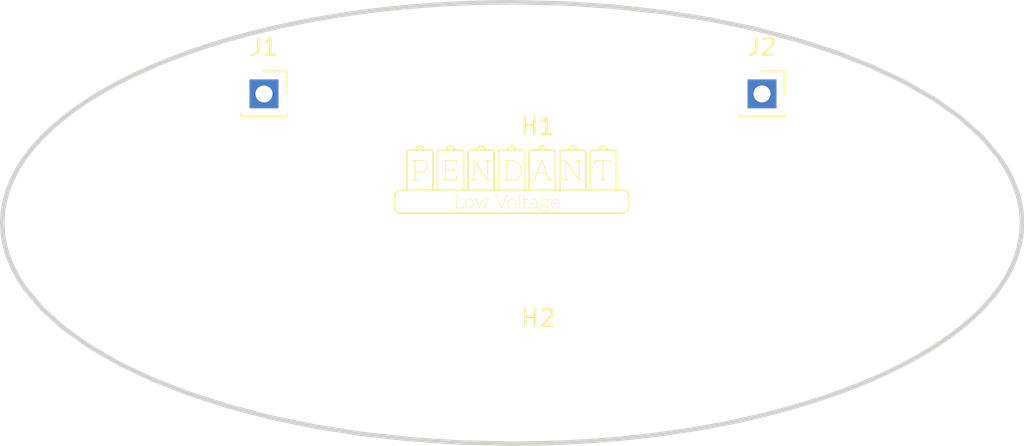
<source format=kicad_pcb>
(kicad_pcb (version 20241229) (generator "pcbnew") (generator_version "9.0")
  (layers (0 "F.Cu" signal) (2 "B.Cu" signal) (13 "F.Paste" user) (15 "B.Paste" user) (5 "F.SilkS" user "F.Silkscreen") (7 "B.SilkS" user "B.Silkscreen") (1 "F.Mask" user) (3 "B.Mask" user) (25 "Edge.Cuts" user))
  (net 0 "")
  (net 1 "+3V3")
  (net 2 "GND")
  (footprint "Connector_PinSocket_2.54mm:PinSocket_1x01_P2.54mm_Vertical" (layer "F.Cu") (at 38.9 45.6)
    (property "Reference" "J1" (at 0 -2.77 0) (layer "F.SilkS"))
    (property "Value" "Conn_01x01_Pin" (hide yes))
    (pad "1" thru_hole rect (at 0 0) (size 1.7 1.7) (drill 1) (layers "*.Cu" "*.Mask") (net 1 "+3V3"))
  )
  (footprint "MountingHole:MountingHole_2.2mm_M2" (layer "F.Cu") (at 55 44.3 180)
    (property "Reference" "H1" (at 0 -3.2 0) (layer "F.SilkS"))
    (property "Value" "MountingHole")
    (pad "" np_thru_hole circle (at 0 0 180) (size 2.2 2.2) (drill 2.2) (layers "*.Cu" "*.Mask"))
  )
  (footprint "MountingHole:MountingHole_2.2mm_M2" (layer "F.Cu") (at 55.0438 62)
    (property "Reference" "H2" (at 0 -3.2 0) (layer "F.SilkS"))
    (property "Value" "MountingHole")
    (pad "" np_thru_hole circle (at 0 0) (size 2.2 2.2) (drill 2.2) (layers "*.Cu" "*.Mask"))
  )
  (footprint "Connector_PinSocket_2.54mm:PinSocket_1x01_P2.54mm_Vertical" (layer "F.Cu") (at 68.2 45.6)
    (property "Reference" "J2" (at 0 -2.77 0) (layer "F.SilkS"))
    (property "Value" "Conn_01x01_Pin" (hide yes))
    (pad "1" thru_hole rect (at 0 0) (size 1.7 1.7) (drill 1) (layers "*.Cu" "*.Mask") (net 2 "GND"))
  )
  (gr_poly (pts (xy 54.211999 51.589119) (xy 54.212944 51.589165) (xy 54.213859 51.589243) (xy 54.214743 51.589352) (xy 54.215595 51.589491) (xy 54.216417 51.589662) (xy 54.217208 51.589863) (xy 54.217967 51.590096) (xy 54.218696 51.590359) (xy 54.219394 51.590654) (xy 54.22006 51.590979) (xy 54.220696 51.591336) (xy 54.2213 51.591723) (xy 54.221874 51.592142) (xy 54.222417 51.592592) (xy 54.222928 51.593072) (xy 54.223409 51.593584) (xy 54.223858 51.594126) (xy 54.224277 51.5947) (xy 54.224664 51.595305) (xy 54.225021 51.59594) (xy 54.225346 51.596607) (xy 54.225641 51.597305) (xy 54.225904 51.598033) (xy 54.226137 51.598793) (xy 54.226339 51.599583) (xy 54.226509 51.600405) (xy 54.226649 51.601258) (xy 54.226757 51.602141) (xy 54.226835 51.603056) (xy 54.226881 51.604002) (xy 54.226897 51.604979) (xy 54.226897 51.784895) (xy 54.226912 51.785872) (xy 54.226959 51.786818) (xy 54.227036 51.787732) (xy 54.227145 51.788616) (xy 54.227284 51.789469) (xy 54.227455 51.79029) (xy 54.227656 51.791081) (xy 54.227889 51.79184) (xy 54.228152 51.792569) (xy 54.228447 51.793267) (xy 54.228772 51.793933) (xy 54.229129 51.794569) (xy 54.229517 51.795174) (xy 54.229935 51.795747) (xy 54.230385 51.79629) (xy 54.230865 51.796801) (xy 54.231377 51.797282) (xy 54.23192 51.797732) (xy 54.232493 51.79815) (xy 54.233098 51.798538) (xy 54.233733 51.798894) (xy 54.2344 51.79922) (xy 54.235098 51.799514) (xy 54.235826 51.799778) (xy 54.236586 51.80001) (xy 54.237377 51.800212) (xy 54.238198 51.800382) (xy 54.239051 51.800522) (xy 54.239935 51.80063) (xy 54.240849 51.800708) (xy 54.241795 51.800754) (xy 54.242772 51.80077) (xy 54.422689 51.80077) (xy 54.423666 51.800785) (xy 54.424611 51.800832) (xy 54.425526 51.80091) (xy 54.426409 51.801018) (xy 54.427262 51.801158) (xy 54.428084 51.801328) (xy 54.428874 51.80153) (xy 54.429634 51.801762) (xy 54.430363 51.802026) (xy 54.43106 51.80232) (xy 54.431727 51.802646) (xy 54.432362 51.803002) (xy 54.432967 51.80339) (xy 54.433541 51.803809) (xy 54.434083 51.804258) (xy 54.434595 51.804739) (xy 54.435075 51.80525) (xy 54.435525 51.805793) (xy 54.435943 51.806367) (xy 54.436331 51.806971) (xy 54.436688 51.807607) (xy 54.437013 51.808274) (xy 54.437308 51.808971) (xy 54.437571 51.8097) (xy 54.437804 51.810459) (xy 54.438005 51.81125) (xy 54.438176 51.812072) (xy 54.438315 51.812924) (xy 54.438424 51.813808) (xy 54.438501 51.814723) (xy 54.438548 51.815669) (xy 54.438563 51.816645) (xy 54.438548 51.817622) (xy 54.438501 51.818568) (xy 54.438424 51.819482) (xy 54.438315 51.820366) (xy 54.438176 51.821219) (xy 54.438005 51.82204) (xy 54.437804 51.822831) (xy 54.437571 51.82359) (xy 54.437308 51.824319) (xy 54.437013 51.825017) (xy 54.436688 51.825683) (xy 54.436331 51.826319) (xy 54.435943 51.826924) (xy 54.435525 51.827497) (xy 54.435075 51.82804) (xy 54.434595 51.828551) (xy 54.434083 51.829032) (xy 54.433541 51.829481) (xy 54.432967 51.8299) (xy 54.432362 51.830288) (xy 54.431727 51.830644) (xy 54.43106 51.83097) (xy 54.430363 51.831264) (xy 54.429634 51.831528) (xy 54.428874 51.83176) (xy 54.428084 51.831962) (xy 54.427262 51.832133) (xy 54.426409 51.832272) (xy 54.425526 51.832381) (xy 54.424611 51.832458) (xy 54.423666 51.832505) (xy 54.422689 51.83252) (xy 54.242772 51.83252) (xy 54.241795 51.832536) (xy 54.240849 51.832582) (xy 54.239935 51.83266) (xy 54.239051 51.832768) (xy 54.238198 51.832908) (xy 54.237377 51.833078) (xy 54.236586 51.83328) (xy 54.235826 51.833512) (xy 54.235098 51.833776) (xy 54.2344 51.83407) (xy 54.233733 51.834396) (xy 54.233098 51.834753) (xy 54.232493 51.83514) (xy 54.23192 51.835559) (xy 54.231377 51.836008) (xy 54.230865 51.836489) (xy 54.230385 51.837) (xy 54.229935 51.837543) (xy 54.229517 51.838117) (xy 54.229129 51.838721) (xy 54.228772 51.839357) (xy 54.228447 51.840024) (xy 54.228152 51.840721) (xy 54.227889 51.84145) (xy 54.227656 51.84221) (xy 54.227455 51.843) (xy 54.227284 51.843822) (xy 54.227145 51.844675) (xy 54.227036 51.845558) (xy 54.226959 51.846473) (xy 54.226912 51.847419) (xy 54.226897 51.848395) (xy 54.226897 52.155312) (xy 54.227029 52.164692) (xy 54.227426 52.173783) (xy 54.228088 52.182584) (xy 54.229014 52.191096) (xy 54.230206 52.199318) (xy 54.231661 52.207251) (xy 54.233382 52.214894) (xy 54.235367 52.222248) (xy 54.237616 52.229313) (xy 54.24013 52.236088) (xy 54.242908 52.242575) (xy 54.245951 52.248772) (xy 54.249258 52.25468) (xy 54.252829 52.260299) (xy 54.256664 52.265629) (xy 54.260764 52.27067) (xy 54.265095 52.275284) (xy 54.269625 52.2796) (xy 54.274354 52.283618) (xy 54.279282 52.287339) (xy 54.284409 52.290762) (xy 54.289734 52.293887) (xy 54.295258 52.296715) (xy 54.30098 52.299245) (xy 54.306901 52.301478) (xy 54.31302 52.303412) (xy 54.319338 52.305049) (xy 54.325853 52.306389) (xy 54.332567 52.307431) (xy 54.339479 52.308175) (xy 54.346589 52.308621) (xy 54.353897 52.30877) (xy 54.361421 52.308563) (xy 54.368912 52.307943) (xy 54.376371 52.306909) (xy 54.383796 52.305462) (xy 54.391188 52.303601) (xy 54.398548 52.301326) (xy 54.405874 52.298639) (xy 54.413167 52.295538) (xy 54.420427 52.292023) (xy 54.427653 52.288096) (xy 54.434847 52.283755) (xy 54.442007 52.279001) (xy 54.449134 52.273834) (xy 54.456227 52.268253) (xy 54.463287 52.26226) (xy 54.470313 52.255853) (xy 54.471629 52.254604) (xy 54.472929 52.253503) (xy 54.473572 52.253009) (xy 54.474212 52.252552) (xy 54.474847 52.252132) (xy 54.475478 52.25175) (xy 54.476104 52.251405) (xy 54.476727 52.251097) (xy 54.477345 52.250827) (xy 54.47796 52.250593) (xy 54.478569 52.250397) (xy 54.479175 52.250238) (xy 54.479777 52.250117) (xy 54.480374 52.250033) (xy 54.480968 52.249985) (xy 54.481557 52.249976) (xy 54.482141 52.250003) (xy 54.482722 52.250067) (xy 54.483299 52.250169) (xy 54.483871 52.250308) (xy 54.484439 52.250483) (xy 54.485003 52.250697) (xy 54.485563 52.250947) (xy 54.486118 52.251234) (xy 54.48667 52.251558) (xy 54.487217 52.25192) (xy 54.48776 52.252318) (xy 54.488299 52.252754) (xy 54.488833 52.253227) (xy 54.489364 52.253737) (xy 54.490388 52.254781) (xy 54.491346 52.255802) (xy 54.492238 52.256797) (xy 54.493064 52.257769) (xy 54.493825 52.258716) (xy 54.494519 52.259639) (xy 54.495148 52.260537) (xy 54.49571 52.26141) (xy 54.496207 52.262258) (xy 54.496637 52.263081) (xy 54.497002 52.26388) (xy 54.4973 52.264653) (xy 54.497532 52.265402) (xy 54.497697 52.266125) (xy 54.497797 52.266823) (xy 54.49783 52.267495) (xy 54.497888 52.267828) (xy 54.497927 52.268168) (xy 54.497947 52.268513) (xy 54.497948 52.268865) (xy 54.497931 52.269224) (xy 54.497895 52.269589) (xy 54.49784 52.26996) (xy 54.497767 52.270337) (xy 54.497674 52.27072) (xy 54.497564 52.27111) (xy 54.497286 52.271909) (xy 54.496934 52.272732) (xy 54.496507 52.273581) (xy 54.496006 52.274454) (xy 54.495431 52.275352) (xy 54.494781 52.276274) (xy 54.494057 52.277221) (xy 54.493259 52.278193) (xy 54.492387 52.279189) (xy 54.491442 52.280209) (xy 54.490422 52.281254) (xy 54.487247 52.284379) (xy 54.484072 52.287405) (xy 54.480897 52.290332) (xy 54.477722 52.29316) (xy 54.474547 52.295888) (xy 54.471372 52.298518) (xy 54.468197 52.301048) (xy 54.465022 52.303479) (xy 54.461847 52.30581) (xy 54.458672 52.308043) (xy 54.455497 52.310176) (xy 54.452322 52.31221) (xy 54.449147 52.314145) (xy 54.445972 52.31598) (xy 54.442797 52.317717) (xy 54.439622 52.319354) (xy 54.424096 52.324546) (xy 54.410323 52.329012) (xy 54.398301 52.33275) (xy 54.388031 52.335761) (xy 54.379514 52.338043) (xy 54.37275 52.339598) (xy 54.367738 52.340423) (xy 54.36589 52.340563) (xy 54.36448 52.34052) (xy 54.353897 52.34052) (xy 54.344759 52.340334) (xy 54.33587 52.339776) (xy 54.327229 52.338846) (xy 54.318837 52.337543) (xy 54.310693 52.335869) (xy 54.302798 52.333823) (xy 54.29515 52.331404) (xy 54.287751 52.328614) (xy 54.2806 52.325451) (xy 54.273697 52.321917) (xy 54.267041 52.31801) (xy 54.260634 52.313731) (xy 54.254474 52.30908) (xy 54.248562 52.304057) (xy 54.242898 52.298662) (xy 54.237481 52.292895) (xy 54.232353 52.286777) (xy 54.227556 52.280328) (xy 54.22309 52.273548) (xy 54.218956 52.266438) (xy 54.215152 52.258997) (xy 54.21168 52.251225) (xy 54.208538 52.243123) (xy 54.205727 52.23469) (xy 54.203247 52.225926) (xy 54.201098 52.216831) (xy 54.199279 52.207406) (xy 54.197791 52.197649) (xy 54.196634 52.187561) (xy 54.195808 52.177142) (xy 54.195312 52.166393) (xy 54.195147 52.155312) (xy 54.195147 51.848395) (xy 54.195131 51.847419) (xy 54.195085 51.846473) (xy 54.195007 51.845558) (xy 54.194899 51.844675) (xy 54.194759 51.843822) (xy 54.194589 51.843) (xy 54.194387 51.84221) (xy 54.194155 51.84145) (xy 54.193891 51.840721) (xy 54.193597 51.840024) (xy 54.193271 51.839357) (xy 54.192914 51.838721) (xy 54.192527 51.838117) (xy 54.192108 51.837543) (xy 54.191659 51.837) (xy 54.191178 51.836489) (xy 54.190666 51.836008) (xy 54.190124 51.835559) (xy 54.18955 51.83514) (xy 54.188946 51.834753) (xy 54.18831 51.834396) (xy 54.187643 51.83407) (xy 54.186946 51.833776) (xy 54.186217 51.833512) (xy 54.185457 51.83328) (xy 54.184667 51.833078) (xy 54.183845 51.832908) (xy 54.182992 51.832768) (xy 54.182109 51.83266) (xy 54.181194 51.832582) (xy 54.180248 51.832536) (xy 54.179272 51.83252) (xy 54.105189 51.83252) (xy 54.104212 51.832505) (xy 54.103266 51.832458) (xy 54.102352 51.832381) (xy 54.101468 51.832272) (xy 54.100615 51.832133) (xy 54.099794 51.831962) (xy 54.099003 51.83176) (xy 54.098243 51.831528) (xy 54.097515 51.831264) (xy 54.096817 51.83097) (xy 54.09615 51.830644) (xy 54.095515 51.830288) (xy 54.09491 51.8299) (xy 54.094336 51.829481) (xy 54.093794 51.829032) (xy 54.093282 51.828551) (xy 54.092802 51.82804) (xy 54.092352 51.827497) (xy 54.091933 51.826924) (xy 54.091546 51.826319) (xy 54.091189 51.825683) (xy 54.090864 51.825017) (xy 54.090569 51.824319) (xy 54.090306 51.82359) (xy 54.090073 51.822831) (xy 54.089871 51.82204) (xy 54.089701 51.821219) (xy 54.089561 51.820366) (xy 54.089453 51.819482) (xy 54.089375 51.818568) (xy 54.089329 51.817622) (xy 54.089313 51.816645) (xy 54.089329 51.815669) (xy 54.089375 51.814723) (xy 54.089453 51.813808) (xy 54.089561 51.812924) (xy 54.089701 51.812072) (xy 54.089871 51.81125) (xy 54.090073 51.810459) (xy 54.090306 51.8097) (xy 54.090569 51.808971) (xy 54.090864 51.808274) (xy 54.091189 51.807607) (xy 54.091546 51.806971) (xy 54.091933 51.806367) (xy 54.092352 51.805793) (xy 54.092802 51.80525) (xy 54.093282 51.804739) (xy 54.093794 51.804258) (xy 54.094336 51.803809) (xy 54.09491 51.80339) (xy 54.095515 51.803002) (xy 54.09615 51.802646) (xy 54.096817 51.80232) (xy 54.097515 51.802026) (xy 54.098243 51.801762) (xy 54.099003 51.80153) (xy 54.099794 51.801328) (xy 54.100615 51.801158) (xy 54.101468 51.801018) (xy 54.102352 51.80091) (xy 54.103266 51.800832) (xy 54.104212 51.800785) (xy 54.105189 51.80077) (xy 54.179272 51.80077) (xy 54.180248 51.800754) (xy 54.181194 51.800708) (xy 54.182109 51.80063) (xy 54.182992 51.800522) (xy 54.183845 51.800382) (xy 54.184667 51.800212) (xy 54.185457 51.80001) (xy 54.186217 51.799778) (xy 54.186946 51.799514) (xy 54.187643 51.79922) (xy 54.18831 51.798894) (xy 54.188946 51.798538) (xy 54.18955 51.79815) (xy 54.190124 51.797732) (xy 54.190666 51.797282) (xy 54.191178 51.796801) (xy 54.191659 51.79629) (xy 54.192108 51.795747) (xy 54.192527 51.795174) (xy 54.192914 51.794569) (xy 54.193271 51.793933) (xy 54.193597 51.793267) (xy 54.193891 51.792569) (xy 54.194155 51.79184) (xy 54.194387 51.791081) (xy 54.194589 51.79029) (xy 54.194759 51.789469) (xy 54.194899 51.788616) (xy 54.195007 51.787732) (xy 54.195085 51.786818) (xy 54.195131 51.785872) (xy 54.195147 51.784895) (xy 54.195147 51.604979) (xy 54.195162 51.604002) (xy 54.195209 51.603056) (xy 54.195286 51.602141) (xy 54.195395 51.601258) (xy 54.195534 51.600405) (xy 54.195705 51.599583) (xy 54.195906 51.598793) (xy 54.196139 51.598033) (xy 54.196402 51.597305) (xy 54.196697 51.596607) (xy 54.197023 51.59594) (xy 54.197379 51.595305) (xy 54.197767 51.5947) (xy 54.198185 51.594126) (xy 54.198635 51.593584) (xy 54.199115 51.593072) (xy 54.199627 51.592592) (xy 54.20017 51.592142) (xy 54.200743 51.591723) (xy 54.201348 51.591336) (xy 54.201983 51.590979) (xy 54.20265 51.590654) (xy 54.203348 51.590359) (xy 54.204076 51.590096) (xy 54.204836 51.589863) (xy 54.205627 51.589662) (xy 54.206448 51.589491) (xy 54.207301 51.589352) (xy 54.208185 51.589243) (xy 54.2091 51.589165) (xy 54.210045 51.589119) (xy 54.211022 51.589103)) (fill yes) (layer "F.SilkS"))
  (gr_poly (pts (xy 51.497718 51.800785) (xy 51.498663 51.800832) (xy 51.499578 51.80091) (xy 51.500462 51.801018) (xy 51.501314 51.801158) (xy 51.502136 51.801328) (xy 51.502927 51.80153) (xy 51.503686 51.801762) (xy 51.504415 51.802026) (xy 51.505112 51.80232) (xy 51.505779 51.802646) (xy 51.506415 51.803002) (xy 51.507019 51.80339) (xy 51.507593 51.803809) (xy 51.508135 51.804258) (xy 51.508647 51.804739) (xy 51.509128 51.80525) (xy 51.509577 51.805793) (xy 51.509996 51.806367) (xy 51.510383 51.806971) (xy 51.51074 51.807607) (xy 51.511066 51.808274) (xy 51.51136 51.808971) (xy 51.511624 51.8097) (xy 51.511856 51.810459) (xy 51.512058 51.81125) (xy 51.512228 51.812072) (xy 51.512368 51.812924) (xy 51.512476 51.813808) (xy 51.512554 51.814723) (xy 51.5126 51.815669) (xy 51.512616 51.816645) (xy 51.5126 51.817622) (xy 51.512554 51.818568) (xy 51.512476 51.819482) (xy 51.512368 51.820366) (xy 51.512228 51.821219) (xy 51.512058 51.82204) (xy 51.511856 51.822831) (xy 51.511624 51.82359) (xy 51.51136 51.824319) (xy 51.511066 51.825017) (xy 51.51074 51.825683) (xy 51.510383 51.826319) (xy 51.509996 51.826924) (xy 51.509577 51.827497) (xy 51.509128 51.82804) (xy 51.508647 51.828551) (xy 51.508135 51.829032) (xy 51.507593 51.829481) (xy 51.507019 51.8299) (xy 51.506415 51.830288) (xy 51.505779 51.830644) (xy 51.505112 51.83097) (xy 51.504415 51.831264) (xy 51.503686 51.831528) (xy 51.502927 51.83176) (xy 51.502136 51.831962) (xy 51.501314 51.832133) (xy 51.500462 51.832272) (xy 51.499578 51.832381) (xy 51.498663 51.832458) (xy 51.497718 51.832505) (xy 51.496741 51.83252) (xy 51.433241 51.83252) (xy 51.432077 51.832536) (xy 51.430967 51.832582) (xy 51.429911 51.83266) (xy 51.428909 51.832768) (xy 51.42796 51.832908) (xy 51.427065 51.833078) (xy 51.426224 51.83328) (xy 51.425437 51.833512) (xy 51.424703 51.833776) (xy 51.424024 51.83407) (xy 51.423398 51.834396) (xy 51.422825 51.834753) (xy 51.422307 51.83514) (xy 51.421842 51.835559) (xy 51.421431 51.836008) (xy 51.421073 51.836489) (xy 51.42077 51.837) (xy 51.42052 51.837543) (xy 51.420324 51.838117) (xy 51.420181 51.838721) (xy 51.420092 51.839357) (xy 51.420057 51.840024) (xy 51.420076 51.840721) (xy 51.420148 51.84145) (xy 51.420274 51.84221) (xy 51.420453 51.843) (xy 51.420687 51.843822) (xy 51.420974 51.844675) (xy 51.421314 51.845558) (xy 51.421708 51.846473) (xy 51.422156 51.847419) (xy 51.422658 51.848395) (xy 51.565533 52.253737) (xy 51.565804 52.254506) (xy 51.566092 52.255225) (xy 51.566397 52.255895) (xy 51.566718 52.256515) (xy 51.567057 52.257085) (xy 51.567412 52.257606) (xy 51.567783 52.258078) (xy 51.568172 52.258499) (xy 51.568577 52.258871) (xy 51.568999 52.259194) (xy 51.569216 52.259337) (xy 51.569438 52.259467) (xy 51.569663 52.259585) (xy 51.569893 52.25969) (xy 51.570127 52.259783) (xy 51.570365 52.259864) (xy 51.570608 52.259932) (xy 51.570854 52.259988) (xy 51.571105 52.260031) (xy 51.57136 52.260062) (xy 51.571883 52.260087) (xy 51.572146 52.260081) (xy 51.572405 52.260062) (xy 51.57266 52.260031) (xy 51.572911 52.259988) (xy 51.573157 52.259932) (xy 51.5734 52.259864) (xy 51.573638 52.259783) (xy 51.573872 52.25969) (xy 51.574102 52.259585) (xy 51.574327 52.259467) (xy 51.574549 52.259337) (xy 51.574766 52.259194) (xy 51.574979 52.259039) (xy 51.575188 52.258871) (xy 51.575393 52.258692) (xy 51.575593 52.258499) (xy 51.57579 52.258295) (xy 51.575982 52.258078) (xy 51.57617 52.257848) (xy 51.576354 52.257606) (xy 51.576533 52.257352) (xy 51.576709 52.257085) (xy 51.57688 52.256806) (xy 51.577047 52.256515) (xy 51.577369 52.255895) (xy 51.577673 52.255225) (xy 51.577961 52.254506) (xy 51.578233 52.253737) (xy 51.716874 51.816645) (xy 51.717152 51.815669) (xy 51.717454 51.814723) (xy 51.717781 51.813808) (xy 51.718133 51.812924) (xy 51.71851 51.812072) (xy 51.718911 51.81125) (xy 51.719337 51.810459) (xy 51.719787 51.8097) (xy 51.720262 51.808971) (xy 51.720763 51.808274) (xy 51.721287 51.807607) (xy 51.721837 51.806971) (xy 51.722411 51.806367) (xy 51.72301 51.805793) (xy 51.723634 51.80525) (xy 51.724283 51.804739) (xy 51.724956 51.804258) (xy 51.725654 51.803809) (xy 51.726377 51.80339) (xy 51.727125 51.803002) (xy 51.727898 51.802646) (xy 51.728696 51.80232) (xy 51.729518 51.802026) (xy 51.730365 51.801762) (xy 51.731238 51.80153) (xy 51.732135 51.801328) (xy 51.733057 51.801158) (xy 51.734004 51.801018) (xy 51.734976 51.80091) (xy 51.735972 51.800832) (xy 51.738041 51.80077) (xy 51.740109 51.800832) (xy 51.742078 51.801018) (xy 51.743947 51.801328) (xy 51.745716 51.801762) (xy 51.746564 51.802026) (xy 51.747386 51.80232) (xy 51.748184 51.802646) (xy 51.748957 51.803002) (xy 51.749705 51.80339) (xy 51.750428 51.803809) (xy 51.751126 51.804258) (xy 51.751799 51.804739) (xy 51.752448 51.80525) (xy 51.753072 51.805793) (xy 51.753671 51.806367) (xy 51.754245 51.806971) (xy 51.754795 51.807607) (xy 51.75532 51.808274) (xy 51.75582 51.808971) (xy 51.756295 51.8097) (xy 51.756746 51.810459) (xy 51.757171 51.81125) (xy 51.757949 51.812924) (xy 51.758628 51.814723) (xy 51.759208 51.816645) (xy 51.89785 52.253737) (xy 51.898121 52.254506) (xy 51.898409 52.255225) (xy 51.898713 52.255895) (xy 51.899035 52.256515) (xy 51.899373 52.257085) (xy 51.899728 52.257606) (xy 51.9001 52.258078) (xy 51.900488 52.258499) (xy 51.900894 52.258871) (xy 51.901316 52.259194) (xy 51.901533 52.259337) (xy 51.901754 52.259467) (xy 51.90198 52.259585) (xy 51.90221 52.25969) (xy 51.902444 52.259783) (xy 51.902682 52.259864) (xy 51.902924 52.259932) (xy 51.903171 52.259988) (xy 51.903422 52.260031) (xy 51.903677 52.260062) (xy 51.904199 52.260087) (xy 51.904462 52.260081) (xy 51.904722 52.260062) (xy 51.904977 52.260031) (xy 51.905227 52.259988) (xy 51.905474 52.259932) (xy 51.905716 52.259864) (xy 51.905955 52.259783) (xy 51.906189 52.25969) (xy 51.906418 52.259585) (xy 51.906644 52.259467) (xy 51.906865 52.259337) (xy 51.907083 52.259194) (xy 51.907296 52.259039) (xy 51.907505 52.258871) (xy 51.907709 52.258692) (xy 51.90791 52.258499) (xy 51.908106 52.258295) (xy 51.908298 52.258078) (xy 51.908486 52.257848) (xy 51.90867 52.257606) (xy 51.90885 52.257352) (xy 51.909025 52.257085) (xy 51.909197 52.256806) (xy 51.909364 52.256515) (xy 51.909685 52.255895) (xy 51.90999 52.255225) (xy 51.910278 52.254506) (xy 51.910549 52.253737) (xy 52.053424 51.848395) (xy 52.053926 51.847419) (xy 52.054374 51.846473) (xy 52.054768 51.845558) (xy 52.055108 51.844675) (xy 52.055395 51.843822) (xy 52.055629 51.843) (xy 52.055808 51.84221) (xy 52.055934 51.84145) (xy 52.056006 51.840721) (xy 52.056025 51.840024) (xy 52.05599 51.839357) (xy 52.055901 51.838721) (xy 52.055758 51.838117) (xy 52.055562 51.837543) (xy 52.055312 51.837) (xy 52.055009 51.836489) (xy 52.054651 51.836008) (xy 52.05424 51.835559) (xy 52.053775 51.83514) (xy 52.053257 51.834753) (xy 52.052684 51.834396) (xy 52.052058 51.83407) (xy 52.051379 51.833776) (xy 52.050645 51.833512) (xy 52.049858 51.83328) (xy 52.049017 51.833078) (xy 52.048122 51.832908) (xy 52.047173 51.832768) (xy 52.046171 51.83266) (xy 52.045115 51.832582) (xy 52.044005 51.832536) (xy 52.042841 51.83252) (xy 51.979341 51.83252) (xy 51.978364 51.832505) (xy 51.977418 51.832458) (xy 51.976504 51.832381) (xy 51.97562 51.832272) (xy 51.974767 51.832133) (xy 51.973946 51.831962) (xy 51.973155 51.83176) (xy 51.972395 51.831528) (xy 51.971667 51.831264) (xy 51.970969 51.83097) (xy 51.970303 51.830644) (xy 51.969667 51.830288) (xy 51.969062 51.8299) (xy 51.968489 51.829481) (xy 51.967946 51.829032) (xy 51.967435 51.828551) (xy 51.966954 51.82804) (xy 51.966505 51.827497) (xy 51.966086 51.826924) (xy 51.965698 51.826319) (xy 51.965342 51.825683) (xy 51.965016 51.825017) (xy 51.964722 51.824319) (xy 51.964458 51.82359) (xy 51.964226 51.822831) (xy 51.964024 51.82204) (xy 51.963854 51.821219) (xy 51.963714 51.820366) (xy 51.963606 51.819482) (xy 51.963528 51.818568) (xy 51.963482 51.817622) (xy 51.963466 51.816645) (xy 51.963482 51.815669) (xy 51.963528 51.814723) (xy 51.963606 51.813808) (xy 51.963714 51.812924) (xy 51.963854 51.812072) (xy 51.964024 51.81125) (xy 51.964226 51.810459) (xy 51.964458 51.8097) (xy 51.964722 51.808971) (xy 51.965016 51.808274) (xy 51.965342 51.807607) (xy 51.965698 51.806971) (xy 51.966086 51.806367) (xy 51.966505 51.805793) (xy 51.966954 51.80525) (xy 51.967435 51.804739) (xy 51.967946 51.804258) (xy 51.968489 51.803809) (xy 51.969062 51.80339) (xy 51.969667 51.803002) (xy 51.970303 51.802646) (xy 51.970969 51.80232) (xy 51.971667 51.802026) (xy 51.972395 51.801762) (xy 51.973155 51.80153) (xy 51.973946 51.801328) (xy 51.974767 51.801158) (xy 51.97562 51.801018) (xy 51.976504 51.80091) (xy 51.977418 51.800832) (xy 51.978364 51.800785) (xy 51.979341 51.80077) (xy 52.180424 51.80077) (xy 52.181401 51.800785) (xy 52.182347 51.800832) (xy 52.183261 51.80091) (xy 52.184145 51.801018) (xy 52.184998 51.801158) (xy 52.185819 51.801328) (xy 52.18661 51.80153) (xy 52.18737 51.801762) (xy 52.188098 51.802026) (xy 52.188796 51.80232) (xy 52.189463 51.802646) (xy 52.190098 51.803002) (xy 52.190703 51.80339) (xy 52.191276 51.803809) (xy 52.191819 51.804258) (xy 52.192331 51.804739) (xy 52.192811 51.80525) (xy 52.193261 51.805793) (xy 52.193679 51.806367) (xy 52.194067 51.806971) (xy 52.194424 51.807607) (xy 52.194749 51.808274) (xy 52.195044 51.808971) (xy 52.195307 51.8097) (xy 52.19554 51.810459) (xy 52.195741 51.81125) (xy 52.195912 51.812072) (xy 52.196052 51.812924) (xy 52.19616 51.813808) (xy 52.196238 51.814723) (xy 52.196284 51.815669) (xy 52.1963 51.816645) (xy 52.196284 51.817622) (xy 52.196238 51.818568) (xy 52.19616 51.819482) (xy 52.196052 51.820366) (xy 52.195912 51.821219) (xy 52.195741 51.82204) (xy 52.19554 51.822831) (xy 52.195307 51.82359) (xy 52.195044 51.824319) (xy 52.194749 51.825017) (xy 52.194424 51.825683) (xy 52.194067 51.826319) (xy 52.193679 51.826924) (xy 52.193261 51.827497) (xy 52.192811 51.82804) (xy 52.192331 51.828551) (xy 52.191819 51.829032) (xy 52.191276 51.829481) (xy 52.190703 51.8299) (xy 52.190098 51.830288) (xy 52.189463 51.830644) (xy 52.188796 51.83097) (xy 52.188098 51.831264) (xy 52.18737 51.831528) (xy 52.18661 51.83176) (xy 52.185819 51.831962) (xy 52.184998 51.832133) (xy 52.184145 51.832272) (xy 52.183261 51.832381) (xy 52.182347 51.832458) (xy 52.181401 51.832505) (xy 52.180424 51.83252) (xy 52.111632 51.83252) (xy 52.109689 51.832582) (xy 52.107829 51.832768) (xy 52.106051 51.833078) (xy 52.104355 51.833512) (xy 52.103539 51.833776) (xy 52.102742 51.83407) (xy 52.101967 51.834396) (xy 52.101212 51.834753) (xy 52.100478 51.83514) (xy 52.099765 51.835559) (xy 52.099072 51.836008) (xy 52.0984 51.836489) (xy 52.097749 51.837) (xy 52.097118 51.837543) (xy 52.096508 51.838117) (xy 52.095919 51.838721) (xy 52.095351 51.839357) (xy 52.094803 51.840024) (xy 52.09377 51.84145) (xy 52.092819 51.843) (xy 52.091952 51.844675) (xy 52.091167 51.846473) (xy 52.090466 51.848395) (xy 51.922191 52.324645) (xy 51.921623 52.326568) (xy 51.920982 52.328366) (xy 51.920266 52.33004) (xy 51.919477 52.331591) (xy 51.919054 52.332319) (xy 51.918613 52.333017) (xy 51.918153 52.333683) (xy 51.917675 52.334319) (xy 51.917178 52.334924) (xy 51.916663 52.335497) (xy 51.916129 52.33604) (xy 51.915576 52.336551) (xy 51.915005 52.337032) (xy 51.914415 52.337481) (xy 51.913807 52.3379) (xy 51.91318 52.338288) (xy 51.912534 52.338644) (xy 51.91187 52.33897) (xy 51.911187 52.339264) (xy 51.910486 52.339528) (xy 51.909765 52.33976) (xy 51.909026 52.339962) (xy 51.908268 52.340132) (xy 51.907492 52.340272) (xy 51.906697 52.34038) (xy 51.905883 52.340458) (xy 51.904199 52.34052) (xy 51.903348 52.340504) (xy 51.902515 52.340458) (xy 51.901701 52.34038) (xy 51.900906 52.340272) (xy 51.90013 52.340132) (xy 51.899372 52.339962) (xy 51.898633 52.33976) (xy 51.897913 52.339528) (xy 51.897211 52.339264) (xy 51.896528 52.33897) (xy 51.895864 52.338644) (xy 51.895218 52.338288) (xy 51.894591 52.3379) (xy 51.893983 52.337481) (xy 51.893393 52.337032) (xy 51.892822 52.336551) (xy 51.89227 52.33604) (xy 51.891736 52.335497) (xy 51.89122 52.334924) (xy 51.890724 52.334319) (xy 51.890246 52.333683) (xy 51.889786 52.333017) (xy 51.889345 52.332319) (xy 51.888922 52.331591) (xy 51.888518 52.330831) (xy 51.888133 52.33004) (xy 51.887417 52.328366) (xy 51.886776 52.326568) (xy 51.886208 52.324645) (xy 51.748624 51.890729) (xy 51.748336 51.889705) (xy 51.748173 51.889217) (xy 51.747998 51.888747) (xy 51.74781 51.888292) (xy 51.74761 51.887854) (xy 51.747397 51.887433) (xy 51.747172 51.887028) (xy 51.746934 51.88664) (xy 51.746683 51.886268) (xy 51.746421 51.885912) (xy 51.746145 51.885573) (xy 51.745858 51.88525) (xy 51.745558 51.884944) (xy 51.745245 51.884655) (xy 51.74492 51.884382) (xy 51.744583 51.884125) (xy 51.744233 51.883885) (xy 51.743871 51.883662) (xy 51.743496 51.883455) (xy 51.74311 51.883264) (xy 51.74271 51.88309) (xy 51.742299 51.882933) (xy 51.741875 51.882792) (xy 51.741439 51.882668) (xy 51.74099 51.88256) (xy 51.740529 51.882469) (xy 51.740056 51.882394) (xy 51.739571 51.882336) (xy 51.739073 51.882295) (xy 51.738563 51.88227) (xy 51.738041 51.882262) (xy 51.737009 51.882295) (xy 51.736026 51.882394) (xy 51.735552 51.882469) (xy 51.735092 51.88256) (xy 51.734643 51.882668) (xy 51.734207 51.882792) (xy 51.733783 51.882933) (xy 51.733372 51.88309) (xy 51.732972 51.883264) (xy 51.732585 51.883455) (xy 51.732211 51.883662) (xy 51.731849 51.883885) (xy 51.731499 51.884125) (xy 51.731162 51.884382) (xy 51.730837 51.884655) (xy 51.730524 51.884944) (xy 51.730224 51.88525) (xy 51.729937 51.885573) (xy 51.729661 51.885912) (xy 51.729399 51.886268) (xy 51.729148 51.88664) (xy 51.72891 51.887028) (xy 51.728685 51.887433) (xy 51.728472 51.887854) (xy 51.728084 51.888747) (xy 51.727746 51.889705) (xy 51.727458 51.890729) (xy 51.589874 52.324645) (xy 51.589306 52.326568) (xy 51.588665 52.328366) (xy 51.587949 52.33004) (xy 51.58716 52.331591) (xy 51.586737 52.332319) (xy 51.586296 52.333017) (xy 51.585836 52.333683) (xy 51.585358 52.334319) (xy 51.584861 52.334924) (xy 51.584346 52.335497) (xy 51.583812 52.33604) (xy 51.58326 52.336551) (xy 51.582689 52.337032) (xy 51.582099 52.337481) (xy 51.58149 52.3379) (xy 51.580863 52.338288) (xy 51.580218 52.338644) (xy 51.579554 52.33897) (xy 51.578871 52.339264) (xy 51.578169 52.339528) (xy 51.577449 52.33976) (xy 51.57671 52.339962) (xy 51.575952 52.340132) (xy 51.575175 52.340272) (xy 51.57438 52.34038) (xy 51.573566 52.340458) (xy 51.571883 52.34052) (xy 51.571031 52.340504) (xy 51.570199 52.340458) (xy 51.569385 52.34038) (xy 51.56859 52.340272) (xy 51.567813 52.340132) (xy 51.567056 52.339962) (xy 51.566317 52.33976) (xy 51.565596 52.339528) (xy 51.564895 52.339264) (xy 51.564212 52.33897) (xy 51.563547 52.338644) (xy 51.562902 52.338288) (xy 51.562275 52.3379) (xy 51.561667 52.337481) (xy 51.561077 52.337032) (xy 51.560506 52.336551) (xy 51.559953 52.33604) (xy 51.559419 52.335497) (xy 51.558904 52.334924) (xy 51.558407 52.334319) (xy 51.557929 52.333683) (xy 51.557469 52.333017) (xy 51.557028 52.332319) (xy 51.556606 52.331591) (xy 51.556202 52.330831) (xy 51.555816 52.33004) (xy 51.555101 52.328366) (xy 51.554459 52.326568) (xy 51.553891 52.324645) (xy 51.385616 51.848395) (xy 51.384915 51.846473) (xy 51.38413 51.844675) (xy 51.383707 51.843822) (xy 51.383263 51.843) (xy 51.382798 51.84221) (xy 51.382312 51.84145) (xy 51.381806 51.840721) (xy 51.381279 51.840024) (xy 51.380731 51.839357) (xy 51.380163 51.838721) (xy 51.379574 51.838117) (xy 51.378964 51.837543) (xy 51.378333 51.837) (xy 51.377682 51.836489) (xy 51.37701 51.836008) (xy 51.376317 51.835559) (xy 51.375604 51.83514) (xy 51.37487 51.834753) (xy 51.374115 51.834396) (xy 51.373339 51.83407) (xy 51.372543 51.833776) (xy 51.371727 51.833512) (xy 51.370889 51.83328) (xy 51.370031 51.833078) (xy 51.369153 51.832908) (xy 51.368253 51.832768) (xy 51.367333 51.83266) (xy 51.366393 51.832582) (xy 51.36445 51.83252) (xy 51.295658 51.83252) (xy 51.294681 51.832505) (xy 51.293735 51.832458) (xy 51.292821 51.832381) (xy 51.291937 51.832272) (xy 51.291084 51.832133) (xy 51.290263 51.831962) (xy 51.289472 51.83176) (xy 51.288712 51.831528) (xy 51.287984 51.831264) (xy 51.287286 51.83097) (xy 51.28662 51.830644) (xy 51.285984 51.830288) (xy 51.285379 51.8299) (xy 51.284806 51.829481) (xy 51.284263 51.829032) (xy 51.283752 51.828551) (xy 51.283271 51.82804) (xy 51.282821 51.827497) (xy 51.282403 51.826924) (xy 51.282015 51.826319) (xy 51.281659 51.825683) (xy 51.281333 51.825017) (xy 51.281038 51.824319) (xy 51.280775 51.82359) (xy 51.280542 51.822831) (xy 51.280341 51.82204) (xy 51.28017 51.821219) (xy 51.280031 51.820366) (xy 51.279922 51.819482) (xy 51.279845 51.818568) (xy 51.279798 51.817622) (xy 51.279783 51.816645) (xy 51.279798 51.815669) (xy 51.279845 51.814723) (xy 51.279922 51.813808) (xy 51.280031 51.812924) (xy 51.28017 51.812072) (xy 51.280341 51.81125) (xy 51.280542 51.810459) (xy 51.280775 51.8097) (xy 51.281038 51.808971) (xy 51.281333 51.808274) (xy 51.281659 51.807607) (xy 51.282015 51.806971) (xy 51.282403 51.806367) (xy 51.282821 51.805793) (xy 51.283271 51.80525) (xy 51.283752 51.804739) (xy 51.284263 51.804258) (xy 51.284806 51.803809) (xy 51.285379 51.80339) (xy 51.285984 51.803002) (xy 51.28662 51.802646) (xy 51.287286 51.80232) (xy 51.287984 51.802026) (xy 51.288712 51.801762) (xy 51.289472 51.80153) (xy 51.290263 51.801328) (xy 51.291084 51.801158) (xy 51.291937 51.801018) (xy 51.292821 51.80091) (xy 51.293735 51.800832) (xy 51.294681 51.800785) (xy 51.295658 51.80077) (xy 51.496741 51.80077)) (fill yes) (layer "F.SilkS"))
  (gr_poly (pts (xy 50.355511 51.589119) (xy 50.356457 51.589165) (xy 50.357372 51.589243) (xy 50.358256 51.589352) (xy 50.359108 51.589491) (xy 50.35993 51.589662) (xy 50.360721 51.589863) (xy 50.36148 51.590096) (xy 50.362209 51.590359) (xy 50.362906 51.590654) (xy 50.363573 51.590979) (xy 50.364209 51.591336) (xy 50.364813 51.591723) (xy 50.365387 51.592142) (xy 50.365929 51.592592) (xy 50.366441 51.593072) (xy 50.366922 51.593584) (xy 50.367371 51.594126) (xy 50.36779 51.5947) (xy 50.368177 51.595305) (xy 50.368534 51.59594) (xy 50.368859 51.596607) (xy 50.369154 51.597305) (xy 50.369418 51.598033) (xy 50.36965 51.598793) (xy 50.369852 51.599583) (xy 50.370022 51.600405) (xy 50.370162 51.601258) (xy 50.37027 51.602141) (xy 50.370348 51.603056) (xy 50.370394 51.604002) (xy 50.37041 51.604979) (xy 50.370394 51.605955) (xy 50.370348 51.606901) (xy 50.37027 51.607816) (xy 50.370162 51.608699) (xy 50.370022 51.609552) (xy 50.369852 51.610374) (xy 50.36965 51.611164) (xy 50.369418 51.611924) (xy 50.369154 51.612652) (xy 50.368859 51.61335) (xy 50.368534 51.614017) (xy 50.368177 51.614652) (xy 50.36779 51.615257) (xy 50.367371 51.615831) (xy 50.366922 51.616373) (xy 50.366441 51.616885) (xy 50.365929 51.617365) (xy 50.365387 51.617815) (xy 50.364813 51.618233) (xy 50.364209 51.618621) (xy 50.363573 51.618978) (xy 50.362906 51.619303) (xy 50.362209 51.619598) (xy 50.36148 51.619861) (xy 50.360721 51.620094) (xy 50.35993 51.620295) (xy 50.359108 51.620466) (xy 50.358256 51.620605) (xy 50.357372 51.620714) (xy 50.356457 51.620791) (xy 50.355511 51.620838) (xy 50.354535 51.620853) (xy 50.259285 51.620853) (xy 50.258308 51.620869) (xy 50.257363 51.620915) (xy 50.256448 51.620993) (xy 50.255564 51.621101) (xy 50.254712 51.621241) (xy 50.25389 51.621412) (xy 50.253099 51.621613) (xy 50.25234 51.621846) (xy 50.251611 51.622109) (xy 50.250913 51.622404) (xy 50.250247 51.622729) (xy 50.249611 51.623086) (xy 50.249006 51.623473) (xy 50.248433 51.623892) (xy 50.24789 51.624342) (xy 50.247379 51.624822) (xy 50.246898 51.625334) (xy 50.246448 51.625876) (xy 50.24603 51.62645) (xy 50.245642 51.627055) (xy 50.245286 51.62769) (xy 50.24496 51.628357) (xy 50.244665 51.629055) (xy 50.244402 51.629783) (xy 50.244169 51.630543) (xy 50.243968 51.631334) (xy 50.243797 51.632155) (xy 50.243658 51.633008) (xy 50.243549 51.633892) (xy 50.243472 51.634806) (xy 50.243425 51.635752) (xy 50.24341 51.636729) (xy 50.24341 52.282312) (xy 50.243425 52.283289) (xy 50.243472 52.284234) (xy 50.243549 52.285149) (xy 50.243658 52.286033) (xy 50.243797 52.286885) (xy 50.243968 52.287707) (xy 50.244169 52.288498) (xy 50.244402 52.289257) (xy 50.244665 52.289986) (xy 50.24496 52.290684) (xy 50.245286 52.29135) (xy 50.245642 52.291986) (xy 50.24603 52.29259) (xy 50.246448 52.293164) (xy 50.246898 52.293707) (xy 50.247379 52.294218) (xy 50.24789 52.294699) (xy 50.248433 52.295148) (xy 50.249006 52.295567) (xy 50.249611 52.295955) (xy 50.250247 52.296311) (xy 50.250913 52.296637) (xy 50.251611 52.296931) (xy 50.25234 52.297195) (xy 50.253099 52.297427) (xy 50.25389 52.297629) (xy 50.254712 52.297799) (xy 50.255564 52.297939) (xy 50.256448 52.298048) (xy 50.257363 52.298125) (xy 50.258308 52.298172) (xy 50.259285 52.298187) (xy 50.597951 52.298187) (xy 50.598928 52.298172) (xy 50.599874 52.298125) (xy 50.600788 52.298048) (xy 50.601672 52.297939) (xy 50.602525 52.297799) (xy 50.603346 52.297629) (xy 50.604137 52.297427) (xy 50.604897 52.297195) (xy 50.605625 52.296931) (xy 50.606323 52.296637) (xy 50.606989 52.296311) (xy 50.607625 52.295955) (xy 50.60823 52.295567) (xy 50.608803 52.295148) (xy 50.609346 52.294699) (xy 50.609857 52.294218) (xy 50.610338 52.293707) (xy 50.610788 52.293164) (xy 50.611206 52.29259) (xy 50.611594 52.291986) (xy 50.61195 52.29135) (xy 50.612276 52.290684) (xy 50.612571 52.289986) (xy 50.612834 52.289257) (xy 50.613067 52.288498) (xy 50.613268 52.287707) (xy 50.613439 52.286885) (xy 50.613578 52.286033) (xy 50.613687 52.285149) (xy 50.613764 52.284234) (xy 50.613811 52.283289) (xy 50.613826 52.282312) (xy 50.613826 52.165895) (xy 50.613842 52.164919) (xy 50.613888 52.163973) (xy 50.613966 52.163058) (xy 50.614074 52.162174) (xy 50.614214 52.161322) (xy 50.614384 52.1605) (xy 50.614586 52.159709) (xy 50.614819 52.15895) (xy 50.615082 52.158221) (xy 50.615377 52.157524) (xy 50.615702 52.156857) (xy 50.616059 52.156221) (xy 50.616446 52.155617) (xy 50.616865 52.155043) (xy 50.617315 52.1545) (xy 50.617795 52.153989) (xy 50.618307 52.153508) (xy 50.618849 52.153059) (xy 50.619423 52.15264) (xy 50.620028 52.152252) (xy 50.620663 52.151896) (xy 50.62133 52.15157) (xy 50.622028 52.151276) (xy 50.622756 52.151012) (xy 50.623516 52.15078) (xy 50.624307 52.150578) (xy 50.625128 52.150408) (xy 50.625981 52.150268) (xy 50.626865 52.15016) (xy 50.627779 52.150082) (xy 50.628725 52.150036) (xy 50.629701 52.15002) (xy 50.630678 52.150036) (xy 50.631624 52.150082) (xy 50.632538 52.15016) (xy 50.633422 52.150268) (xy 50.634275 52.150408) (xy 50.635096 52.150578) (xy 50.635887 52.15078) (xy 50.636647 52.151012) (xy 50.637375 52.151276) (xy 50.638073 52.15157) (xy 50.63874 52.151896) (xy 50.639375 52.152252) (xy 50.63998 52.15264) (xy 50.640554 52.153059) (xy 50.641096 52.153508) (xy 50.641608 52.153989) (xy 50.642088 52.1545) (xy 50.642538 52.155043) (xy 50.642957 52.155617) (xy 50.643344 52.156221) (xy 50.643701 52.156857) (xy 50.644026 52.157524) (xy 50.644321 52.158221) (xy 50.644584 52.15895) (xy 50.644817 52.159709) (xy 50.645019 52.1605) (xy 50.645189 52.161322) (xy 50.645329 52.162174) (xy 50.645437 52.163058) (xy 50.645515 52.163973) (xy 50.645561 52.164919) (xy 50.645577 52.165895) (xy 50.645577 52.314062) (xy 50.645561 52.315038) (xy 50.645515 52.315984) (xy 50.645437 52.316899) (xy 50.645329 52.317782) (xy 50.645189 52.318635) (xy 50.645019 52.319457) (xy 50.644817 52.320247) (xy 50.644584 52.321007) (xy 50.644321 52.321736) (xy 50.644026 52.322433) (xy 50.643701 52.3231) (xy 50.643344 52.323736) (xy 50.642957 52.32434) (xy 50.642538 52.324914) (xy 50.642088 52.325457) (xy 50.641608 52.325968) (xy 50.641096 52.326449) (xy 50.640554 52.326898) (xy 50.63998 52.327317) (xy 50.639375 52.327704) (xy 50.63874 52.328061) (xy 50.638073 52.328387) (xy 50.637375 52.328681) (xy 50.636647 52.328945) (xy 50.635887 52.329177) (xy 50.635096 52.329379) (xy 50.634275 52.329549) (xy 50.633422 52.329689) (xy 50.632538 52.329797) (xy 50.631624 52.329875) (xy 50.630678 52.329921) (xy 50.629701 52.329937) (xy 50.121702 52.329937) (xy 50.120725 52.329921) (xy 50.119779 52.329875) (xy 50.118865 52.329797) (xy 50.117981 52.329689) (xy 50.117128 52.329549) (xy 50.116306 52.329379) (xy 50.115516 52.329177) (xy 50.114756 52.328945) (xy 50.114027 52.328681) (xy 50.11333 52.328387) (xy 50.112663 52.328061) (xy 50.112028 52.327704) (xy 50.111423 52.327317) (xy 50.110849 52.326898) (xy 50.110307 52.326449) (xy 50.109795 52.325968) (xy 50.109315 52.325457) (xy 50.108865 52.324914) (xy 50.108446 52.32434) (xy 50.108059 52.323736) (xy 50.107702 52.3231) (xy 50.107377 52.322433) (xy 50.107082 52.321736) (xy 50.106819 52.321007) (xy 50.106586 52.320247) (xy 50.106385 52.319457) (xy 50.106214 52.318635) (xy 50.106074 52.317782) (xy 50.105966 52.316899) (xy 50.105888 52.315984) (xy 50.105842 52.315038) (xy 50.105826 52.314062) (xy 50.105842 52.313085) (xy 50.105888 52.312139) (xy 50.105966 52.311225) (xy 50.106074 52.310341) (xy 50.106214 52.309488) (xy 50.106385 52.308667) (xy 50.106586 52.307876) (xy 50.106819 52.307116) (xy 50.107082 52.306388) (xy 50.107377 52.30569) (xy 50.107702 52.305024) (xy 50.108059 52.304388) (xy 50.108446 52.303783) (xy 50.108865 52.30321) (xy 50.109315 52.302667) (xy 50.109795 52.302156) (xy 50.110307 52.301675) (xy 50.110849 52.301225) (xy 50.111423 52.300807) (xy 50.112028 52.300419) (xy 50.112663 52.300063) (xy 50.11333 52.299737) (xy 50.114027 52.299443) (xy 50.114756 52.299179) (xy 50.115516 52.298947) (xy 50.116306 52.298745) (xy 50.117128 52.298575) (xy 50.117981 52.298435) (xy 50.118865 52.298327) (xy 50.119779 52.298249) (xy 50.120725 52.298203) (xy 50.121702 52.298187) (xy 50.195785 52.298187) (xy 50.196762 52.298172) (xy 50.197707 52.298125) (xy 50.198622 52.298048) (xy 50.199506 52.297939) (xy 50.200358 52.297799) (xy 50.20118 52.297629) (xy 50.201971 52.297427) (xy 50.20273 52.297195) (xy 50.203459 52.296931) (xy 50.204156 52.296637) (xy 50.204823 52.296311) (xy 50.205459 52.295955) (xy 50.206063 52.295567) (xy 50.206637 52.295148) (xy 50.20718 52.294699) (xy 50.207691 52.294218) (xy 50.208172 52.293707) (xy 50.208621 52.293164) (xy 50.20904 52.29259) (xy 50.209427 52.291986) (xy 50.209784 52.29135) (xy 50.21011 52.290684) (xy 50.210404 52.289986) (xy 50.210668 52.289257) (xy 50.2109 52.288498) (xy 50.211102 52.287707) (xy 50.211272 52.286885) (xy 50.211412 52.286033) (xy 50.21152 52.285149) (xy 50.211598 52.284234) (xy 50.211644 52.283289) (xy 50.21166 52.282312) (xy 50.21166 51.636729) (xy 50.211644 51.635752) (xy 50.211598 51.634806) (xy 50.21152 51.633892) (xy 50.211412 51.633008) (xy 50.211272 51.632155) (xy 50.211102 51.631334) (xy 50.2109 51.630543) (xy 50.210668 51.629783) (xy 50.210404 51.629055) (xy 50.21011 51.628357) (xy 50.209784 51.62769) (xy 50.209427 51.627055) (xy 50.20904 51.62645) (xy 50.208621 51.625876) (xy 50.208172 51.625334) (xy 50.207691 51.624822) (xy 50.20718 51.624342) (xy 50.206637 51.623892) (xy 50.206063 51.623473) (xy 50.205459 51.623086) (xy 50.204823 51.622729) (xy 50.204156 51.622404) (xy 50.203459 51.622109) (xy 50.20273 51.621846) (xy 50.201971 51.621613) (xy 50.20118 51.621412) (xy 50.200358 51.621241) (xy 50.199506 51.621101) (xy 50.198622 51.620993) (xy 50.197707 51.620915) (xy 50.196762 51.620869) (xy 50.195785 51.620853) (xy 50.121702 51.620853) (xy 50.120725 51.620838) (xy 50.119779 51.620791) (xy 50.118865 51.620714) (xy 50.117981 51.620605) (xy 50.117128 51.620466) (xy 50.116306 51.620295) (xy 50.115516 51.620094) (xy 50.114756 51.619861) (xy 50.114027 51.619598) (xy 50.11333 51.619303) (xy 50.112663 51.618978) (xy 50.112028 51.618621) (xy 50.111423 51.618233) (xy 50.110849 51.617815) (xy 50.110307 51.617365) (xy 50.109795 51.616885) (xy 50.109315 51.616373) (xy 50.108865 51.615831) (xy 50.108446 51.615257) (xy 50.108059 51.614652) (xy 50.107702 51.614017) (xy 50.107377 51.61335) (xy 50.107082 51.612652) (xy 50.106819 51.611924) (xy 50.106586 51.611164) (xy 50.106385 51.610374) (xy 50.106214 51.609552) (xy 50.106074 51.608699) (xy 50.105966 51.607816) (xy 50.105888 51.606901) (xy 50.105842 51.605955) (xy 50.105826 51.604979) (xy 50.105842 51.604002) (xy 50.105888 51.603056) (xy 50.105966 51.602141) (xy 50.106074 51.601258) (xy 50.106214 51.600405) (xy 50.106385 51.599583) (xy 50.106586 51.598793) (xy 50.106819 51.598033) (xy 50.107082 51.597305) (xy 50.107377 51.596607) (xy 50.107702 51.59594) (xy 50.108059 51.595305) (xy 50.108446 51.5947) (xy 50.108865 51.594126) (xy 50.109315 51.593584) (xy 50.109795 51.593072) (xy 50.110307 51.592592) (xy 50.110849 51.592142) (xy 50.111423 51.591723) (xy 50.112028 51.591336) (xy 50.112663 51.590979) (xy 50.11333 51.590654) (xy 50.114027 51.590359) (xy 50.114756 51.590096) (xy 50.115516 51.589863) (xy 50.116306 51.589662) (xy 50.117128 51.589491) (xy 50.117981 51.589352) (xy 50.118865 51.589243) (xy 50.119779 51.589165) (xy 50.120725 51.589119) (xy 50.121702 51.589103) (xy 50.354535 51.589103)) (fill yes) (layer "F.SilkS"))
  (gr_poly (pts (xy 60.023176 51.272051) (xy 60.040644 51.273379) (xy 60.057858 51.275567) (xy 60.074796 51.278592) (xy 60.091437 51.282432) (xy 60.107759 51.287067) (xy 60.123741 51.292475) (xy 60.13936 51.298634) (xy 60.154596 51.305522) (xy 60.169427 51.313117) (xy 60.183831 51.3214) (xy 60.197786 51.330346) (xy 60.211272 51.339936) (xy 60.224265 51.350147) (xy 60.236746 51.360958) (xy 60.248691 51.372347) (xy 60.26008 51.384292) (xy 60.270891 51.396772) (xy 60.281102 51.409766) (xy 60.290691 51.423251) (xy 60.299638 51.437207) (xy 60.30792 51.451611) (xy 60.315516 51.466442) (xy 60.322404 51.481678) (xy 60.328563 51.497297) (xy 60.33397 51.513279) (xy 60.338605 51.529601) (xy 60.342446 51.546242) (xy 60.345471 51.56318) (xy 60.347658 51.580394) (xy 60.348986 51.597862) (xy 60.349434 51.615562) (xy 60.349434 52.27702) (xy 60.348986 52.29472) (xy 60.347658 52.312188) (xy 60.345471 52.329402) (xy 60.342446 52.34634) (xy 60.338605 52.362981) (xy 60.33397 52.379303) (xy 60.328563 52.395285) (xy 60.322404 52.410904) (xy 60.315516 52.42614) (xy 60.30792 52.440971) (xy 60.299638 52.455375) (xy 60.290691 52.469331) (xy 60.281102 52.482816) (xy 60.270891 52.49581) (xy 60.26008 52.50829) (xy 60.248691 52.520235) (xy 60.236746 52.531624) (xy 60.224265 52.542435) (xy 60.211272 52.552646) (xy 60.197786 52.562236) (xy 60.183831 52.571182) (xy 60.169427 52.579464) (xy 60.154596 52.58706) (xy 60.13936 52.593948) (xy 60.123741 52.600107) (xy 60.107759 52.605515) (xy 60.091437 52.61015) (xy 60.074796 52.61399) (xy 60.057858 52.617015) (xy 60.040644 52.619203) (xy 60.023176 52.620531) (xy 60.005476 52.620978) (xy 46.93506 52.620978) (xy 46.91736 52.620531) (xy 46.899892 52.619203) (xy 46.882679 52.617015) (xy 46.86574 52.61399) (xy 46.849099 52.61015) (xy 46.832777 52.605515) (xy 46.816796 52.600107) (xy 46.801176 52.593948) (xy 46.78594 52.58706) (xy 46.771109 52.579464) (xy 46.756705 52.571182) (xy 46.74275 52.562236) (xy 46.729264 52.552646) (xy 46.716271 52.542435) (xy 46.70379 52.531624) (xy 46.691845 52.520235) (xy 46.680456 52.50829) (xy 46.669645 52.49581) (xy 46.659434 52.482816) (xy 46.649844 52.469331) (xy 46.640898 52.455375) (xy 46.632616 52.440971) (xy 46.62502 52.42614) (xy 46.618132 52.410904) (xy 46.611973 52.395285) (xy 46.606565 52.379303) (xy 46.60193 52.362981) (xy 46.59809 52.34634) (xy 46.595065 52.329402) (xy 46.592877 52.312188) (xy 46.591549 52.29472) (xy 46.591102 52.27702) (xy 46.591102 51.615562) (xy 46.591549 51.597862) (xy 46.592877 51.580394) (xy 46.595065 51.56318) (xy 46.59809 51.546242) (xy 46.60193 51.529601) (xy 46.606565 51.513279) (xy 46.611973 51.497297) (xy 46.618132 51.481678) (xy 46.62502 51.466442) (xy 46.632616 51.451611) (xy 46.640898 51.437207) (xy 46.649844 51.423251) (xy 46.659434 51.409766) (xy 46.669645 51.396772) (xy 46.680456 51.384292) (xy 46.691845 51.372347) (xy 46.70379 51.360958) (xy 46.716271 51.350147) (xy 46.729264 51.339936) (xy 46.74275 51.330346) (xy 46.756705 51.3214) (xy 46.771109 51.313117) (xy 46.78594 51.305522) (xy 46.801176 51.298634) (xy 46.816796 51.292475) (xy 46.832777 51.287067) (xy 46.849099 51.282432) (xy 46.86574 51.278592) (xy 46.882679 51.275567) (xy 46.899892 51.273379) (xy 46.91736 51.272051) (xy 46.93506 51.271604) (xy 60.005476 51.271604)) (stroke (width 0.105833) (color 255 255 255 1)) (fill no) (layer "F.SilkS"))
  (gr_poly (pts (xy 59.297532 49.504212) (xy 59.299045 49.504286) (xy 59.300509 49.50441) (xy 59.301922 49.504584) (xy 59.303287 49.504807) (xy 59.304601 49.50508) (xy 59.305866 49.505402) (xy 59.307082 49.505774) (xy 59.308248 49.506196) (xy 59.309364 49.506667) (xy 59.310431 49.507188) (xy 59.311448 49.507759) (xy 59.312415 49.508379) (xy 59.313333 49.509049) (xy 59.314201 49.509768) (xy 59.31502 49.510537) (xy 59.315789 49.511356) (xy 59.316508 49.512224) (xy 59.317178 49.513141) (xy 59.317798 49.514109) (xy 59.318368 49.515126) (xy 59.318889 49.516192) (xy 59.319361 49.517309) (xy 59.319782 49.518474) (xy 59.320154 49.51969) (xy 59.320477 49.520955) (xy 59.32075 49.52227) (xy 59.320973 49.523634) (xy 59.321147 49.525048) (xy 59.321271 49.526511) (xy 59.321345 49.528024) (xy 59.32137 49.529587) (xy 59.32137 49.77512) (xy 59.321345 49.776683) (xy 59.321271 49.778196) (xy 59.321147 49.77966) (xy 59.320973 49.781073) (xy 59.32075 49.782438) (xy 59.320477 49.783752) (xy 59.320154 49.785017) (xy 59.319782 49.786233) (xy 59.319361 49.787399) (xy 59.318889 49.788515) (xy 59.318368 49.789581) (xy 59.317798 49.790598) (xy 59.317178 49.791566) (xy 59.316508 49.792484) (xy 59.315789 49.793352) (xy 59.31502 49.79417) (xy 59.314201 49.794939) (xy 59.313333 49.795659) (xy 59.312415 49.796328) (xy 59.311448 49.796948) (xy 59.310431 49.797519) (xy 59.309364 49.79804) (xy 59.308248 49.798511) (xy 59.307082 49.798933) (xy 59.305866 49.799305) (xy 59.304601 49.799627) (xy 59.303287 49.7999) (xy 59.301922 49.800123) (xy 59.300509 49.800297) (xy 59.299045 49.800421) (xy 59.297532 49.800496) (xy 59.295969 49.80052) (xy 59.294407 49.800496) (xy 59.292893 49.800421) (xy 59.29143 49.800297) (xy 59.290016 49.800123) (xy 59.288652 49.7999) (xy 59.287337 49.799627) (xy 59.286072 49.799305) (xy 59.284857 49.798933) (xy 59.283691 49.798511) (xy 59.282575 49.79804) (xy 59.281508 49.797519) (xy 59.280491 49.796948) (xy 59.279524 49.796328) (xy 59.278606 49.795659) (xy 59.277738 49.794939) (xy 59.276919 49.79417) (xy 59.27615 49.793352) (xy 59.275431 49.792484) (xy 59.274761 49.791566) (xy 59.274141 49.790598) (xy 59.273571 49.789581) (xy 59.27305 49.788515) (xy 59.272579 49.787399) (xy 59.272157 49.786233) (xy 59.271785 49.785017) (xy 59.271462 49.783752) (xy 59.27119 49.782438) (xy 59.270966 49.781073) (xy 59.270793 49.77966) (xy 59.270669 49.778196) (xy 59.270594 49.776683) (xy 59.270569 49.77512) (xy 59.270569 49.580387) (xy 59.270545 49.578824) (xy 59.27047 49.577311) (xy 59.270346 49.575848) (xy 59.270173 49.574434) (xy 59.269949 49.57307) (xy 59.269676 49.571755) (xy 59.269354 49.57049) (xy 59.268982 49.569274) (xy 59.26856 49.568109) (xy 59.268089 49.566992) (xy 59.267568 49.565926) (xy 59.266998 49.564909) (xy 59.266377 49.563941) (xy 59.265708 49.563024) (xy 59.264988 49.562155) (xy 59.264219 49.561337) (xy 59.263401 49.560568) (xy 59.262533 49.559849) (xy 59.261615 49.559179) (xy 59.260647 49.558559) (xy 59.25963 49.557988) (xy 59.258564 49.557467) (xy 59.257448 49.556996) (xy 59.256282 49.556574) (xy 59.255066 49.556202) (xy 59.253801 49.55588) (xy 59.252487 49.555607) (xy 59.251123 49.555384) (xy 59.249709 49.55521) (xy 59.248245 49.555086) (xy 59.246732 49.555012) (xy 59.24517 49.554987) (xy 58.88957 49.554987) (xy 58.888007 49.555012) (xy 58.886494 49.555086) (xy 58.88503 49.55521) (xy 58.883616 49.555384) (xy 58.882252 49.555607) (xy 58.880937 49.55588) (xy 58.879672 49.556202) (xy 58.878457 49.556574) (xy 58.877291 49.556996) (xy 58.876175 49.557467) (xy 58.875108 49.557988) (xy 58.874091 49.558559) (xy 58.873124 49.559179) (xy 58.872206 49.559849) (xy 58.871338 49.560568) (xy 58.87052 49.561337) (xy 58.869751 49.562155) (xy 58.869031 49.563024) (xy 58.868362 49.563941) (xy 58.867742 49.564909) (xy 58.867171 49.565926) (xy 58.86665 49.566992) (xy 58.866179 49.568109) (xy 58.865757 49.569274) (xy 58.865385 49.57049) (xy 58.865063 49.571755) (xy 58.86479 49.57307) (xy 58.864567 49.574434) (xy 58.864393 49.575848) (xy 58.864269 49.577311) (xy 58.864195 49.578824) (xy 58.86417 49.580387) (xy 58.86417 50.61332) (xy 58.864195 50.614883) (xy 58.864269 50.616396) (xy 58.864393 50.61786) (xy 58.864567 50.619273) (xy 58.86479 50.620638) (xy 58.865063 50.621952) (xy 58.865385 50.623217) (xy 58.865757 50.624433) (xy 58.866179 50.625599) (xy 58.86665 50.626715) (xy 58.867171 50.627781) (xy 58.867742 50.628798) (xy 58.868362 50.629766) (xy 58.869031 50.630684) (xy 58.869751 50.631552) (xy 58.87052 50.63237) (xy 58.871338 50.633139) (xy 58.872206 50.633859) (xy 58.873124 50.634528) (xy 58.874091 50.635148) (xy 58.875108 50.635719) (xy 58.876175 50.63624) (xy 58.877291 50.636711) (xy 58.878457 50.637133) (xy 58.879672 50.637505) (xy 58.880937 50.637827) (xy 58.882252 50.6381) (xy 58.883616 50.638323) (xy 58.88503 50.638497) (xy 58.886494 50.638621) (xy 58.888007 50.638695) (xy 58.88957 50.63872) (xy 59.008102 50.63872) (xy 59.009665 50.638745) (xy 59.011178 50.63882) (xy 59.012642 50.638944) (xy 59.014055 50.639117) (xy 59.01542 50.63934) (xy 59.016734 50.639613) (xy 59.017999 50.639936) (xy 59.019215 50.640308) (xy 59.020381 50.640729) (xy 59.021497 50.641201) (xy 59.022564 50.641722) (xy 59.023581 50.642292) (xy 59.024548 50.642912) (xy 59.025466 50.643582) (xy 59.026334 50.644301) (xy 59.027153 50.64507) (xy 59.027922 50.645889) (xy 59.028641 50.646757) (xy 59.029311 50.647675) (xy 59.029931 50.648642) (xy 59.030501 50.649659) (xy 59.031022 50.650726) (xy 59.031494 50.651842) (xy 59.031915 50.653008) (xy 59.032287 50.654223) (xy 59.03261 50.655488) (xy 59.032883 50.656803) (xy 59.033106 50.658167) (xy 59.03328 50.659581) (xy 59.033404 50.661045) (xy 59.033478 50.662558) (xy 59.033503 50.66412) (xy 59.033478 50.665683) (xy 59.033404 50.667196) (xy 59.03328 50.66866) (xy 59.033106 50.670073) (xy 59.032883 50.671438) (xy 59.03261 50.672752) (xy 59.032287 50.674017) (xy 59.031915 50.675233) (xy 59.031494 50.676399) (xy 59.031022 50.677515) (xy 59.030501 50.678581) (xy 59.029931 50.679598) (xy 59.029311 50.680566) (xy 59.028641 50.681484) (xy 59.027922 50.682352) (xy 59.027153 50.68317) (xy 59.026334 50.683939) (xy 59.025466 50.684659) (xy 59.024548 50.685328) (xy 59.023581 50.685948) (xy 59.022564 50.686519) (xy 59.021497 50.68704) (xy 59.020381 50.687511) (xy 59.019215 50.687933) (xy 59.017999 50.688305) (xy 59.016734 50.688627) (xy 59.01542 50.6889) (xy 59.014055 50.689123) (xy 59.012642 50.689297) (xy 59.011178 50.689421) (xy 59.009665 50.689495) (xy 59.008102 50.68952) (xy 58.669436 50.68952) (xy 58.667873 50.689495) (xy 58.66636 50.689421) (xy 58.664897 50.689297) (xy 58.663483 50.689123) (xy 58.662119 50.6889) (xy 58.660804 50.688627) (xy 58.659539 50.688305) (xy 58.658324 50.687933) (xy 58.657158 50.687511) (xy 58.656042 50.68704) (xy 58.654975 50.686519) (xy 58.653958 50.685948) (xy 58.652991 50.685328) (xy 58.652073 50.684659) (xy 58.651205 50.683939) (xy 58.650386 50.68317) (xy 58.649617 50.682352) (xy 58.648898 50.681484) (xy 58.648228 50.680566) (xy 58.647608 50.679598) (xy 58.647037 50.678581) (xy 58.646517 50.677515) (xy 58.646045 50.676399) (xy 58.645624 50.675233) (xy 58.645251 50.674017) (xy 58.644929 50.672752) (xy 58.644656 50.671438) (xy 58.644433 50.670073) (xy 58.644259 50.66866) (xy 58.644135 50.667196) (xy 58.644061 50.665683) (xy 58.644036 50.66412) (xy 58.644061 50.662558) (xy 58.644135 50.661045) (xy 58.644259 50.659581) (xy 58.644433 50.658167) (xy 58.644656 50.656803) (xy 58.644929 50.655488) (xy 58.645251 50.654223) (xy 58.645624 50.653008) (xy 58.646045 50.651842) (xy 58.646517 50.650726) (xy 58.647037 50.649659) (xy 58.647608 50.648642) (xy 58.648228 50.647675) (xy 58.648898 50.646757) (xy 58.649617 50.645889) (xy 58.650386 50.64507) (xy 58.651205 50.644301) (xy 58.652073 50.643582) (xy 58.652991 50.642912) (xy 58.653958 50.642292) (xy 58.654975 50.641722) (xy 58.656042 50.641201) (xy 58.657158 50.640729) (xy 58.658324 50.640308) (xy 58.659539 50.639936) (xy 58.660804 50.639613) (xy 58.662119 50.63934) (xy 58.663483 50.639117) (xy 58.664897 50.638944) (xy 58.66636 50.63882) (xy 58.667873 50.638745) (xy 58.669436 50.63872) (xy 58.78797 50.63872) (xy 58.789532 50.638695) (xy 58.791046 50.638621) (xy 58.792509 50.638497) (xy 58.793923 50.638323) (xy 58.795287 50.6381) (xy 58.796602 50.637827) (xy 58.797867 50.637505) (xy 58.799082 50.637133) (xy 58.800248 50.636711) (xy 58.801364 50.63624) (xy 58.802431 50.635719) (xy 58.803448 50.635148) (xy 58.804415 50.634528) (xy 58.805333 50.633859) (xy 58.806201 50.633139) (xy 58.807019 50.63237) (xy 58.807788 50.631552) (xy 58.808508 50.630684) (xy 58.809178 50.629766) (xy 58.809798 50.628798) (xy 58.810368 50.627781) (xy 58.810889 50.626715) (xy 58.81136 50.625599) (xy 58.811782 50.624433) (xy 58.812154 50.623217) (xy 58.812477 50.621952) (xy 58.812749 50.620638) (xy 58.812973 50.619273) (xy 58.813146 50.61786) (xy 58.81327 50.616396) (xy 58.813345 50.614883) (xy 58.81337 50.61332) (xy 58.81337 49.580387) (xy 58.813345 49.578824) (xy 58.81327 49.577311) (xy 58.813146 49.575848) (xy 58.812973 49.574434) (xy 58.812749 49.57307) (xy 58.812477 49.571755) (xy 58.812154 49.57049) (xy 58.811782 49.569274) (xy 58.81136 49.568109) (xy 58.810889 49.566992) (xy 58.810368 49.565926) (xy 58.809798 49.564909) (xy 58.809178 49.563941) (xy 58.808508 49.563024) (xy 58.807788 49.562155) (xy 58.807019 49.561337) (xy 58.806201 49.560568) (xy 58.805333 49.559849) (xy 58.804415 49.559179) (xy 58.803448 49.558559) (xy 58.802431 49.557988) (xy 58.801364 49.557467) (xy 58.800248 49.556996) (xy 58.799082 49.556574) (xy 58.797867 49.556202) (xy 58.796602 49.55588) (xy 58.795287 49.555607) (xy 58.793923 49.555384) (xy 58.792509 49.55521) (xy 58.791046 49.555086) (xy 58.789532 49.555012) (xy 58.78797 49.554987) (xy 58.43237 49.554987) (xy 58.430807 49.555012) (xy 58.429294 49.555086) (xy 58.42783 49.55521) (xy 58.426417 49.555384) (xy 58.425052 49.555607) (xy 58.423738 49.55588) (xy 58.422472 49.556202) (xy 58.421257 49.556574) (xy 58.420091 49.556996) (xy 58.418975 49.557467) (xy 58.417908 49.557988) (xy 58.416891 49.558559) (xy 58.415924 49.559179) (xy 58.415006 49.559849) (xy 58.414138 49.560568) (xy 58.41332 49.561337) (xy 58.412551 49.562155) (xy 58.411831 49.563024) (xy 58.411162 49.563941) (xy 58.410542 49.564909) (xy 58.409971 49.565926) (xy 58.40945 49.566992) (xy 58.408979 49.568109) (xy 58.408557 49.569274) (xy 58.408185 49.57049) (xy 58.407863 49.571755) (xy 58.40759 49.57307) (xy 58.407367 49.574434) (xy 58.407193 49.575848) (xy 58.407069 49.577311) (xy 58.406995 49.578824) (xy 58.40697 49.580387) (xy 58.40697 49.77512) (xy 58.406945 49.776683) (xy 58.406871 49.778196) (xy 58.406747 49.77966) (xy 58.406573 49.781073) (xy 58.40635 49.782438) (xy 58.406077 49.783752) (xy 58.405755 49.785017) (xy 58.405383 49.786233) (xy 58.404961 49.787399) (xy 58.40449 49.788515) (xy 58.403969 49.789581) (xy 58.403398 49.790598) (xy 58.402778 49.791566) (xy 58.402108 49.792484) (xy 58.401389 49.793352) (xy 58.40062 49.79417) (xy 58.399801 49.794939) (xy 58.398933 49.795659) (xy 58.398015 49.796328) (xy 58.397048 49.796948) (xy 58.396031 49.797519) (xy 58.394964 49.79804) (xy 58.393848 49.798511) (xy 58.392682 49.798933) (xy 58.391467 49.799305) (xy 58.390202 49.799627) (xy 58.388887 49.7999) (xy 58.387523 49.800123) (xy 58.386109 49.800297) (xy 58.384645 49.800421) (xy 58.383132 49.800496) (xy 58.38157 49.80052) (xy 58.380007 49.800496) (xy 58.378494 49.800421) (xy 58.37703 49.800297) (xy 58.375616 49.800123) (xy 58.374252 49.7999) (xy 58.372938 49.799627) (xy 58.371672 49.799305) (xy 58.370457 49.798933) (xy 58.369291 49.798511) (xy 58.368175 49.79804) (xy 58.367108 49.797519) (xy 58.366091 49.796948) (xy 58.365124 49.796328) (xy 58.364206 49.795659) (xy 58.363338 49.794939) (xy 58.36252 49.79417) (xy 58.361751 49.793352) (xy 58.361031 49.792484) (xy 58.360362 49.791566) (xy 58.359742 49.790598) (xy 58.359171 49.789581) (xy 58.35865 49.788515) (xy 58.358179 49.787399) (xy 58.357757 49.786233) (xy 58.357385 49.785017) (xy 58.357063 49.783752) (xy 58.35679 49.782438) (xy 58.356567 49.781073) (xy 58.356393 49.77966) (xy 58.356269 49.778196) (xy 58.356195 49.776683) (xy 58.35617 49.77512) (xy 58.35617 49.529587) (xy 58.356195 49.528024) (xy 58.356269 49.526511) (xy 58.356393 49.525048) (xy 58.356567 49.523634) (xy 58.35679 49.52227) (xy 58.357063 49.520955) (xy 58.357385 49.51969) (xy 58.357757 49.518474) (xy 58.358179 49.517309) (xy 58.35865 49.516192) (xy 58.359171 49.515126) (xy 58.359742 49.514109) (xy 58.360362 49.513141) (xy 58.361031 49.512224) (xy 58.361751 49.511356) (xy 58.36252 49.510537) (xy 58.363338 49.509768) (xy 58.364206 49.509049) (xy 58.365124 49.508379) (xy 58.366091 49.507759) (xy 58.367108 49.507188) (xy 58.368175 49.506667) (xy 58.369291 49.506196) (xy 58.370457 49.505774) (xy 58.371672 49.505402) (xy 58.372938 49.50508) (xy 58.374252 49.504807) (xy 58.375616 49.504584) (xy 58.37703 49.50441) (xy 58.378494 49.504286) (xy 58.380007 49.504212) (xy 58.38157 49.504187) (xy 59.295969 49.504187)) (fill yes) (layer "F.SilkS"))
  (gr_poly (pts (xy 53.523643 49.504848) (xy 53.554435 49.506833) (xy 53.584446 49.51014) (xy 53.613677 49.51477) (xy 53.642127 49.520723) (xy 53.669796 49.527999) (xy 53.696685 49.536598) (xy 53.722793 49.54652) (xy 53.74812 49.557765) (xy 53.772666 49.570332) (xy 53.796432 49.584223) (xy 53.819417 49.599437) (xy 53.841621 49.615973) (xy 53.863045 49.633833) (xy 53.883688 49.653015) (xy 53.90355 49.67352) (xy 53.922413 49.695018) (xy 53.94006 49.717177) (xy 53.956489 49.739997) (xy 53.971703 49.763479) (xy 53.985699 49.787622) (xy 53.998478 49.812427) (xy 54.010041 49.837893) (xy 54.020386 49.864021) (xy 54.029515 49.89081) (xy 54.037427 49.91826) (xy 54.044121 49.946372) (xy 54.049599 49.975145) (xy 54.053859 50.00458) (xy 54.056902 50.034676) (xy 54.058728 50.065434) (xy 54.059337 50.096854) (xy 54.058728 50.128273) (xy 54.056902 50.159031) (xy 54.053859 50.189127) (xy 54.049599 50.218562) (xy 54.044121 50.247335) (xy 54.037427 50.275447) (xy 54.029515 50.302898) (xy 54.020386 50.329687) (xy 54.010041 50.355814) (xy 53.998478 50.38128) (xy 53.985699 50.406085) (xy 53.971703 50.430228) (xy 53.956489 50.45371) (xy 53.94006 50.47653) (xy 53.922413 50.498689) (xy 53.90355 50.520187) (xy 53.883688 50.540692) (xy 53.863045 50.559875) (xy 53.841621 50.577734) (xy 53.819417 50.594271) (xy 53.796432 50.609484) (xy 53.772666 50.623375) (xy 53.74812 50.635942) (xy 53.722793 50.647187) (xy 53.696685 50.657109) (xy 53.669796 50.665708) (xy 53.642127 50.672984) (xy 53.613677 50.678937) (xy 53.584446 50.683567) (xy 53.554435 50.686874) (xy 53.523643 50.688859) (xy 53.49207 50.68952) (xy 53.017937 50.68952) (xy 53.016374 50.689495) (xy 53.014861 50.689421) (xy 53.013397 50.689297) (xy 53.011983 50.689123) (xy 53.010619 50.6889) (xy 53.009304 50.688627) (xy 53.008039 50.688305) (xy 53.006824 50.687933) (xy 53.005658 50.687511) (xy 53.004542 50.68704) (xy 53.003475 50.686519) (xy 53.002458 50.685948) (xy 53.001491 50.685328) (xy 53.000573 50.684659) (xy 52.999705 50.683939) (xy 52.998886 50.68317) (xy 52.998117 50.682352) (xy 52.997398 50.681484) (xy 52.996728 50.680566) (xy 52.996108 50.679598) (xy 52.995538 50.678581) (xy 52.995017 50.677515) (xy 52.994545 50.676399) (xy 52.994124 50.675233) (xy 52.993752 50.674017) (xy 52.993429 50.672752) (xy 52.993156 50.671438) (xy 52.992933 50.670073) (xy 52.992759 50.66866) (xy 52.992635 50.667196) (xy 52.992561 50.665683) (xy 52.992536 50.66412) (xy 52.992561 50.662558) (xy 52.992635 50.661045) (xy 52.992759 50.659581) (xy 52.992933 50.658167) (xy 52.993156 50.656803) (xy 52.993429 50.655488) (xy 52.993752 50.654223) (xy 52.994124 50.653008) (xy 52.994545 50.651842) (xy 52.995017 50.650726) (xy 52.995538 50.649659) (xy 52.996108 50.648642) (xy 52.996728 50.647675) (xy 52.997398 50.646757) (xy 52.998117 50.645889) (xy 52.998886 50.64507) (xy 52.999705 50.644301) (xy 53.000573 50.643582) (xy 53.001491 50.642912) (xy 53.002458 50.642292) (xy 53.003475 50.641722) (xy 53.004542 50.641201) (xy 53.005658 50.640729) (xy 53.006824 50.640308) (xy 53.008039 50.639936) (xy 53.009304 50.639613) (xy 53.010619 50.63934) (xy 53.011983 50.639117) (xy 53.013397 50.638944) (xy 53.014861 50.63882) (xy 53.016374 50.638745) (xy 53.017937 50.63872) (xy 53.13647 50.63872) (xy 53.138033 50.638695) (xy 53.139546 50.638621) (xy 53.141009 50.638497) (xy 53.142423 50.638323) (xy 53.143787 50.6381) (xy 53.145102 50.637827) (xy 53.146367 50.637505) (xy 53.147582 50.637133) (xy 53.148748 50.636711) (xy 53.149864 50.63624) (xy 53.150931 50.635719) (xy 53.151948 50.635148) (xy 53.152915 50.634528) (xy 53.153833 50.633859) (xy 53.154701 50.633139) (xy 53.15552 50.63237) (xy 53.156289 50.631552) (xy 53.157008 50.630684) (xy 53.157678 50.629766) (xy 53.158298 50.628798) (xy 53.158868 50.627781) (xy 53.159389 50.626715) (xy 53.159861 50.625599) (xy 53.160282 50.624433) (xy 53.160654 50.623217) (xy 53.160977 50.621952) (xy 53.16125 50.620638) (xy 53.161473 50.619273) (xy 53.161646 50.61786) (xy 53.16177 50.616396) (xy 53.161845 50.614883) (xy 53.16187 50.61332) (xy 53.16187 49.580387) (xy 53.21267 49.580387) (xy 53.21267 50.61332) (xy 53.212695 50.614883) (xy 53.212769 50.616396) (xy 53.212893 50.61786) (xy 53.213067 50.619273) (xy 53.21329 50.620638) (xy 53.213563 50.621952) (xy 53.213885 50.623217) (xy 53.214257 50.624433) (xy 53.214679 50.625599) (xy 53.21515 50.626715) (xy 53.215671 50.627781) (xy 53.216242 50.628798) (xy 53.216862 50.629766) (xy 53.217532 50.630684) (xy 53.218251 50.631552) (xy 53.21902 50.63237) (xy 53.219838 50.633139) (xy 53.220707 50.633859) (xy 53.221624 50.634528) (xy 53.222592 50.635148) (xy 53.223609 50.635719) (xy 53.224675 50.63624) (xy 53.225791 50.636711) (xy 53.226957 50.637133) (xy 53.228173 50.637505) (xy 53.229438 50.637827) (xy 53.230752 50.6381) (xy 53.232117 50.638323) (xy 53.233531 50.638497) (xy 53.234994 50.638621) (xy 53.236507 50.638695) (xy 53.23807 50.63872) (xy 53.49207 50.63872) (xy 53.520514 50.638118) (xy 53.54827 50.636313) (xy 53.575338 50.633303) (xy 53.601717 50.62909) (xy 53.627408 50.623672) (xy 53.652411 50.617051) (xy 53.676726 50.609226) (xy 53.700353 50.600197) (xy 53.723292 50.589965) (xy 53.745543 50.578528) (xy 53.767106 50.565887) (xy 53.787981 50.552043) (xy 53.808168 50.536995) (xy 53.827667 50.520743) (xy 53.846479 50.503287) (xy 53.864603 50.484627) (xy 53.882034 50.465054) (xy 53.89834 50.44486) (xy 53.913521 50.424044) (xy 53.927577 50.402606) (xy 53.940509 50.380546) (xy 53.952316 50.357865) (xy 53.962999 50.334561) (xy 53.972556 50.310637) (xy 53.980989 50.28609) (xy 53.988298 50.260921) (xy 53.994482 50.235131) (xy 53.999542 50.208719) (xy 54.003477 50.181685) (xy 54.006288 50.15403) (xy 54.007974 50.125753) (xy 54.008536 50.096854) (xy 54.007974 50.067954) (xy 54.006288 50.039677) (xy 54.003477 50.012022) (xy 53.999542 49.984988) (xy 53.994482 49.958576) (xy 53.988298 49.932786) (xy 53.980989 49.907617) (xy 53.972556 49.883071) (xy 53.962999 49.859146) (xy 53.952316 49.835843) (xy 53.940509 49.813161) (xy 53.927577 49.791101) (xy 53.913521 49.769664) (xy 53.89834 49.748847) (xy 53.882034 49.728653) (xy 53.864603 49.70908) (xy 53.846479 49.69042) (xy 53.827667 49.672964) (xy 53.808168 49.656712) (xy 53.787981 49.641664) (xy 53.767106 49.62782) (xy 53.745543 49.615179) (xy 53.723292 49.603743) (xy 53.700353 49.59351) (xy 53.676726 49.584481) (xy 53.652411 49.576656) (xy 53.627408 49.570035) (xy 53.601717 49.564618) (xy 53.575338 49.560404) (xy 53.54827 49.557395) (xy 53.520514 49.555589) (xy 53.49207 49.554987) (xy 53.23807 49.554987) (xy 53.236507 49.555012) (xy 53.234994 49.555086) (xy 53.233531 49.55521) (xy 53.232117 49.555384) (xy 53.230752 49.555607) (xy 53.229438 49.55588) (xy 53.228173 49.556202) (xy 53.226957 49.556574) (xy 53.225791 49.556996) (xy 53.224675 49.557467) (xy 53.223609 49.557988) (xy 53.222592 49.558559) (xy 53.221624 49.559179) (xy 53.220707 49.559849) (xy 53.219838 49.560568) (xy 53.21902 49.561337) (xy 53.218251 49.562155) (xy 53.217532 49.563024) (xy 53.216862 49.563941) (xy 53.216242 49.564909) (xy 53.215671 49.565926) (xy 53.21515 49.566992) (xy 53.214679 49.568109) (xy 53.214257 49.569274) (xy 53.213885 49.57049) (xy 53.213563 49.571755) (xy 53.21329 49.57307) (xy 53.213067 49.574434) (xy 53.212893 49.575848) (xy 53.212769 49.577311) (xy 53.212695 49.578824) (xy 53.21267 49.580387) (xy 53.16187 49.580387) (xy 53.161845 49.578824) (xy 53.16177 49.577311) (xy 53.161646 49.575848) (xy 53.161473 49.574434) (xy 53.16125 49.57307) (xy 53.160977 49.571755) (xy 53.160654 49.57049) (xy 53.160282 49.569274) (xy 53.159861 49.568109) (xy 53.159389 49.566992) (xy 53.158868 49.565926) (xy 53.158298 49.564909) (xy 53.157678 49.563941) (xy 53.157008 49.563024) (xy 53.156289 49.562155) (xy 53.15552 49.561337) (xy 53.154701 49.560568) (xy 53.153833 49.559849) (xy 53.152915 49.559179) (xy 53.151948 49.558559) (xy 53.150931 49.557988) (xy 53.149864 49.557467) (xy 53.148748 49.556996) (xy 53.147582 49.556574) (xy 53.146367 49.556202) (xy 53.145102 49.55588) (xy 53.143787 49.555607) (xy 53.142423 49.555384) (xy 53.141009 49.55521) (xy 53.139546 49.555086) (xy 53.138033 49.555012) (xy 53.13647 49.554987) (xy 53.017937 49.554987) (xy 53.016374 49.554962) (xy 53.014861 49.554888) (xy 53.013397 49.554764) (xy 53.011983 49.55459) (xy 53.010619 49.554367) (xy 53.009304 49.554094) (xy 53.008039 49.553772) (xy 53.006824 49.553399) (xy 53.005658 49.552978) (xy 53.004542 49.552506) (xy 53.003475 49.551986) (xy 53.002458 49.551415) (xy 53.001491 49.550795) (xy 53.000573 49.550125) (xy 52.999705 49.549406) (xy 52.998886 49.548637) (xy 52.998117 49.547818) (xy 52.997398 49.54695) (xy 52.996728 49.546032) (xy 52.996108 49.545065) (xy 52.995538 49.544048) (xy 52.995017 49.542981) (xy 52.994545 49.541865) (xy 52.994124 49.540699) (xy 52.993752 49.539484) (xy 52.993429 49.538219) (xy 52.993156 49.536904) (xy 52.992933 49.53554) (xy 52.992759 49.534126) (xy 52.992635 49.532663) (xy 52.992561 49.53115) (xy 52.992536 49.529587) (xy 52.992561 49.528024) (xy 52.992635 49.526511) (xy 52.992759 49.525048) (xy 52.992933 49.523634) (xy 52.993156 49.52227) (xy 52.993429 49.520955) (xy 52.993752 49.51969) (xy 52.994124 49.518474) (xy 52.994545 49.517309) (xy 52.995017 49.516192) (xy 52.995538 49.515126) (xy 52.996108 49.514109) (xy 52.996728 49.513141) (xy 52.997398 49.512224) (xy 52.998117 49.511356) (xy 52.998886 49.510537) (xy 52.999705 49.509768) (xy 53.000573 49.509049) (xy 53.001491 49.508379) (xy 53.002458 49.507759) (xy 53.003475 49.507188) (xy 53.004542 49.506667) (xy 53.005658 49.506196) (xy 53.006824 49.505774) (xy 53.008039 49.505402) (xy 53.009304 49.50508) (xy 53.010619 49.504807) (xy 53.011983 49.504584) (xy 53.013397 49.50441) (xy 53.014861 49.504286) (xy 53.016374 49.504212) (xy 53.017937 49.504187) (xy 53.49207 49.504187)) (fill yes) (layer "F.SilkS"))
  (gr_poly (pts (xy 52.699482 51.589119) (xy 52.700427 51.589165) (xy 52.701342 51.589243) (xy 52.702226 51.589352) (xy 52.703078 51.589491) (xy 52.7039 51.589662) (xy 52.704691 51.589863) (xy 52.70545 51.590096) (xy 52.706179 51.590359) (xy 52.706877 51.590654) (xy 52.707543 51.590979) (xy 52.708179 51.591336) (xy 52.708783 51.591723) (xy 52.709357 51.592142) (xy 52.7099 51.592592) (xy 52.710411 51.593072) (xy 52.710892 51.593584) (xy 52.711341 51.594126) (xy 52.71176 51.5947) (xy 52.712147 51.595305) (xy 52.712504 51.59594) (xy 52.71283 51.596607) (xy 52.713124 51.597305) (xy 52.713388 51.598033) (xy 52.71362 51.598793) (xy 52.713822 51.599583) (xy 52.713992 51.600405) (xy 52.714132 51.601258) (xy 52.71424 51.602141) (xy 52.714318 51.603056) (xy 52.714364 51.604002) (xy 52.71438 51.604979) (xy 52.714364 51.605955) (xy 52.714318 51.606901) (xy 52.71424 51.607816) (xy 52.714132 51.608699) (xy 52.713992 51.609552) (xy 52.713822 51.610374) (xy 52.71362 51.611164) (xy 52.713388 51.611924) (xy 52.713124 51.612652) (xy 52.71283 51.61335) (xy 52.712504 51.614017) (xy 52.712147 51.614652) (xy 52.71176 51.615257) (xy 52.711341 51.615831) (xy 52.710892 51.616373) (xy 52.710411 51.616885) (xy 52.7099 51.617365) (xy 52.709357 51.617815) (xy 52.708783 51.618233) (xy 52.708179 51.618621) (xy 52.707543 51.618978) (xy 52.706877 51.619303) (xy 52.706179 51.619598) (xy 52.70545 51.619861) (xy 52.704691 51.620094) (xy 52.7039 51.620295) (xy 52.703078 51.620466) (xy 52.702226 51.620605) (xy 52.701342 51.620714) (xy 52.700427 51.620791) (xy 52.699482 51.620838) (xy 52.698505 51.620853) (xy 52.635005 51.620853) (xy 52.633906 51.620869) (xy 52.632857 51.620915) (xy 52.631857 51.620993) (xy 52.630907 51.621101) (xy 52.630007 51.621241) (xy 52.629156 51.621412) (xy 52.628355 51.621613) (xy 52.627603 51.621846) (xy 52.626901 51.622109) (xy 52.626248 51.622404) (xy 52.625645 51.622729) (xy 52.625092 51.623086) (xy 52.624588 51.623473) (xy 52.624133 51.623892) (xy 52.623728 51.624342) (xy 52.623373 51.624822) (xy 52.623067 51.625334) (xy 52.622811 51.625876) (xy 52.622604 51.62645) (xy 52.622447 51.627055) (xy 52.62234 51.62769) (xy 52.622281 51.628357) (xy 52.622273 51.629055) (xy 52.622314 51.629783) (xy 52.622404 51.630543) (xy 52.622544 51.631334) (xy 52.622733 51.632155) (xy 52.622972 51.633008) (xy 52.62326 51.633892) (xy 52.623598 51.634806) (xy 52.623985 51.635752) (xy 52.624422 51.636729) (xy 52.868896 52.271729) (xy 52.869172 52.272498) (xy 52.869464 52.273217) (xy 52.869773 52.273887) (xy 52.870097 52.274507) (xy 52.870437 52.275077) (xy 52.870794 52.275598) (xy 52.871167 52.276069) (xy 52.871556 52.276491) (xy 52.87196 52.276863) (xy 52.872382 52.277185) (xy 52.872819 52.277458) (xy 52.873043 52.277576) (xy 52.873272 52.277681) (xy 52.873505 52.277774) (xy 52.873742 52.277855) (xy 52.873982 52.277923) (xy 52.874227 52.277979) (xy 52.874476 52.278022) (xy 52.874729 52.278053) (xy 52.875247 52.278078) (xy 52.87551 52.278072) (xy 52.875769 52.278053) (xy 52.876024 52.278022) (xy 52.876275 52.277979) (xy 52.876521 52.277923) (xy 52.876764 52.277855) (xy 52.877002 52.277774) (xy 52.877236 52.277681) (xy 52.877466 52.277576) (xy 52.877691 52.277458) (xy 52.877913 52.277328) (xy 52.87813 52.277185) (xy 52.878343 52.27703) (xy 52.878552 52.276863) (xy 52.878757 52.276683) (xy 52.878957 52.276491) (xy 52.879154 52.276286) (xy 52.879346 52.276069) (xy 52.879534 52.27584) (xy 52.879718 52.275598) (xy 52.879897 52.275344) (xy 52.880073 52.275077) (xy 52.880244 52.274798) (xy 52.880411 52.274507) (xy 52.880732 52.273887) (xy 52.881037 52.273217) (xy 52.881325 52.272498) (xy 52.881597 52.271729) (xy 53.126072 51.636729) (xy 53.126511 51.635752) (xy 53.1269 51.634806) (xy 53.12724 51.633892) (xy 53.12753 51.633008) (xy 53.127771 51.632155) (xy 53.127961 51.631334) (xy 53.128103 51.630543) (xy 53.128194 51.629783) (xy 53.128236 51.629055) (xy 53.128229 51.628357) (xy 53.128171 51.62769) (xy 53.128064 51.627055) (xy 53.127908 51.62645) (xy 53.127701 51.625876) (xy 53.127445 51.625334) (xy 53.12714 51.624822) (xy 53.126784 51.624342) (xy 53.126379 51.623892) (xy 53.125924 51.623473) (xy 53.12542 51.623086) (xy 53.124866 51.622729) (xy 53.124262 51.622404) (xy 53.123608 51.622109) (xy 53.122905 51.621846) (xy 53.122152 51.621613) (xy 53.121349 51.621412) (xy 53.120497 51.621241) (xy 53.119595 51.621101) (xy 53.118643 51.620993) (xy 53.117641 51.620915) (xy 53.11659 51.620869) (xy 53.115488 51.620853) (xy 53.051988 51.620853) (xy 53.051011 51.620838) (xy 53.050066 51.620791) (xy 53.049151 51.620714) (xy 53.048267 51.620605) (xy 53.047415 51.620466) (xy 53.046593 51.620295) (xy 53.045802 51.620094) (xy 53.045043 51.619861) (xy 53.044314 51.619598) (xy 53.043617 51.619303) (xy 53.04295 51.618978) (xy 53.042314 51.618621) (xy 53.04171 51.618233) (xy 53.041136 51.617815) (xy 53.040594 51.617365) (xy 53.040082 51.616885) (xy 53.039601 51.616373) (xy 53.039152 51.615831) (xy 53.038733 51.615257) (xy 53.038346 51.614652) (xy 53.037989 51.614017) (xy 53.037664 51.61335) (xy 53.037369 51.612652) (xy 53.037106 51.611924) (xy 53.036873 51.611164) (xy 53.036672 51.610374) (xy 53.036501 51.609552) (xy 53.036362 51.608699) (xy 53.036253 51.607816) (xy 53.036176 51.606901) (xy 53.036129 51.605955) (xy 53.036114 51.604979) (xy 53.036129 51.604002) (xy 53.036176 51.603056) (xy 53.036253 51.602141) (xy 53.036362 51.601258) (xy 53.036501 51.600405) (xy 53.036672 51.599583) (xy 53.036873 51.598793) (xy 53.037106 51.598033) (xy 53.037369 51.597305) (xy 53.037664 51.596607) (xy 53.037989 51.59594) (xy 53.038346 51.595305) (xy 53.038733 51.5947) (xy 53.039152 51.594126) (xy 53.039601 51.593584) (xy 53.040082 51.593072) (xy 53.040594 51.592592) (xy 53.041136 51.592142) (xy 53.04171 51.591723) (xy 53.042314 51.591336) (xy 53.04295 51.590979) (xy 53.043617 51.590654) (xy 53.044314 51.590359) (xy 53.045043 51.590096) (xy 53.045802 51.589863) (xy 53.046593 51.589662) (xy 53.047415 51.589491) (xy 53.048267 51.589352) (xy 53.049151 51.589243) (xy 53.050066 51.589165) (xy 53.051011 51.589119) (xy 53.051988 51.589103) (xy 53.253071 51.589103) (xy 53.254048 51.589119) (xy 53.254994 51.589165) (xy 53.255909 51.589243) (xy 53.256792 51.589352) (xy 53.257645 51.589491) (xy 53.258467 51.589662) (xy 53.259257 51.589863) (xy 53.260017 51.590096) (xy 53.260746 51.590359) (xy 53.261443 51.590654) (xy 53.26211 51.590979) (xy 53.262745 51.591336) (xy 53.26335 51.591723) (xy 53.263924 51.592142) (xy 53.264466 51.592592) (xy 53.264978 51.593072) (xy 53.265459 51.593584) (xy 53.265908 51.594126) (xy 53.266327 51.5947) (xy 53.266714 51.595305) (xy 53.267071 51.59594) (xy 53.267396 51.596607) (xy 53.267691 51.597305) (xy 53.267955 51.598033) (xy 53.268187 51.598793) (xy 53.268389 51.599583) (xy 53.268559 51.600405) (xy 53.268699 51.601258) (xy 53.268807 51.602141) (xy 53.268885 51.603056) (xy 53.268931 51.604002) (xy 53.268947 51.604979) (xy 53.268931 51.605955) (xy 53.268885 51.606901) (xy 53.268807 51.607816) (xy 53.268699 51.608699) (xy 53.268559 51.609552) (xy 53.268389 51.610374) (xy 53.268187 51.611164) (xy 53.267955 51.611924) (xy 53.267691 51.612652) (xy 53.267396 51.61335) (xy 53.267071 51.614017) (xy 53.266714 51.614652) (xy 53.266327 51.615257) (xy 53.265908 51.615831) (xy 53.265459 51.616373) (xy 53.264978 51.616885) (xy 53.264466 51.617365) (xy 53.263924 51.617815) (xy 53.26335 51.618233) (xy 53.262745 51.618621) (xy 53.26211 51.618978) (xy 53.261443 51.619303) (xy 53.260746 51.619598) (xy 53.260017 51.619861) (xy 53.259257 51.620094) (xy 53.258467 51.620295) (xy 53.257645 51.620466) (xy 53.256792 51.620605) (xy 53.255909 51.620714) (xy 53.254994 51.620791) (xy 53.254048 51.620838) (xy 53.253071 51.620853) (xy 53.18428 51.620853) (xy 53.18349 51.620869) (xy 53.182709 51.620915) (xy 53.181936 51.620993) (xy 53.181171 51.621101) (xy 53.180415 51.621241) (xy 53.179667 51.621412) (xy 53.178928 51.621613) (xy 53.178197 51.621846) (xy 53.177474 51.622109) (xy 53.176759 51.622404) (xy 53.176053 51.622729) (xy 53.175355 51.623086) (xy 53.173983 51.623892) (xy 53.172645 51.624822) (xy 53.171339 51.625876) (xy 53.170066 51.627055) (xy 53.168826 51.628357) (xy 53.167618 51.629783) (xy 53.166444 51.631334) (xy 53.165301 51.633008) (xy 53.164191 51.634806) (xy 53.163113 51.636729) (xy 52.89853 52.324645) (xy 52.898253 52.325622) (xy 52.897946 52.326568) (xy 52.89761 52.327482) (xy 52.897245 52.328366) (xy 52.896851 52.329219) (xy 52.896428 52.33004) (xy 52.895976 52.330831) (xy 52.895495 52.331591) (xy 52.894984 52.332319) (xy 52.894445 52.333017) (xy 52.893877 52.333683) (xy 52.893279 52.334319) (xy 52.892653 52.334924) (xy 52.891997 52.335497) (xy 52.891313 52.33604) (xy 52.890599 52.336551) (xy 52.889857 52.337032) (xy 52.889085 52.337481) (xy 52.888285 52.3379) (xy 52.887455 52.338288) (xy 52.886597 52.338644) (xy 52.88571 52.33897) (xy 52.884793 52.339264) (xy 52.883848 52.339528) (xy 52.882874 52.33976) (xy 52.881871 52.339962) (xy 52.880839 52.340132) (xy 52.879778 52.340272) (xy 52.878689 52.34038) (xy 52.87757 52.340458) (xy 52.876423 52.340504) (xy 52.875247 52.34052) (xy 52.872923 52.340458) (xy 52.870716 52.340272) (xy 52.868625 52.339962) (xy 52.866649 52.339528) (xy 52.864789 52.33897) (xy 52.863045 52.338288) (xy 52.861417 52.337481) (xy 52.860646 52.337032) (xy 52.859904 52.336551) (xy 52.859191 52.33604) (xy 52.858507 52.335497) (xy 52.857852 52.334924) (xy 52.857226 52.334319) (xy 52.856629 52.333683) (xy 52.85606 52.333017) (xy 52.855521 52.332319) (xy 52.85501 52.331591) (xy 52.854075 52.33004) (xy 52.853256 52.328366) (xy 52.852552 52.326568) (xy 52.851963 52.324645) (xy 52.58738 51.636729) (xy 52.586306 51.634806) (xy 52.585199 51.633008) (xy 52.584059 51.631334) (xy 52.582886 51.629783) (xy 52.581679 51.628357) (xy 52.580438 51.627055) (xy 52.579165 51.625876) (xy 52.577858 51.624822) (xy 52.576518 51.623892) (xy 52.575145 51.623086) (xy 52.573739 51.622404) (xy 52.573024 51.622109) (xy 52.5723 51.621846) (xy 52.571568 51.621613) (xy 52.570828 51.621412) (xy 52.570079 51.621241) (xy 52.569322 51.621101) (xy 52.568557 51.620993) (xy 52.567784 51.620915) (xy 52.566213 51.620853) (xy 52.497422 51.620853) (xy 52.496445 51.620838) (xy 52.495499 51.620791) (xy 52.494584 51.620714) (xy 52.493701 51.620605) (xy 52.492848 51.620466) (xy 52.492026 51.620295) (xy 52.491236 51.620094) (xy 52.490476 51.619861) (xy 52.489748 51.619598) (xy 52.48905 51.619303) (xy 52.488383 51.618978) (xy 52.487748 51.618621) (xy 52.487143 51.618233) (xy 52.486569 51.617815) (xy 52.486027 51.617365) (xy 52.485515 51.616885) (xy 52.485035 51.616373) (xy 52.484585 51.615831) (xy 52.484167 51.615257) (xy 52.483779 51.614652) (xy 52.483422 51.614017) (xy 52.483097 51.61335) (xy 52.482802 51.612652) (xy 52.482539 51.611924) (xy 52.482306 51.611164) (xy 52.482105 51.610374) (xy 52.481934 51.609552) (xy 52.481795 51.608699) (xy 52.481686 51.607816) (xy 52.481609 51.606901) (xy 52.481562 51.605955) (xy 52.481547 51.604979) (xy 52.481562 51.604002) (xy 52.481609 51.603056) (xy 52.481686 51.602141) (xy 52.481795 51.601258) (xy 52.481934 51.600405) (xy 52.482105 51.599583) (xy 52.482306 51.598793) (xy 52.482539 51.598033) (xy 52.482802 51.597305) (xy 52.483097 51.596607) (xy 52.483422 51.59594) (xy 52.483779 51.595305) (xy 52.484167 51.5947) (xy 52.484585 51.594126) (xy 52.485035 51.593584) (xy 52.485515 51.593072) (xy 52.486027 51.592592) (xy 52.486569 51.592142) (xy 52.487143 51.591723) (xy 52.487748 51.591336) (xy 52.488383 51.590979) (xy 52.48905 51.590654) (xy 52.489748 51.590359) (xy 52.490476 51.590096) (xy 52.491236 51.589863) (xy 52.492026 51.589662) (xy 52.492848 51.589491) (xy 52.493701 51.589352) (xy 52.494584 51.589243) (xy 52.495499 51.589165) (xy 52.496445 51.589119) (xy 52.497422 51.589103) (xy 52.698505 51.589103)) (fill yes) (layer "F.SilkS"))
  (gr_poly (pts (xy 59.509575 48.916984) (xy 59.516294 48.917495) (xy 59.522914 48.918336) (xy 59.529429 48.9195) (xy 59.535829 48.920977) (xy 59.542107 48.92276) (xy 59.548254 48.924839) (xy 59.554262 48.927208) (xy 59.560122 48.929857) (xy 59.565826 48.932779) (xy 59.571366 48.935964) (xy 59.576733 48.939405) (xy 59.58192 48.943094) (xy 59.586918 48.947021) (xy 59.591718 48.951179) (xy 59.596312 48.955559) (xy 59.600693 48.960154) (xy 59.604851 48.964954) (xy 59.608778 48.969951) (xy 59.612466 48.975138) (xy 59.615907 48.980506) (xy 59.619093 48.986046) (xy 59.622014 48.99175) (xy 59.624664 48.99761) (xy 59.627032 49.003617) (xy 59.629112 49.009764) (xy 59.630895 49.016042) (xy 59.632372 49.022442) (xy 59.633536 49.028957) (xy 59.634377 49.035578) (xy 59.634888 49.042296) (xy 59.63506 49.049104) (xy 59.63506 51.139312) (xy 59.634888 51.146119) (xy 59.634377 51.152838) (xy 59.633536 51.159458) (xy 59.632372 51.165973) (xy 59.630895 51.172374) (xy 59.629112 51.178651) (xy 59.627032 51.184798) (xy 59.624664 51.190806) (xy 59.622014 51.196666) (xy 59.619093 51.20237) (xy 59.615907 51.20791) (xy 59.612466 51.213277) (xy 59.608778 51.218464) (xy 59.604851 51.223462) (xy 59.600693 51.228262) (xy 59.596312 51.232856) (xy 59.591718 51.237237) (xy 59.586918 51.241395) (xy 59.58192 51.245322) (xy 59.576733 51.24901) (xy 59.571366 51.252451) (xy 59.565826 51.255637) (xy 59.560122 51.258558) (xy 59.554262 51.261207) (xy 59.548254 51.263576) (xy 59.542107 51.265656) (xy 59.535829 51.267439) (xy 59.529429 51.268916) (xy 59.522914 51.270079) (xy 59.516294 51.270921) (xy 59.509575 51.271431) (xy 59.502768 51.271604) (xy 58.232767 51.271604) (xy 58.22596 51.271431) (xy 58.219241 51.270921) (xy 58.212621 51.270079) (xy 58.206106 51.268916) (xy 58.199706 51.267439) (xy 58.193428 51.265656) (xy 58.187281 51.263576) (xy 58.181274 51.261207) (xy 58.175414 51.258558) (xy 58.16971 51.255637) (xy 58.16417 51.252451) (xy 58.158802 51.24901) (xy 58.153615 51.245322) (xy 58.148618 51.241395) (xy 58.143818 51.237237) (xy 58.139223 51.232856) (xy 58.134843 51.228262) (xy 58.130685 51.223462) (xy 58.126758 51.218464) (xy 58.123069 51.213277) (xy 58.119628 51.20791) (xy 58.116443 51.20237) (xy 58.113521 51.196666) (xy 58.110872 51.190806) (xy 58.108503 51.184798) (xy 58.106424 51.178651) (xy 58.104641 51.172374) (xy 58.103164 51.165973) (xy 58.102 51.159458) (xy 58.101159 51.152838) (xy 58.100648 51.146119) (xy 58.100476 51.139312) (xy 58.100476 49.049104) (xy 58.100648 49.042296) (xy 58.101159 49.035578) (xy 58.102 49.028957) (xy 58.103164 49.022442) (xy 58.104641 49.016042) (xy 58.106424 49.009764) (xy 58.108503 49.003617) (xy 58.110872 48.99761) (xy 58.113521 48.99175) (xy 58.116443 48.986046) (xy 58.119628 48.980506) (xy 58.123069 48.975138) (xy 58.126758 48.969951) (xy 58.130685 48.964954) (xy 58.134843 48.960154) (xy 58.139223 48.955559) (xy 58.143818 48.951179) (xy 58.148618 48.947021) (xy 58.153615 48.943094) (xy 58.158802 48.939405) (xy 58.16417 48.935964) (xy 58.16971 48.932779) (xy 58.175414 48.929857) (xy 58.181274 48.927208) (xy 58.187281 48.924839) (xy 58.193428 48.92276) (xy 58.199706 48.920977) (xy 58.206106 48.9195) (xy 58.212621 48.918336) (xy 58.219241 48.917495) (xy 58.22596 48.916984) (xy 58.232767 48.916812) (xy 59.502768 48.916812)) (stroke (width 0.105833) (color 255 255 255 1)) (fill no) (layer "F.SilkS"))
  (gr_poly (pts (xy 50.225499 49.504212) (xy 50.227012 49.504286) (xy 50.228476 49.50441) (xy 50.22989 49.504584) (xy 50.231254 49.504807) (xy 50.232568 49.50508) (xy 50.233833 49.505402) (xy 50.235049 49.505774) (xy 50.236215 49.506196) (xy 50.237331 49.506667) (xy 50.238398 49.507188) (xy 50.239415 49.507759) (xy 50.240382 49.508379) (xy 50.2413 49.509049) (xy 50.242168 49.509768) (xy 50.242986 49.510537) (xy 50.243755 49.511356) (xy 50.244475 49.512224) (xy 50.245144 49.513141) (xy 50.245765 49.514109) (xy 50.246335 49.515126) (xy 50.246856 49.516192) (xy 50.247327 49.517309) (xy 50.247749 49.518474) (xy 50.248121 49.51969) (xy 50.248444 49.520955) (xy 50.248716 49.52227) (xy 50.24894 49.523634) (xy 50.249113 49.525048) (xy 50.249237 49.526511) (xy 50.249312 49.528024) (xy 50.249337 49.529587) (xy 50.249337 49.766654) (xy 50.249312 49.768216) (xy 50.249237 49.769729) (xy 50.249113 49.771193) (xy 50.24894 49.772607) (xy 50.248716 49.773971) (xy 50.248444 49.775286) (xy 50.248121 49.776551) (xy 50.247749 49.777766) (xy 50.247327 49.778932) (xy 50.246856 49.780048) (xy 50.246335 49.781115) (xy 50.245765 49.782132) (xy 50.245144 49.783099) (xy 50.244475 49.784017) (xy 50.243755 49.784885) (xy 50.242986 49.785704) (xy 50.242168 49.786473) (xy 50.2413 49.787192) (xy 50.240382 49.787862) (xy 50.239415 49.788482) (xy 50.238398 49.789052) (xy 50.237331 49.789573) (xy 50.236215 49.790044) (xy 50.235049 49.790466) (xy 50.233833 49.790838) (xy 50.232568 49.791161) (xy 50.231254 49.791434) (xy 50.22989 49.791657) (xy 50.228476 49.79183) (xy 50.227012 49.791954) (xy 50.225499 49.792029) (xy 50.223936 49.792054) (xy 50.222374 49.792029) (xy 50.220861 49.791954) (xy 50.219397 49.79183) (xy 50.217983 49.791657) (xy 50.216619 49.791434) (xy 50.215304 49.791161) (xy 50.214039 49.790838) (xy 50.212824 49.790466) (xy 50.211658 49.790044) (xy 50.210542 49.789573) (xy 50.209475 49.789052) (xy 50.208458 49.788482) (xy 50.207491 49.787862) (xy 50.206573 49.787192) (xy 50.205705 49.786473) (xy 50.204886 49.785704) (xy 50.204117 49.784885) (xy 50.203398 49.784017) (xy 50.202728 49.783099) (xy 50.202108 49.782132) (xy 50.201538 49.781115) (xy 50.201017 49.780048) (xy 50.200545 49.778932) (xy 50.200124 49.777766) (xy 50.199752 49.776551) (xy 50.199429 49.775286) (xy 50.199156 49.773971) (xy 50.198933 49.772607) (xy 50.198759 49.771193) (xy 50.198635 49.769729) (xy 50.198561 49.768216) (xy 50.198536 49.766654) (xy 50.198536 49.580387) (xy 50.198511 49.578824) (xy 50.198437 49.577311) (xy 50.198313 49.575848) (xy 50.198139 49.574434) (xy 50.197916 49.57307) (xy 50.197643 49.571755) (xy 50.197321 49.57049) (xy 50.196949 49.569274) (xy 50.196527 49.568109) (xy 50.196056 49.566992) (xy 50.195535 49.565926) (xy 50.194964 49.564909) (xy 50.194344 49.563941) (xy 50.193675 49.563024) (xy 50.192955 49.562155) (xy 50.192186 49.561337) (xy 50.191368 49.560568) (xy 50.1905 49.559849) (xy 50.189582 49.559179) (xy 50.188615 49.558559) (xy 50.187598 49.557988) (xy 50.186531 49.557467) (xy 50.185415 49.556996) (xy 50.184249 49.556574) (xy 50.183033 49.556202) (xy 50.181768 49.55588) (xy 50.180454 49.555607) (xy 50.17909 49.555384) (xy 50.177676 49.55521) (xy 50.176212 49.555086) (xy 50.174699 49.555012) (xy 50.173136 49.554987) (xy 49.639736 49.554987) (xy 49.638174 49.555012) (xy 49.636661 49.555086) (xy 49.635197 49.55521) (xy 49.633783 49.555384) (xy 49.632419 49.555607) (xy 49.631104 49.55588) (xy 49.629839 49.556202) (xy 49.628624 49.556574) (xy 49.627458 49.556996) (xy 49.626342 49.557467) (xy 49.625275 49.557988) (xy 49.624258 49.558559) (xy 49.623291 49.559179) (xy 49.622373 49.559849) (xy 49.621505 49.560568) (xy 49.620686 49.561337) (xy 49.619918 49.562155) (xy 49.619198 49.563024) (xy 49.618528 49.563941) (xy 49.617908 49.564909) (xy 49.617338 49.565926) (xy 49.616817 49.566992) (xy 49.616346 49.568109) (xy 49.615924 49.569274) (xy 49.615552 49.57049) (xy 49.615229 49.571755) (xy 49.614957 49.57307) (xy 49.614733 49.574434) (xy 49.61456 49.575848) (xy 49.614436 49.577311) (xy 49.614361 49.578824) (xy 49.614336 49.580387) (xy 49.614336 50.037587) (xy 49.614361 50.03915) (xy 49.614436 50.040663) (xy 49.61456 50.042126) (xy 49.614733 50.04354) (xy 49.614957 50.044904) (xy 49.615229 50.046219) (xy 49.615552 50.047484) (xy 49.615924 50.048699) (xy 49.616346 50.049865) (xy 49.616817 50.050981) (xy 49.617338 50.052048) (xy 49.617908 50.053065) (xy 49.618528 50.054032) (xy 49.619198 50.05495) (xy 49.619918 50.055818) (xy 49.620686 50.056637) (xy 49.621505 50.057406) (xy 49.622373 50.058125) (xy 49.623291 50.058795) (xy 49.624258 50.059415) (xy 49.625275 50.059986) (xy 49.626342 50.060506) (xy 49.627458 50.060978) (xy 49.628624 50.061399) (xy 49.629839 50.061772) (xy 49.631104 50.062094) (xy 49.632419 50.062367) (xy 49.633783 50.06259) (xy 49.635197 50.062764) (xy 49.636661 50.062888) (xy 49.638174 50.062962) (xy 49.639736 50.062987) (xy 50.020736 50.062987) (xy 50.022299 50.062962) (xy 50.023812 50.062888) (xy 50.025276 50.062764) (xy 50.026689 50.06259) (xy 50.028054 50.062367) (xy 50.029368 50.062094) (xy 50.030633 50.061772) (xy 50.031849 50.061399) (xy 50.033015 50.060978) (xy 50.034131 50.060506) (xy 50.035198 50.059986) (xy 50.036215 50.059415) (xy 50.037182 50.058795) (xy 50.0381 50.058125) (xy 50.038968 50.057406) (xy 50.039786 50.056637) (xy 50.040555 50.055818) (xy 50.041275 50.05495) (xy 50.041944 50.054032) (xy 50.042565 50.053065) (xy 50.043135 50.052048) (xy 50.043656 50.050981) (xy 50.044127 50.049865) (xy 50.044549 50.048699) (xy 50.044921 50.047484) (xy 50.045243 50.046219) (xy 50.045516 50.044904) (xy 50.045739 50.04354) (xy 50.045913 50.042126) (xy 50.046037 50.040663) (xy 50.046112 50.03915) (xy 50.046136 50.037587) (xy 50.046136 49.95292) (xy 50.046161 49.951358) (xy 50.046236 49.949844) (xy 50.04636 49.948381) (xy 50.046533 49.946967) (xy 50.046756 49.945603) (xy 50.047029 49.944288) (xy 50.047352 49.943023) (xy 50.047724 49.941808) (xy 50.048146 49.940642) (xy 50.048617 49.939526) (xy 50.049138 49.938459) (xy 50.049708 49.937442) (xy 50.050328 49.936475) (xy 50.050998 49.935557) (xy 50.051718 49.934689) (xy 50.052487 49.93387) (xy 50.053305 49.933101) (xy 50.054173 49.932382) (xy 50.055091 49.931712) (xy 50.056058 49.931092) (xy 50.057075 49.930522) (xy 50.058142 49.930001) (xy 50.059258 49.929529) (xy 50.060424 49.929108) (xy 50.06164 49.928736) (xy 50.062905 49.928413) (xy 50.064219 49.92814) (xy 50.065583 49.927917) (xy 50.066997 49.927743) (xy 50.068461 49.927619) (xy 50.069974 49.927545) (xy 50.071537 49.92752) (xy 50.073099 49.927545) (xy 50.074612 49.927619) (xy 50.076076 49.927743) (xy 50.07749 49.927917) (xy 50.078854 49.92814) (xy 50.080169 49.928413) (xy 50.081434 49.928736) (xy 50.082649 49.929108) (xy 50.083815 49.929529) (xy 50.084931 49.930001) (xy 50.085998 49.930522) (xy 50.087015 49.931092) (xy 50.087982 49.931712) (xy 50.0889 49.932382) (xy 50.089768 49.933101) (xy 50.090586 49.93387) (xy 50.091355 49.934689) (xy 50.092075 49.935557) (xy 50.092744 49.936475) (xy 50.093365 49.937442) (xy 50.093935 49.938459) (xy 50.094456 49.939526) (xy 50.094927 49.940642) (xy 50.095349 49.941808) (xy 50.095721 49.943023) (xy 50.096043 49.944288) (xy 50.096316 49.945603) (xy 50.096539 49.946967) (xy 50.096713 49.948381) (xy 50.096837 49.949844) (xy 50.096911 49.951358) (xy 50.096936 49.95292) (xy 50.096936 50.223854) (xy 50.096911 50.225416) (xy 50.096837 50.226929) (xy 50.096713 50.228393) (xy 50.096539 50.229807) (xy 50.096316 50.231171) (xy 50.096043 50.232486) (xy 50.095721 50.233751) (xy 50.095349 50.234966) (xy 50.094927 50.236132) (xy 50.094456 50.237248) (xy 50.093935 50.238315) (xy 50.093365 50.239332) (xy 50.092744 50.240299) (xy 50.092075 50.241217) (xy 50.091355 50.242085) (xy 50.090586 50.242904) (xy 50.089768 50.243673) (xy 50.0889 50.244392) (xy 50.087982 50.245062) (xy 50.087015 50.245682) (xy 50.085998 50.246252) (xy 50.084931 50.246773) (xy 50.083815 50.247244) (xy 50.082649 50.247666) (xy 50.081434 50.248038) (xy 50.080169 50.248361) (xy 50.078854 50.248634) (xy 50.07749 50.248857) (xy 50.076076 50.24903) (xy 50.074612 50.249154) (xy 50.073099 50.249229) (xy 50.071537 50.249254) (xy 50.069974 50.249229) (xy 50.068461 50.249154) (xy 50.066997 50.24903) (xy 50.065583 50.248857) (xy 50.064219 50.248634) (xy 50.062905 50.248361) (xy 50.06164 50.248038) (xy 50.060424 50.247666) (xy 50.059258 50.247244) (xy 50.058142 50.246773) (xy 50.057075 50.246252) (xy 50.056058 50.245682) (xy 50.055091 50.245062) (xy 50.054173 50.244392) (xy 50.053305 50.243673) (xy 50.052487 50.242904) (xy 50.051718 50.242085) (xy 50.050998 50.241217) (xy 50.050328 50.240299) (xy 50.049708 50.239332) (xy 50.049138 50.238315) (xy 50.048617 50.237248) (xy 50.048146 50.236132) (xy 50.047724 50.234966) (xy 50.047352 50.233751) (xy 50.047029 50.232486) (xy 50.046756 50.231171) (xy 50.046533 50.229807) (xy 50.04636 50.228393) (xy 50.046236 50.226929) (xy 50.046161 50.225416) (xy 50.046136 50.223854) (xy 50.046136 50.139187) (xy 50.046112 50.137624) (xy 50.046037 50.136111) (xy 50.045913 50.134648) (xy 50.045739 50.133234) (xy 50.045516 50.13187) (xy 50.045243 50.130555) (xy 50.044921 50.12929) (xy 50.044549 50.128074) (xy 50.044127 50.126909) (xy 50.043656 50.125792) (xy 50.043135 50.124726) (xy 50.042565 50.123709) (xy 50.041944 50.122741) (xy 50.041275 50.121824) (xy 50.040555 50.120955) (xy 50.039786 50.120137) (xy 50.038968 50.119368) (xy 50.0381 50.118649) (xy 50.037182 50.117979) (xy 50.036215 50.117359) (xy 50.035198 50.116788) (xy 50.034131 50.116267) (xy 50.033015 50.115796) (xy 50.031849 50.115374) (xy 50.030633 50.115002) (xy 50.029368 50.11468) (xy 50.028054 50.114407) (xy 50.026689 50.114184) (xy 50.025276 50.11401) (xy 50.023812 50.113886) (xy 50.022299 50.113812) (xy 50.020736 50.113787) (xy 49.639736 50.113787) (xy 49.638174 50.113812) (xy 49.636661 50.113886) (xy 49.635197 50.11401) (xy 49.633783 50.114184) (xy 49.632419 50.114407) (xy 49.631104 50.11468) (xy 49.629839 50.115002) (xy 49.628624 50.115374) (xy 49.627458 50.115796) (xy 49.626342 50.116267) (xy 49.625275 50.116788) (xy 49.624258 50.117359) (xy 49.623291 50.117979) (xy 49.622373 50.118649) (xy 49.621505 50.119368) (xy 49.620686 50.120137) (xy 49.619918 50.120955) (xy 49.619198 50.121824) (xy 49.618528 50.122741) (xy 49.617908 50.123709) (xy 49.617338 50.124726) (xy 49.616817 50.125792) (xy 49.616346 50.126909) (xy 49.615924 50.128074) (xy 49.615552 50.12929) (xy 49.615229 50.130555) (xy 49.614957 50.13187) (xy 49.614733 50.133234) (xy 49.61456 50.134648) (xy 49.614436 50.136111) (xy 49.614361 50.137624) (xy 49.614336 50.139187) (xy 49.614336 50.61332) (xy 49.614361 50.614883) (xy 49.614436 50.616396) (xy 49.61456 50.61786) (xy 49.614733 50.619273) (xy 49.614957 50.620638) (xy 49.615229 50.621952) (xy 49.615552 50.623217) (xy 49.615924 50.624433) (xy 49.616346 50.625599) (xy 49.616817 50.626715) (xy 49.617338 50.627781) (xy 49.617908 50.628798) (xy 49.618528 50.629766) (xy 49.619198 50.630684) (xy 49.619918 50.631552) (xy 49.620686 50.63237) (xy 49.621505 50.633139) (xy 49.622373 50.633859) (xy 49.623291 50.634528) (xy 49.624258 50.635148) (xy 49.625275 50.635719) (xy 49.626342 50.63624) (xy 49.627458 50.636711) (xy 49.628624 50.637133) (xy 49.629839 50.637505) (xy 49.631104 50.637827) (xy 49.632419 50.6381) (xy 49.633783 50.638323) (xy 49.635197 50.638497) (xy 49.636661 50.638621) (xy 49.638174 50.638695) (xy 49.639736 50.63872) (xy 50.19007 50.63872) (xy 50.191633 50.638695) (xy 50.193146 50.638621) (xy 50.194609 50.638497) (xy 50.196023 50.638323) (xy 50.197387 50.6381) (xy 50.198702 50.637827) (xy 50.199967 50.637505) (xy 50.201182 50.637133) (xy 50.202348 50.636711) (xy 50.203464 50.63624) (xy 50.204531 50.635719) (xy 50.205548 50.635148) (xy 50.206515 50.634528) (xy 50.207433 50.633859) (xy 50.208301 50.633139) (xy 50.20912 50.63237) (xy 50.209889 50.631552) (xy 50.210608 50.630684) (xy 50.211278 50.629766) (xy 50.211898 50.628798) (xy 50.212468 50.627781) (xy 50.212989 50.626715) (xy 50.213461 50.625599) (xy 50.213882 50.624433) (xy 50.214254 50.623217) (xy 50.214577 50.621952) (xy 50.21485 50.620638) (xy 50.215073 50.619273) (xy 50.215246 50.61786) (xy 50.21537 50.616396) (xy 50.215445 50.614883) (xy 50.21547 50.61332) (xy 50.21547 50.427054) (xy 50.215494 50.425491) (xy 50.215569 50.423978) (xy 50.215693 50.422514) (xy 50.215867 50.421101) (xy 50.21609 50.419736) (xy 50.216363 50.418422) (xy 50.216685 50.417157) (xy 50.217057 50.415941) (xy 50.217479 50.414775) (xy 50.21795 50.413659) (xy 50.218471 50.412593) (xy 50.219042 50.411576) (xy 50.219662 50.410608) (xy 50.220331 50.40969) (xy 50.221051 50.408822) (xy 50.22182 50.408004) (xy 50.222638 50.407235) (xy 50.223506 50.406515) (xy 50.224424 50.405846) (xy 50.225392 50.405226) (xy 50.226409 50.404655) (xy 50.227475 50.404134) (xy 50.228591 50.403663) (xy 50.229757 50.403241) (xy 50.230973 50.402869) (xy 50.232238 50.402547) (xy 50.233552 50.402274) (xy 50.234917 50.402051) (xy 50.23633 50.401877) (xy 50.237794 50.401753) (xy 50.239307 50.401678) (xy 50.24087 50.401654) (xy 50.242432 50.401678) (xy 50.243946 50.401753) (xy 50.245409 50.401877) (xy 50.246823 50.402051) (xy 50.248187 50.402274) (xy 50.249502 50.402547) (xy 50.250767 50.402869) (xy 50.251982 50.403241) (xy 50.253148 50.403663) (xy 50.254264 50.404134) (xy 50.255331 50.404655) (xy 50.256348 50.405226) (xy 50.257315 50.405846) (xy 50.258233 50.406515) (xy 50.259101 50.407235) (xy 50.25992 50.408004) (xy 50.260689 50.408822) (xy 50.261408 50.40969) (xy 50.262078 50.410608) (xy 50.262698 50.411576) (xy 50.263269 50.412593) (xy 50.263789 50.413659) (xy 50.264261 50.414775) (xy 50.264682 50.415941) (xy 50.265055 50.417157) (xy 50.265377 50.418422) (xy 50.26565 50.419736) (xy 50.265873 50.421101) (xy 50.266047 50.422514) (xy 50.266171 50.423978) (xy 50.266245 50.425491) (xy 50.26627 50.427054) (xy 50.26627 50.66412) (xy 50.266245 50.665683) (xy 50.266171 50.667196) (xy 50.266047 50.66866) (xy 50.265873 50.670073) (xy 50.26565 50.671438) (xy 50.265377 50.672752) (xy 50.265055 50.674017) (xy 50.264682 50.675233) (xy 50.264261 50.676399) (xy 50.263789 50.677515) (xy 50.263269 50.678581) (xy 50.262698 50.679598) (xy 50.262078 50.680566) (xy 50.261408 50.681484) (xy 50.260689 50.682352) (xy 50.25992 50.68317) (xy 50.259101 50.683939) (xy 50.258233 50.684659) (xy 50.257315 50.685328) (xy 50.256348 50.685948) (xy 50.255331 50.686519) (xy 50.254264 50.68704) (xy 50.253148 50.687511) (xy 50.251982 50.687933) (xy 50.250767 50.688305) (xy 50.249502 50.688627) (xy 50.248187 50.6889) (xy 50.246823 50.689123) (xy 50.245409 50.689297) (xy 50.243946 50.689421) (xy 50.242432 50.689495) (xy 50.24087 50.68952) (xy 49.419603 50.68952) (xy 49.418041 50.689495) (xy 49.416527 50.689421) (xy 49.415064 50.689297) (xy 49.41365 50.689123) (xy 49.412286 50.6889) (xy 49.410971 50.688627) (xy 49.409706 50.688305) (xy 49.408491 50.687933) (xy 49.407325 50.687511) (xy 49.406209 50.68704) (xy 49.405142 50.686519) (xy 49.404125 50.685948) (xy 49.403158 50.685328) (xy 49.40224 50.684659) (xy 49.401372 50.683939) (xy 49.400553 50.68317) (xy 49.399784 50.682352) (xy 49.399065 50.681484) (xy 49.398395 50.680566) (xy 49.397775 50.679598) (xy 49.397205 50.678581) (xy 49.396684 50.677515) (xy 49.396212 50.676399) (xy 49.395791 50.675233) (xy 49.395419 50.674017) (xy 49.395096 50.672752) (xy 49.394823 50.671438) (xy 49.3946 50.670073) (xy 49.394426 50.66866) (xy 49.394302 50.667196) (xy 49.394228 50.665683) (xy 49.394203 50.66412) (xy 49.394228 50.662558) (xy 49.394302 50.661045) (xy 49.394426 50.659581) (xy 49.3946 50.658167) (xy 49.394823 50.656803) (xy 49.395096 50.655488) (xy 49.395419 50.654223) (xy 49.395791 50.653008) (xy 49.396212 50.651842) (xy 49.396684 50.650726) (xy 49.397205 50.649659) (xy 49.397775 50.648642) (xy 49.398395 50.647675) (xy 49.399065 50.646757) (xy 49.399784 50.645889) (xy 49.400553 50.64507) (xy 49.401372 50.644301) (xy 49.40224 50.643582) (xy 49.403158 50.642912) (xy 49.404125 50.642292) (xy 49.405142 50.641722) (xy 49.406209 50.641201) (xy 49.407325 50.640729) (xy 49.408491 50.640308) (xy 49.409706 50.639936) (xy 49.410971 50.639613) (xy 49.412286 50.63934) (xy 49.41365 50.639117) (xy 49.415064 50.638944) (xy 49.416527 50.63882) (xy 49.418041 50.638745) (xy 49.419603 50.63872) (xy 49.538137 50.63872) (xy 49.539699 50.638695) (xy 49.541212 50.638621) (xy 49.542676 50.638497) (xy 49.54409 50.638323) (xy 49.545454 50.6381) (xy 49.546769 50.637827) (xy 49.548034 50.637505) (xy 49.549249 50.637133) (xy 49.550415 50.636711) (xy 49.551531 50.63624) (xy 49.552598 50.635719) (xy 49.553615 50.635148) (xy 49.554582 50.634528) (xy 49.5555 50.633859) (xy 49.556368 50.633139) (xy 49.557187 50.63237) (xy 49.557955 50.631552) (xy 49.558675 50.630684) (xy 49.559345 50.629766) (xy 49.559965 50.628798) (xy 49.560535 50.627781) (xy 49.561056 50.626715) (xy 49.561527 50.625599) (xy 49.561949 50.624433) (xy 49.562321 50.623217) (xy 49.562644 50.621952) (xy 49.562916 50.620638) (xy 49.56314 50.619273) (xy 49.563313 50.61786) (xy 49.563437 50.616396) (xy 49.563512 50.614883) (xy 49.563537 50.61332) (xy 49.563537 49.580387) (xy 49.563512 49.578824) (xy 49.563437 49.577311) (xy 49.563313 49.575848) (xy 49.56314 49.574434) (xy 49.562916 49.57307) (xy 49.562644 49.571755) (xy 49.562321 49.57049) (xy 49.561949 49.569274) (xy 49.561527 49.568109) (xy 49.561056 49.566992) (xy 49.560535 49.565926) (xy 49.559965 49.564909) (xy 49.559345 49.563941) (xy 49.558675 49.563024) (xy 49.557955 49.562155) (xy 49.557187 49.561337) (xy 49.556368 49.560568) (xy 49.5555 49.559849) (xy 49.554582 49.559179) (xy 49.553615 49.558559) (xy 49.552598 49.557988) (xy 49.551531 49.557467) (xy 49.550415 49.556996) (xy 49.549249 49.556574) (xy 49.548034 49.556202) (xy 49.546769 49.55588) (xy 49.545454 49.555607) (xy 49.54409 49.555384) (xy 49.542676 49.55521) (xy 49.541212 49.555086) (xy 49.539699 49.555012) (xy 49.538137 49.554987) (xy 49.419603 49.554987) (xy 49.418041 49.554962) (xy 49.416527 49.554888) (xy 49.415064 49.554764) (xy 49.41365 49.55459) (xy 49.412286 49.554367) (xy 49.410971 49.554094) (xy 49.409706 49.553772) (xy 49.408491 49.553399) (xy 49.407325 49.552978) (xy 49.406209 49.552506) (xy 49.405142 49.551986) (xy 49.404125 49.551415) (xy 49.403158 49.550795) (xy 49.40224 49.550125) (xy 49.401372 49.549406) (xy 49.400553 49.548637) (xy 49.399784 49.547818) (xy 49.399065 49.54695) (xy 49.398395 49.546032) (xy 49.397775 49.545065) (xy 49.397205 49.544048) (xy 49.396684 49.542981) (xy 49.396212 49.541865) (xy 49.395791 49.540699) (xy 49.395419 49.539484) (xy 49.395096 49.538219) (xy 49.394823 49.536904) (xy 49.3946 49.53554) (xy 49.394426 49.534126) (xy 49.394302 49.532663) (xy 49.394228 49.53115) (xy 49.394203 49.529587) (xy 49.394228 49.528024) (xy 49.394302 49.526511) (xy 49.394426 49.525048) (xy 49.3946 49.523634) (xy 49.394823 49.52227) (xy 49.395096 49.520955) (xy 49.395419 49.51969) (xy 49.395791 49.518474) (xy 49.396212 49.517309) (xy 49.396684 49.516192) (xy 49.397205 49.515126) (xy 49.397775 49.514109) (xy 49.398395 49.513141) (xy 49.399065 49.512224) (xy 49.399784 49.511356) (xy 49.400553 49.510537) (xy 49.401372 49.509768) (xy 49.40224 49.509049) (xy 49.403158 49.508379) (xy 49.404125 49.507759) (xy 49.405142 49.507188) (xy 49.406209 49.506667) (xy 49.407325 49.506196) (xy 49.408491 49.505774) (xy 49.409706 49.505402) (xy 49.410971 49.50508) (xy 49.412286 49.504807) (xy 49.41365 49.504584) (xy 49.415064 49.50441) (xy 49.416527 49.504286) (xy 49.418041 49.504212) (xy 49.419603 49.504187) (xy 50.223936 49.504187)) (fill yes) (layer "F.SilkS"))
  (gr_poly (pts (xy 50.513742 48.916984) (xy 50.520461 48.917495) (xy 50.527081 48.918336) (xy 50.533596 48.9195) (xy 50.539996 48.920977) (xy 50.546274 48.92276) (xy 50.552421 48.924839) (xy 50.558429 48.927208) (xy 50.564289 48.929857) (xy 50.569993 48.932779) (xy 50.575533 48.935964) (xy 50.5809 48.939405) (xy 50.586087 48.943094) (xy 50.591085 48.947021) (xy 50.595885 48.951179) (xy 50.600479 48.955559) (xy 50.604859 48.960154) (xy 50.609017 48.964954) (xy 50.612945 48.969951) (xy 50.616633 48.975138) (xy 50.620074 48.980506) (xy 50.62326 48.986046) (xy 50.626181 48.99175) (xy 50.62883 48.99761) (xy 50.631199 49.003617) (xy 50.633279 49.009764) (xy 50.635062 49.016042) (xy 50.636539 49.022442) (xy 50.637702 49.028957) (xy 50.638543 49.035578) (xy 50.639054 49.042296) (xy 50.639226 49.049104) (xy 50.639226 51.139312) (xy 50.639054 51.146119) (xy 50.638543 51.152838) (xy 50.637702 51.159458) (xy 50.636539 51.165973) (xy 50.635062 51.172374) (xy 50.633279 51.178651) (xy 50.631199 51.184798) (xy 50.62883 51.190806) (xy 50.626181 51.196666) (xy 50.62326 51.20237) (xy 50.620074 51.20791) (xy 50.616633 51.213277) (xy 50.612945 51.218464) (xy 50.609017 51.223462) (xy 50.604859 51.228262) (xy 50.600479 51.232856) (xy 50.595885 51.237237) (xy 50.591085 51.241395) (xy 50.586087 51.245322) (xy 50.5809 51.24901) (xy 50.575533 51.252451) (xy 50.569993 51.255637) (xy 50.564289 51.258558) (xy 50.558429 51.261207) (xy 50.552421 51.263576) (xy 50.546274 51.265656) (xy 50.539996 51.267439) (xy 50.533596 51.268916) (xy 50.527081 51.270079) (xy 50.520461 51.270921) (xy 50.513742 51.271431) (xy 50.506935 51.271604) (xy 49.236935 51.271604) (xy 49.230127 51.271431) (xy 49.223409 51.270921) (xy 49.216788 51.270079) (xy 49.210274 51.268916) (xy 49.203873 51.267439) (xy 49.197595 51.265656) (xy 49.191449 51.263576) (xy 49.185441 51.261207) (xy 49.179581 51.258558) (xy 49.173877 51.255637) (xy 49.168337 51.252451) (xy 49.162969 51.24901) (xy 49.157783 51.245322) (xy 49.152785 51.241395) (xy 49.147985 51.237237) (xy 49.143391 51.232856) (xy 49.13901 51.228262) (xy 49.134852 51.223462) (xy 49.130925 51.218464) (xy 49.127237 51.213277) (xy 49.123795 51.20791) (xy 49.12061 51.20237) (xy 49.117689 51.196666) (xy 49.115039 51.190806) (xy 49.112671 51.184798) (xy 49.110591 51.178651) (xy 49.108808 51.172374) (xy 49.107331 51.165973) (xy 49.106167 51.159458) (xy 49.105326 51.152838) (xy 49.104815 51.146119) (xy 49.104643 51.139312) (xy 49.104643 49.049104) (xy 49.104815 49.042296) (xy 49.105326 49.035578) (xy 49.106167 49.028957) (xy 49.107331 49.022442) (xy 49.108808 49.016042) (xy 49.110591 49.009764) (xy 49.112671 49.003617) (xy 49.115039 48.99761) (xy 49.117689 48.99175) (xy 49.12061 48.986046) (xy 49.123795 48.980506) (xy 49.127237 48.975138) (xy 49.130925 48.969951) (xy 49.134852 48.964954) (xy 49.13901 48.960154) (xy 49.143391 48.955559) (xy 49.147985 48.951179) (xy 49.152785 48.947021) (xy 49.157783 48.943094) (xy 49.162969 48.939405) (xy 49.168337 48.935964) (xy 49.173877 48.932779) (xy 49.179581 48.929857) (xy 49.185441 48.927208) (xy 49.191449 48.924839) (xy 49.197595 48.92276) (xy 49.203873 48.920977) (xy 49.210274 48.9195) (xy 49.216788 48.918336) (xy 49.223409 48.917495) (xy 49.230127 48.916984) (xy 49.236935 48.916812) (xy 50.506935 48.916812)) (stroke (width 0.105833) (color 255 255 255 1)) (fill no) (layer "F.SilkS"))
  (gr_poly (pts (xy 53.504888 51.790485) (xy 53.518797 51.791377) (xy 53.532367 51.792866) (xy 53.545598 51.794949) (xy 53.558491 51.797628) (xy 53.571045 51.800902) (xy 53.583261 51.804772) (xy 53.595138 51.809237) (xy 53.606677 51.814297) (xy 53.617876 51.819952) (xy 53.628738 51.826203) (xy 53.639261 51.833049) (xy 53.649445 51.840491) (xy 53.659291 51.848527) (xy 53.668798 51.85716) (xy 53.677966 51.866387) (xy 53.686679 51.876094) (xy 53.694831 51.886165) (xy 53.70242 51.8966) (xy 53.709448 51.907399) (xy 53.715913 51.918561) (xy 53.721817 51.930088) (xy 53.727158 51.941978) (xy 53.731938 51.954232) (xy 53.736155 51.966849) (xy 53.73981 51.979831) (xy 53.742903 51.993176) (xy 53.745434 52.006884) (xy 53.747402 52.020956) (xy 53.748808 52.035392) (xy 53.749652 52.050191) (xy 53.749933 52.065354) (xy 53.749652 52.080516) (xy 53.748808 52.095315) (xy 53.747402 52.109751) (xy 53.745434 52.123823) (xy 53.742903 52.137531) (xy 53.73981 52.150876) (xy 53.736155 52.163858) (xy 53.731938 52.176475) (xy 53.727158 52.188729) (xy 53.721817 52.200619) (xy 53.715913 52.212146) (xy 53.709448 52.223309) (xy 53.70242 52.234107) (xy 53.694831 52.244542) (xy 53.686679 52.254613) (xy 53.677966 52.26432) (xy 53.668798 52.273547) (xy 53.659291 52.28218) (xy 53.649445 52.290216) (xy 53.639261 52.297658) (xy 53.628738 52.304504) (xy 53.617876 52.310754) (xy 53.606677 52.31641) (xy 53.595138 52.32147) (xy 53.583261 52.325935) (xy 53.571045 52.329804) (xy 53.558491 52.333079) (xy 53.545598 52.335757) (xy 53.532367 52.337841) (xy 53.518797 52.339329) (xy 53.504888 52.340222) (xy 53.490641 52.34052) (xy 53.476389 52.340222) (xy 53.462476 52.339329) (xy 53.448903 52.337841) (xy 53.435669 52.335757) (xy 53.422774 52.333079) (xy 53.410218 52.329804) (xy 53.398001 52.325935) (xy 53.386124 52.32147) (xy 53.374586 52.31641) (xy 53.363387 52.310754) (xy 53.352527 52.304504) (xy 53.342006 52.297658) (xy 53.331825 52.290216) (xy 53.321982 52.28218) (xy 53.312479 52.273547) (xy 53.303316 52.26432) (xy 53.294598 52.254613) (xy 53.286443 52.244542) (xy 53.278852 52.234107) (xy 53.271823 52.223309) (xy 53.265357 52.212146) (xy 53.259453 52.200619) (xy 53.254113 52.188729) (xy 53.249334 52.176475) (xy 53.245118 52.163858) (xy 53.241465 52.150876) (xy 53.238374 52.137531) (xy 53.235845 52.123823) (xy 53.233878 52.109751) (xy 53.232473 52.095315) (xy 53.23163 52.080516) (xy 53.231369 52.066412) (xy 53.2631 52.066412) (xy 53.263339 52.079999) (xy 53.264058 52.093248) (xy 53.265257 52.106158) (xy 53.266935 52.118729) (xy 53.269092 52.130962) (xy 53.271729 52.142856) (xy 53.274846 52.154411) (xy 53.278442 52.165627) (xy 53.282518 52.176505) (xy 53.287073 52.187043) (xy 53.292109 52.197242) (xy 53.297624 52.207103) (xy 53.303619 52.216624) (xy 53.310093 52.225806) (xy 53.317048 52.23465) (xy 53.324483 52.243154) (xy 53.332447 52.251098) (xy 53.340735 52.25853) (xy 53.349344 52.26545) (xy 53.358277 52.271857) (xy 53.367532 52.277752) (xy 53.377109 52.283135) (xy 53.38701 52.288005) (xy 53.397233 52.292363) (xy 53.407779 52.296208) (xy 53.418648 52.29954) (xy 53.429839 52.30236) (xy 53.441354 52.304668) (xy 53.453191 52.306463) (xy 53.465351 52.307745) (xy 53.477835 52.308514) (xy 53.490641 52.30877) (xy 53.503439 52.308514) (xy 53.515906 52.307745) (xy 53.528042 52.306463) (xy 53.539848 52.304668) (xy 53.551324 52.30236) (xy 53.562469 52.29954) (xy 53.573284 52.296208) (xy 53.583768 52.292363) (xy 53.593921 52.288005) (xy 53.603744 52.283135) (xy 53.613237 52.277752) (xy 53.622399 52.271857) (xy 53.63123 52.26545) (xy 53.639731 52.25853) (xy 53.647901 52.251098) (xy 53.655741 52.243154) (xy 53.663301 52.23465) (xy 53.670373 52.225806) (xy 53.676958 52.216624) (xy 53.683056 52.207103) (xy 53.688665 52.197242) (xy 53.693787 52.187043) (xy 53.698422 52.176505) (xy 53.702569 52.165627) (xy 53.706228 52.154411) (xy 53.709399 52.142856) (xy 53.712083 52.130962) (xy 53.714278 52.118729) (xy 53.715986 52.106158) (xy 53.717206 52.093248) (xy 53.717938 52.079999) (xy 53.718182 52.066412) (xy 53.717938 52.052695) (xy 53.717206 52.039325) (xy 53.715986 52.026303) (xy 53.714278 52.013628) (xy 53.712083 52.0013) (xy 53.709399 51.989319) (xy 53.706228 51.977686) (xy 53.702569 51.966399) (xy 53.698422 51.955461) (xy 53.693787 51.944869) (xy 53.688665 51.934625) (xy 53.683056 51.924727) (xy 53.676958 51.915178) (xy 53.670373 51.905975) (xy 53.663301 51.89712) (xy 53.655741 51.888612) (xy 53.647776 51.880538) (xy 53.639497 51.872985) (xy 53.630904 51.865953) (xy 53.621997 51.859441) (xy 53.612776 51.853451) (xy 53.603242 51.847982) (xy 53.593394 51.843033) (xy 53.583232 51.838606) (xy 53.572756 51.834699) (xy 53.561967 51.831313) (xy 53.550864 51.828448) (xy 53.539447 51.826104) (xy 53.527716 51.824281) (xy 53.515671 51.822979) (xy 53.503313 51.822197) (xy 53.490641 51.821937) (xy 53.477964 51.822197) (xy 53.465602 51.822979) (xy 53.453554 51.824281) (xy 53.441821 51.826104) (xy 53.430401 51.828448) (xy 53.419297 51.831313) (xy 53.408506 51.834699) (xy 53.39803 51.838606) (xy 53.387869 51.843033) (xy 53.378022 51.847982) (xy 53.368489 51.853451) (xy 53.35927 51.859441) (xy 53.350366 51.865953) (xy 53.341777 51.872985) (xy 53.333502 51.880538) (xy 53.325541 51.888612) (xy 53.317977 51.89712) (xy 53.310901 51.905975) (xy 53.304314 51.915178) (xy 53.298215 51.924727) (xy 53.292605 51.934625) (xy 53.287483 51.944869) (xy 53.282849 51.955461) (xy 53.278703 51.966399) (xy 53.275045 51.977686) (xy 53.271876 51.989319) (xy 53.269194 52.0013) (xy 53.267 52.013628) (xy 53.265293 52.026303) (xy 53.264074 52.039325) (xy 53.263343 52.052695) (xy 53.2631 52.066412) (xy 53.231369 52.066412) (xy 53.231349 52.065354) (xy 53.23163 52.050191) (xy 53.232473 52.035392) (xy 53.233878 52.020956) (xy 53.235845 52.006884) (xy 53.238374 51.993176) (xy 53.241465 51.979831) (xy 53.245118 51.966849) (xy 53.249334 51.954232) (xy 53.254113 51.941978) (xy 53.259453 51.930088) (xy 53.265357 51.918561) (xy 53.271823 51.907399) (xy 53.278852 51.8966) (xy 53.286443 51.886165) (xy 53.294598 51.876094) (xy 53.303316 51.866387) (xy 53.312479 51.85716) (xy 53.321982 51.848527) (xy 53.331825 51.840491) (xy 53.342006 51.833049) (xy 53.352527 51.826203) (xy 53.363387 51.819952) (xy 53.374586 51.814297) (xy 53.386124 51.809237) (xy 53.398001 51.804772) (xy 53.410218 51.800902) (xy 53.422774 51.797628) (xy 53.435669 51.794949) (xy 53.448903 51.792866) (xy 53.462476 51.791377) (xy 53.476389 51.790485) (xy 53.490641 51.790187)) (fill yes) (layer "F.SilkS"))
  (gr_poly (pts (xy 49.885551 48.599656) (xy 49.898988 48.600678) (xy 49.912229 48.602361) (xy 49.925259 48.604687) (xy 49.93806 48.607642) (xy 49.950615 48.611207) (xy 49.962909 48.615367) (xy 49.974924 48.620104) (xy 49.986644 48.625403) (xy 49.998053 48.631246) (xy 50.009133 48.637617) (xy 50.019867 48.644499) (xy 50.030241 48.651875) (xy 50.040236 48.65973) (xy 50.049836 48.668046) (xy 50.059025 48.676807) (xy 50.067785 48.685995) (xy 50.076101 48.695596) (xy 50.083956 48.705591) (xy 50.091332 48.715964) (xy 50.098214 48.726699) (xy 50.104585 48.737779) (xy 50.110428 48.749187) (xy 50.115726 48.760908) (xy 50.120464 48.772923) (xy 50.124623 48.785216) (xy 50.128188 48.797772) (xy 50.131143 48.810573) (xy 50.133469 48.823602) (xy 50.135152 48.836843) (xy 50.136174 48.85028) (xy 50.136518 48.863895) (xy 50.030685 48.863895) (xy 50.030478 48.855726) (xy 50.029865 48.847664) (xy 50.028856 48.839719) (xy 50.02746 48.831902) (xy 50.025688 48.824221) (xy 50.023548 48.816688) (xy 50.021053 48.809312) (xy 50.018211 48.802103) (xy 50.015032 48.795071) (xy 50.011526 48.788226) (xy 50.007704 48.781578) (xy 50.003575 48.775137) (xy 49.999149 48.768913) (xy 49.994437 48.762916) (xy 49.989447 48.757155) (xy 49.984191 48.751642) (xy 49.978678 48.746386) (xy 49.972918 48.741396) (xy 49.966921 48.736683) (xy 49.960697 48.732257) (xy 49.954256 48.728128) (xy 49.947608 48.724306) (xy 49.940763 48.7208) (xy 49.933731 48.717621) (xy 49.926521 48.714778) (xy 49.919145 48.712282) (xy 49.911611 48.710143) (xy 49.903931 48.708371) (xy 49.896113 48.706974) (xy 49.888167 48.705965) (xy 49.880105 48.705352) (xy 49.871935 48.705145) (xy 49.863765 48.705352) (xy 49.855702 48.705965) (xy 49.847757 48.706974) (xy 49.839939 48.708371) (xy 49.832258 48.710143) (xy 49.824724 48.712282) (xy 49.817348 48.714778) (xy 49.810139 48.717621) (xy 49.803107 48.7208) (xy 49.796262 48.724306) (xy 49.789614 48.728128) (xy 49.783173 48.732257) (xy 49.776949 48.736683) (xy 49.770952 48.741396) (xy 49.765192 48.746386) (xy 49.759679 48.751642) (xy 49.754422 48.757155) (xy 49.749433 48.762916) (xy 49.74472 48.768913) (xy 49.740295 48.775137) (xy 49.736166 48.781578) (xy 49.732343 48.788226) (xy 49.728838 48.795071) (xy 49.725659 48.802103) (xy 49.722817 48.809312) (xy 49.720321 48.816688) (xy 49.718182 48.824221) (xy 49.71641 48.831902) (xy 49.715014 48.839719) (xy 49.714004 48.847664) (xy 49.713391 48.855726) (xy 49.713185 48.863895) (xy 49.607352 48.863895) (xy 49.607696 48.85028) (xy 49.608718 48.836843) (xy 49.6104 48.823602) (xy 49.612727 48.810573) (xy 49.615681 48.797772) (xy 49.619246 48.785216) (xy 49.623406 48.772923) (xy 49.628143 48.760908) (xy 49.633442 48.749187) (xy 49.639284 48.737779) (xy 49.645655 48.726699) (xy 49.652537 48.715964) (xy 49.659914 48.705591) (xy 49.667768 48.695596) (xy 49.676084 48.685995) (xy 49.684845 48.676807) (xy 49.694033 48.668046) (xy 49.703634 48.65973) (xy 49.713629 48.651875) (xy 49.724002 48.644499) (xy 49.734737 48.637617) (xy 49.745817 48.631246) (xy 49.757225 48.625403) (xy 49.768945 48.620104) (xy 49.780961 48.615367) (xy 49.793254 48.611207) (xy 49.80581 48.607642) (xy 49.818611 48.604687) (xy 49.83164 48.602361) (xy 49.844882 48.600678) (xy 49.858319 48.599656) (xy 49.871935 48.599312)) (fill yes) (layer "F.SilkS"))
  (gr_poly (pts (xy 55.28305 48.599656) (xy 55.296487 48.600678) (xy 55.309729 48.602361) (xy 55.322758 48.604687) (xy 55.335559 48.607642) (xy 55.348115 48.611207) (xy 55.360409 48.615367) (xy 55.372424 48.620104) (xy 55.384144 48.625403) (xy 55.395552 48.631246) (xy 55.406632 48.637617) (xy 55.417367 48.644499) (xy 55.427741 48.651875) (xy 55.437736 48.65973) (xy 55.447336 48.668046) (xy 55.456525 48.676807) (xy 55.465285 48.685995) (xy 55.473601 48.695596) (xy 55.481456 48.705591) (xy 55.488832 48.715964) (xy 55.495714 48.726699) (xy 55.502085 48.737779) (xy 55.507928 48.749187) (xy 55.513226 48.760908) (xy 55.517963 48.772923) (xy 55.522123 48.785216) (xy 55.525688 48.797772) (xy 55.528643 48.810573) (xy 55.530969 48.823602) (xy 55.532652 48.836843) (xy 55.533674 48.85028) (xy 55.534018 48.863895) (xy 55.428184 48.863895) (xy 55.427978 48.855726) (xy 55.427365 48.847664) (xy 55.426355 48.839719) (xy 55.424959 48.831902) (xy 55.423187 48.824221) (xy 55.421048 48.816688) (xy 55.418552 48.809312) (xy 55.41571 48.802103) (xy 55.412531 48.795071) (xy 55.409026 48.788226) (xy 55.405203 48.781578) (xy 55.401074 48.775137) (xy 55.396649 48.768913) (xy 55.391936 48.762916) (xy 55.386947 48.757155) (xy 55.38169 48.751642) (xy 55.376177 48.746386) (xy 55.370417 48.741396) (xy 55.36442 48.736683) (xy 55.358196 48.732257) (xy 55.351755 48.728128) (xy 55.345107 48.724306) (xy 55.338262 48.7208) (xy 55.33123 48.717621) (xy 55.324021 48.714778) (xy 55.316645 48.712282) (xy 55.309111 48.710143) (xy 55.30143 48.708371) (xy 55.293612 48.706974) (xy 55.285667 48.705965) (xy 55.277604 48.705352) (xy 55.269434 48.705145) (xy 55.261264 48.705352) (xy 55.253202 48.705965) (xy 55.245257 48.706974) (xy 55.237439 48.708371) (xy 55.229758 48.710143) (xy 55.222224 48.712282) (xy 55.214848 48.714778) (xy 55.207639 48.717621) (xy 55.200607 48.7208) (xy 55.193762 48.724306) (xy 55.187114 48.728128) (xy 55.180673 48.732257) (xy 55.174449 48.736683) (xy 55.168452 48.741396) (xy 55.162692 48.746386) (xy 55.157179 48.751642) (xy 55.151922 48.757155) (xy 55.146933 48.762916) (xy 55.142221 48.768913) (xy 55.137795 48.775137) (xy 55.133666 48.781578) (xy 55.129844 48.788226) (xy 55.126338 48.795071) (xy 55.123159 48.802103) (xy 55.120317 48.809312) (xy 55.117821 48.816688) (xy 55.115682 48.824221) (xy 55.11391 48.831902) (xy 55.112514 48.839719) (xy 55.111504 48.847664) (xy 55.110891 48.855726) (xy 55.110685 48.863895) (xy 55.004851 48.863895) (xy 55.005196 48.85028) (xy 55.006217 48.836843) (xy 55.0079 48.823602) (xy 55.010227 48.810573) (xy 55.013181 48.797772) (xy 55.016746 48.785216) (xy 55.020906 48.772923) (xy 55.025643 48.760908) (xy 55.030941 48.749187) (xy 55.036784 48.737779) (xy 55.043155 48.726699) (xy 55.050037 48.715964) (xy 55.057413 48.705591) (xy 55.065268 48.695596) (xy 55.073584 48.685995) (xy 55.082344 48.676807) (xy 55.091533 48.668046) (xy 55.101133 48.65973) (xy 55.111128 48.651875) (xy 55.121501 48.644499) (xy 55.132236 48.637617) (xy 55.143316 48.631246) (xy 55.154725 48.625403) (xy 55.166445 48.620104) (xy 55.17846 48.615367) (xy 55.190754 48.611207) (xy 55.203309 48.607642) (xy 55.21611 48.604687) (xy 55.22914 48.602361) (xy 55.242381 48.600678) (xy 55.255818 48.599656) (xy 55.269434 48.599312)) (fill yes) (layer "F.SilkS"))
  (gr_poly (pts (xy 53.940271 51.589119) (xy 53.941217 51.589165) (xy 53.942132 51.589243) (xy 53.943015 51.589352) (xy 53.943868 51.589491) (xy 53.94469 51.589662) (xy 53.94548 51.589863) (xy 53.94624 51.590096) (xy 53.946969 51.590359) (xy 53.947666 51.590654) (xy 53.948333 51.590979) (xy 53.948969 51.591336) (xy 53.949573 51.591723) (xy 53.950147 51.592142) (xy 53.950689 51.592592) (xy 53.951201 51.593072) (xy 53.951682 51.593584) (xy 53.952131 51.594126) (xy 53.95255 51.5947) (xy 53.952937 51.595305) (xy 53.953294 51.59594) (xy 53.953619 51.596607) (xy 53.953914 51.597305) (xy 53.954177 51.598033) (xy 53.95441 51.598793) (xy 53.954612 51.599583) (xy 53.954782 51.600405) (xy 53.954922 51.601258) (xy 53.95503 51.602141) (xy 53.955108 51.603056) (xy 53.955154 51.604002) (xy 53.95517 51.604979) (xy 53.95517 52.282312) (xy 53.955185 52.283289) (xy 53.955232 52.284234) (xy 53.955309 52.285149) (xy 53.955418 52.286033) (xy 53.955557 52.286885) (xy 53.955728 52.287707) (xy 53.955929 52.288498) (xy 53.956162 52.289257) (xy 53.956425 52.289986) (xy 53.95672 52.290684) (xy 53.957046 52.29135) (xy 53.957402 52.291986) (xy 53.95779 52.29259) (xy 53.958208 52.293164) (xy 53.958658 52.293707) (xy 53.959139 52.294218) (xy 53.95965 52.294699) (xy 53.960193 52.295148) (xy 53.960767 52.295567) (xy 53.961371 52.295955) (xy 53.962007 52.296311) (xy 53.962673 52.296637) (xy 53.963371 52.296931) (xy 53.9641 52.297195) (xy 53.964859 52.297427) (xy 53.96565 52.297629) (xy 53.966472 52.297799) (xy 53.967324 52.297939) (xy 53.968208 52.298048) (xy 53.969123 52.298125) (xy 53.970068 52.298172) (xy 53.971045 52.298187) (xy 54.045128 52.298187) (xy 54.046105 52.298203) (xy 54.04705 52.298249) (xy 54.047965 52.298327) (xy 54.048849 52.298435) (xy 54.049701 52.298575) (xy 54.050523 52.298745) (xy 54.051314 52.298947) (xy 54.052073 52.299179) (xy 54.052802 52.299443) (xy 54.0535 52.299737) (xy 54.054166 52.300063) (xy 54.054802 52.300419) (xy 54.055407 52.300807) (xy 54.05598 52.301225) (xy 54.056523 52.301675) (xy 54.057034 52.302156) (xy 54.057515 52.302667) (xy 54.057965 52.30321) (xy 54.058383 52.303783) (xy 54.058771 52.304388) (xy 54.059127 52.305024) (xy 54.059453 52.30569) (xy 54.059747 52.306388) (xy 54.060011 52.307116) (xy 54.060243 52.307876) (xy 54.060445 52.308667) (xy 54.060615 52.309488) (xy 54.060755 52.310341) (xy 54.060863 52.311225) (xy 54.060941 52.312139) (xy 54.060987 52.313085) (xy 54.061003 52.314062) (xy 54.060987 52.315038) (xy 54.060941 52.315984) (xy 54.060863 52.316899) (xy 54.060755 52.317782) (xy 54.060615 52.318635) (xy 54.060445 52.319457) (xy 54.060243 52.320247) (xy 54.060011 52.321007) (xy 54.059747 52.321736) (xy 54.059453 52.322433) (xy 54.059127 52.3231) (xy 54.058771 52.323736) (xy 54.058383 52.32434) (xy 54.057965 52.324914) (xy 54.057515 52.325457) (xy 54.057034 52.325968) (xy 54.056523 52.326449) (xy 54.05598 52.326898) (xy 54.055407 52.327317) (xy 54.054802 52.327704) (xy 54.054166 52.328061) (xy 54.0535 52.328387) (xy 54.052802 52.328681) (xy 54.052073 52.328945) (xy 54.051314 52.329177) (xy 54.050523 52.329379) (xy 54.049701 52.329549) (xy 54.048849 52.329689) (xy 54.047965 52.329797) (xy 54.04705 52.329875) (xy 54.046105 52.329921) (xy 54.045128 52.329937) (xy 53.833461 52.329937) (xy 53.832484 52.329921) (xy 53.831539 52.329875) (xy 53.830624 52.329797) (xy 53.82974 52.329689) (xy 53.828888 52.329549) (xy 53.828066 52.329379) (xy 53.827276 52.329177) (xy 53.826516 52.328945) (xy 53.825787 52.328681) (xy 53.82509 52.328387) (xy 53.824423 52.328061) (xy 53.823788 52.327704) (xy 53.823183 52.327317) (xy 53.82261 52.326898) (xy 53.822067 52.326449) (xy 53.821555 52.325968) (xy 53.821075 52.325457) (xy 53.820625 52.324914) (xy 53.820207 52.32434) (xy 53.819819 52.323736) (xy 53.819463 52.3231) (xy 53.819137 52.322433) (xy 53.818843 52.321736) (xy 53.818579 52.321007) (xy 53.818347 52.320247) (xy 53.818145 52.319457) (xy 53.817975 52.318635) (xy 53.817835 52.317782) (xy 53.817727 52.316899) (xy 53.817649 52.315984) (xy 53.817603 52.315038) (xy 53.817587 52.314062) (xy 53.817603 52.313085) (xy 53.817649 52.312139) (xy 53.817727 52.311225) (xy 53.817835 52.310341) (xy 53.817975 52.309488) (xy 53.818145 52.308667) (xy 53.818347 52.307876) (xy 53.818579 52.307116) (xy 53.818843 52.306388) (xy 53.819137 52.30569) (xy 53.819463 52.305024) (xy 53.819819 52.304388) (xy 53.820207 52.303783) (xy 53.820625 52.30321) (xy 53.821075 52.302667) (xy 53.821555 52.302156) (xy 53.822067 52.301675) (xy 53.82261 52.301225) (xy 53.823183 52.300807) (xy 53.823788 52.300419) (xy 53.824423 52.300063) (xy 53.82509 52.299737) (xy 53.825787 52.299443) (xy 53.826516 52.299179) (xy 53.827276 52.298947) (xy 53.828066 52.298745) (xy 53.828888 52.298575) (xy 53.82974 52.298435) (xy 53.830624 52.298327) (xy 53.831539 52.298249) (xy 53.832484 52.298203) (xy 53.833461 52.298187) (xy 53.907545 52.298187) (xy 53.908522 52.298172) (xy 53.909468 52.298125) (xy 53.910382 52.298048) (xy 53.911266 52.297939) (xy 53.912118 52.297799) (xy 53.91294 52.297629) (xy 53.913731 52.297427) (xy 53.91449 52.297195) (xy 53.915219 52.296931) (xy 53.915917 52.296637) (xy 53.916583 52.296311) (xy 53.917219 52.295955) (xy 53.917823 52.295567) (xy 53.918397 52.295148) (xy 53.91894 52.294699) (xy 53.919451 52.294218) (xy 53.919932 52.293707) (xy 53.920381 52.293164) (xy 53.9208 52.29259) (xy 53.921187 52.291986) (xy 53.921544 52.29135) (xy 53.92187 52.290684) (xy 53.922164 52.289986) (xy 53.922428 52.289257) (xy 53.92266 52.288498) (xy 53.922862 52.287707) (xy 53.923032 52.286885) (xy 53.923172 52.286033) (xy 53.92328 52.285149) (xy 53.923358 52.284234) (xy 53.923404 52.283289) (xy 53.92342 52.282312) (xy 53.92342 51.636729) (xy 53.923404 51.635752) (xy 53.923358 51.634806) (xy 53.92328 51.633892) (xy 53.923172 51.633008) (xy 53.923032 51.632155) (xy 53.922862 51.631334) (xy 53.92266 51.630543) (xy 53.922428 51.629783) (xy 53.922164 51.629055) (xy 53.92187 51.628357) (xy 53.921544 51.62769) (xy 53.921187 51.627055) (xy 53.9208 51.62645) (xy 53.920381 51.625876) (xy 53.919932 51.625334) (xy 53.919451 51.624822) (xy 53.91894 51.624342) (xy 53.918397 51.623892) (xy 53.917823 51.623473) (xy 53.917219 51.623086) (xy 53.916583 51.622729) (xy 53.915917 51.622404) (xy 53.915219 51.622109) (xy 53.91449 51.621846) (xy 53.913731 51.621613) (xy 53.91294 51.621412) (xy 53.912118 51.621241) (xy 53.911266 51.621101) (xy 53.910382 51.620993) (xy 53.909468 51.620915) (xy 53.908522 51.620869) (xy 53.907545 51.620853) (xy 53.833461 51.620853) (xy 53.832484 51.620838) (xy 53.831539 51.620791) (xy 53.830624 51.620714) (xy 53.82974 51.620605) (xy 53.828888 51.620466) (xy 53.828066 51.620295) (xy 53.827276 51.620094) (xy 53.826516 51.619861) (xy 53.825787 51.619598) (xy 53.82509 51.619303) (xy 53.824423 51.618978) (xy 53.823788 51.618621) (xy 53.823183 51.618233) (xy 53.82261 51.617815) (xy 53.822067 51.617365) (xy 53.821555 51.616885) (xy 53.821075 51.616373) (xy 53.820625 51.615831) (xy 53.820207 51.615257) (xy 53.819819 51.614652) (xy 53.819463 51.614017) (xy 53.819137 51.61335) (xy 53.818843 51.612652) (xy 53.818579 51.611924) (xy 53.818347 51.611164) (xy 53.818145 51.610374) (xy 53.817975 51.609552) (xy 53.817835 51.608699) (xy 53.817727 51.607816) (xy 53.817649 51.606901) (xy 53.817603 51.605955) (xy 53.817587 51.604979) (xy 53.817603 51.604002) (xy 53.817649 51.603056) (xy 53.817727 51.602141) (xy 53.817835 51.601258) (xy 53.817975 51.600405) (xy 53.818145 51.599583) (xy 53.818347 51.598793) (xy 53.818579 51.598033) (xy 53.818843 51.597305) (xy 53.819137 51.596607) (xy 53.819463 51.59594) (xy 53.819819 51.595305) (xy 53.820207 51.5947) (xy 53.820625 51.594126) (xy 53.821075 51.593584) (xy 53.821555 51.593072) (xy 53.822067 51.592592) (xy 53.82261 51.592142) (xy 53.823183 51.591723) (xy 53.823788 51.591336) (xy 53.824423 51.590979) (xy 53.82509 51.590654) (xy 53.825787 51.590359) (xy 53.826516 51.590096) (xy 53.827276 51.589863) (xy 53.828066 51.589662) (xy 53.828888 51.589491) (xy 53.82974 51.589352) (xy 53.830624 51.589243) (xy 53.831539 51.589165) (xy 53.832484 51.589119) (xy 53.833461 51.589103) (xy 53.939294 51.589103)) (fill yes) (layer "F.SilkS"))
  (gr_poly (pts (xy 57.710409 48.916984) (xy 57.717127 48.917495) (xy 57.723748 48.918336) (xy 57.730262 48.9195) (xy 57.736663 48.920977) (xy 57.742941 48.92276) (xy 57.749087 48.924839) (xy 57.755095 48.927208) (xy 57.760955 48.929857) (xy 57.766659 48.932779) (xy 57.772199 48.935964) (xy 57.777567 48.939405) (xy 57.782753 48.943094) (xy 57.787751 48.947021) (xy 57.792551 48.951179) (xy 57.797145 48.955559) (xy 57.801526 48.960154) (xy 57.805684 48.964954) (xy 57.809611 48.969951) (xy 57.813299 48.975138) (xy 57.81674 48.980506) (xy 57.819926 48.986046) (xy 57.822847 48.99175) (xy 57.825496 48.99761) (xy 57.827865 49.003617) (xy 57.829945 49.009764) (xy 57.831728 49.016042) (xy 57.833205 49.022442) (xy 57.834368 49.028957) (xy 57.835209 49.035578) (xy 57.83572 49.042296) (xy 57.835892 49.049104) (xy 57.835892 51.139312) (xy 57.83572 51.146119) (xy 57.835209 51.152838) (xy 57.834368 51.159458) (xy 57.833205 51.165973) (xy 57.831728 51.172374) (xy 57.829945 51.178651) (xy 57.827865 51.184798) (xy 57.825496 51.190806) (xy 57.822847 51.196666) (xy 57.819926 51.20237) (xy 57.81674 51.20791) (xy 57.813299 51.213277) (xy 57.809611 51.218464) (xy 57.805684 51.223462) (xy 57.801526 51.228262) (xy 57.797145 51.232856) (xy 57.792551 51.237237) (xy 57.787751 51.241395) (xy 57.782753 51.245322) (xy 57.777567 51.24901) (xy 57.772199 51.252451) (xy 57.766659 51.255637) (xy 57.760955 51.258558) (xy 57.755095 51.261207) (xy 57.749087 51.263576) (xy 57.742941 51.265656) (xy 57.736663 51.267439) (xy 57.730262 51.268916) (xy 57.723748 51.270079) (xy 57.717127 51.270921) (xy 57.710409 51.271431) (xy 57.703601 51.271604) (xy 56.433601 51.271604) (xy 56.426794 51.271431) (xy 56.420075 51.270921) (xy 56.413455 51.270079) (xy 56.40694 51.268916) (xy 56.40054 51.267439) (xy 56.394262 51.265656) (xy 56.388115 51.263576) (xy 56.382108 51.261207) (xy 56.376248 51.258558) (xy 56.370543 51.255637) (xy 56.365004 51.252451) (xy 56.359636 51.24901) (xy 56.354449 51.245322) (xy 56.349452 51.241395) (xy 56.344652 51.237237) (xy 56.340057 51.232856) (xy 56.335677 51.228262) (xy 56.331519 51.223462) (xy 56.327592 51.218464) (xy 56.323903 51.213277) (xy 56.320462 51.20791) (xy 56.317277 51.20237) (xy 56.314355 51.196666) (xy 56.311706 51.190806) (xy 56.309337 51.184798) (xy 56.307257 51.178651) (xy 56.305475 51.172374) (xy 56.303998 51.165973) (xy 56.302834 51.159458) (xy 56.301993 51.152838) (xy 56.301482 51.146119) (xy 56.30131 51.139312) (xy 56.30131 49.049104) (xy 56.301482 49.042296) (xy 56.301993 49.035578) (xy 56.302834 49.028957) (xy 56.303998 49.022442) (xy 56.305475 49.016042) (xy 56.307257 49.009764) (xy 56.309337 49.003617) (xy 56.311706 48.99761) (xy 56.314355 48.99175) (xy 56.317277 48.986046) (xy 56.320462 48.980506) (xy 56.323903 48.975138) (xy 56.327592 48.969951) (xy 56.331519 48.964954) (xy 56.335677 48.960154) (xy 56.340057 48.955559) (xy 56.344652 48.951179) (xy 56.349452 48.947021) (xy 56.354449 48.943094) (xy 56.359636 48.939405) (xy 56.365004 48.935964) (xy 56.370543 48.932779) (xy 56.376248 48.929857) (xy 56.382108 48.927208) (xy 56.388115 48.924839) (xy 56.394262 48.92276) (xy 56.40054 48.920977) (xy 56.40694 48.9195) (xy 56.413455 48.918336) (xy 56.420075 48.917495) (xy 56.426794 48.916984) (xy 56.433601 48.916812) (xy 57.703601 48.916812)) (stroke (width 0.105833) (color 255 255 255 1)) (fill no) (layer "F.SilkS"))
  (gr_poly (pts (xy 57.082217 48.599656) (xy 57.095654 48.600678) (xy 57.108896 48.602361) (xy 57.121925 48.604687) (xy 57.134726 48.607642) (xy 57.147282 48.611207) (xy 57.159575 48.615367) (xy 57.171591 48.620104) (xy 57.183311 48.625403) (xy 57.194719 48.631246) (xy 57.205799 48.637617) (xy 57.216534 48.644499) (xy 57.226907 48.651875) (xy 57.236903 48.65973) (xy 57.246503 48.668046) (xy 57.255692 48.676807) (xy 57.264452 48.685995) (xy 57.272768 48.695596) (xy 57.280623 48.705591) (xy 57.287999 48.715964) (xy 57.294881 48.726699) (xy 57.301252 48.737779) (xy 57.307095 48.749187) (xy 57.312393 48.760908) (xy 57.31713 48.772923) (xy 57.32129 48.785216) (xy 57.324855 48.797772) (xy 57.327809 48.810573) (xy 57.330136 48.823602) (xy 57.331819 48.836843) (xy 57.33284 48.85028) (xy 57.333185 48.863895) (xy 57.227351 48.863895) (xy 57.227145 48.855726) (xy 57.226532 48.847664) (xy 57.225522 48.839719) (xy 57.224126 48.831902) (xy 57.222354 48.824221) (xy 57.220215 48.816688) (xy 57.217719 48.809312) (xy 57.214877 48.802103) (xy 57.211698 48.795071) (xy 57.208193 48.788226) (xy 57.20437 48.781578) (xy 57.200241 48.775137) (xy 57.195816 48.768913) (xy 57.191103 48.762916) (xy 57.186114 48.757155) (xy 57.180857 48.751642) (xy 57.175344 48.746386) (xy 57.169584 48.741396) (xy 57.163587 48.736683) (xy 57.157363 48.732257) (xy 57.150922 48.728128) (xy 57.144274 48.724306) (xy 57.137429 48.7208) (xy 57.130397 48.717621) (xy 57.123188 48.714778) (xy 57.115811 48.712282) (xy 57.108278 48.710143) (xy 57.100597 48.708371) (xy 57.092779 48.706974) (xy 57.084834 48.705965) (xy 57.076771 48.705352) (xy 57.068601 48.705145) (xy 57.060431 48.705352) (xy 57.052369 48.705965) (xy 57.044423 48.706974) (xy 57.036605 48.708371) (xy 57.028924 48.710143) (xy 57.021391 48.712282) (xy 57.014014 48.714778) (xy 57.006805 48.717621) (xy 56.999773 48.7208) (xy 56.992928 48.724306) (xy 56.98628 48.728128) (xy 56.979839 48.732257) (xy 56.973615 48.736683) (xy 56.967618 48.741396) (xy 56.961858 48.746386) (xy 56.956345 48.751642) (xy 56.951089 48.757155) (xy 56.946099 48.762916) (xy 56.941387 48.768913) (xy 56.936961 48.775137) (xy 56.932832 48.781578) (xy 56.92901 48.788226) (xy 56.925504 48.795071) (xy 56.922325 48.802103) (xy 56.919483 48.809312) (xy 56.916987 48.816688) (xy 56.914848 48.824221) (xy 56.913076 48.831902) (xy 56.91168 48.839719) (xy 56.91067 48.847664) (xy 56.910057 48.855726) (xy 56.909851 48.863895) (xy 56.804018 48.863895) (xy 56.804362 48.85028) (xy 56.805383 48.836843) (xy 56.807066 48.823602) (xy 56.809393 48.810573) (xy 56.812347 48.797772) (xy 56.815912 48.785216) (xy 56.820072 48.772923) (xy 56.824809 48.760908) (xy 56.830108 48.749187) (xy 56.83595 48.737779) (xy 56.842321 48.726699) (xy 56.849203 48.715964) (xy 56.85658 48.705591) (xy 56.864434 48.695596) (xy 56.87275 48.685995) (xy 56.881511 48.676807) (xy 56.890699 48.668046) (xy 56.9003 48.65973) (xy 56.910295 48.651875) (xy 56.920668 48.644499) (xy 56.931403 48.637617) (xy 56.942483 48.631246) (xy 56.953891 48.625403) (xy 56.965611 48.620104) (xy 56.977627 48.615367) (xy 56.989921 48.611207) (xy 57.002476 48.607642) (xy 57.015277 48.604687) (xy 57.028307 48.602361) (xy 57.041548 48.600678) (xy 57.054985 48.599656) (xy 57.068601 48.599312)) (fill yes) (layer "F.SilkS"))
  (gr_poly (pts (xy 54.791725 51.790385) (xy 54.802428 51.790981) (xy 54.812859 51.791973) (xy 54.823016 51.793362) (xy 54.832901 51.795148) (xy 54.842513 51.797331) (xy 54.851852 51.79991) (xy 54.860918 51.802887) (xy 54.869711 51.80626) (xy 54.878232 51.81003) (xy 54.886479 51.814198) (xy 54.894454 51.818762) (xy 54.902156 51.823723) (xy 54.909585 51.82908) (xy 54.916741 51.834835) (xy 54.923624 51.840987) (xy 54.93016 51.847298) (xy 54.936275 51.8538) (xy 54.941967 51.860492) (xy 54.947238 51.867374) (xy 54.952088 51.874447) (xy 54.956515 51.88171) (xy 54.960521 51.889163) (xy 54.964105 51.896807) (xy 54.967268 51.904642) (xy 54.970009 51.912666) (xy 54.972328 51.920881) (xy 54.974226 51.929287) (xy 54.975702 51.937882) (xy 54.976756 51.946669) (xy 54.977388 51.955645) (xy 54.977599 51.964812) (xy 54.977599 52.282312) (xy 54.977615 52.283289) (xy 54.977661 52.284234) (xy 54.977739 52.285149) (xy 54.977847 52.286033) (xy 54.977987 52.286885) (xy 54.978157 52.287707) (xy 54.978359 52.288498) (xy 54.978591 52.289257) (xy 54.978855 52.289986) (xy 54.97915 52.290684) (xy 54.979475 52.29135) (xy 54.979832 52.291986) (xy 54.980219 52.29259) (xy 54.980638 52.293164) (xy 54.981087 52.293707) (xy 54.981568 52.294218) (xy 54.98208 52.294699) (xy 54.982622 52.295148) (xy 54.983196 52.295567) (xy 54.9838 52.295955) (xy 54.984436 52.296311) (xy 54.985103 52.296637) (xy 54.9858 52.296931) (xy 54.986529 52.297195) (xy 54.987289 52.297427) (xy 54.988079 52.297629) (xy 54.988901 52.297799) (xy 54.989754 52.297939) (xy 54.990637 52.298048) (xy 54.991552 52.298125) (xy 54.992498 52.298172) (xy 54.993474 52.298187) (xy 55.067557 52.298187) (xy 55.068534 52.298203) (xy 55.06948 52.298249) (xy 55.070394 52.298327) (xy 55.071278 52.298435) (xy 55.072131 52.298575) (xy 55.072952 52.298745) (xy 55.073743 52.298947) (xy 55.074503 52.299179) (xy 55.075231 52.299443) (xy 55.075929 52.299737) (xy 55.076595 52.300063) (xy 55.077231 52.300419) (xy 55.077836 52.300807) (xy 55.078409 52.301225) (xy 55.078952 52.301675) (xy 55.079464 52.302156) (xy 55.079944 52.302667) (xy 55.080394 52.30321) (xy 55.080812 52.303783) (xy 55.0812 52.304388) (xy 55.081557 52.305024) (xy 55.081882 52.30569) (xy 55.082177 52.306388) (xy 55.08244 52.307116) (xy 55.082673 52.307876) (xy 55.082874 52.308667) (xy 55.083045 52.309488) (xy 55.083185 52.310341) (xy 55.083293 52.311225) (xy 55.083371 52.312139) (xy 55.083417 52.313085) (xy 55.083433 52.314062) (xy 55.083417 52.315038) (xy 55.083371 52.315984) (xy 55.083293 52.316899) (xy 55.083185 52.317782) (xy 55.083045 52.318635) (xy 55.082874 52.319457) (xy 55.082673 52.320247) (xy 55.08244 52.321007) (xy 55.082177 52.321736) (xy 55.081882 52.322433) (xy 55.081557 52.3231) (xy 55.0812 52.323736) (xy 55.080812 52.32434) (xy 55.080394 52.324914) (xy 55.079944 52.325457) (xy 55.079464 52.325968) (xy 55.078952 52.326449) (xy 55.078409 52.326898) (xy 55.077836 52.327317) (xy 55.077231 52.327704) (xy 55.076595 52.328061) (xy 55.075929 52.328387) (xy 55.075231 52.328681) (xy 55.074503 52.328945) (xy 55.073743 52.329177) (xy 55.072952 52.329379) (xy 55.072131 52.329549) (xy 55.071278 52.329689) (xy 55.070394 52.329797) (xy 55.06948 52.329875) (xy 55.068534 52.329921) (xy 55.067557 52.329937) (xy 54.961724 52.329937) (xy 54.960747 52.329921) (xy 54.959802 52.329875) (xy 54.958887 52.329797) (xy 54.958003 52.329689) (xy 54.957151 52.329549) (xy 54.956329 52.329379) (xy 54.955538 52.329177) (xy 54.954779 52.328945) (xy 54.95405 52.328681) (xy 54.953352 52.328387) (xy 54.952686 52.328061) (xy 54.95205 52.327704) (xy 54.951445 52.327317) (xy 54.950872 52.326898) (xy 54.950329 52.326449) (xy 54.949818 52.325968) (xy 54.949337 52.325457) (xy 54.948887 52.324914) (xy 54.948469 52.32434) (xy 54.948081 52.323736) (xy 54.947725 52.3231) (xy 54.947399 52.322433) (xy 54.947104 52.321736) (xy 54.946841 52.321007) (xy 54.946608 52.320247) (xy 54.946407 52.319457) (xy 54.946236 52.318635) (xy 54.946097 52.317782) (xy 54.945988 52.316899) (xy 54.945911 52.315984) (xy 54.945864 52.315038) (xy 54.945849 52.314062) (xy 54.945849 52.254795) (xy 54.945832 52.253496) (xy 54.945782 52.252246) (xy 54.945698 52.251047) (xy 54.945582 52.249898) (xy 54.945432 52.248799) (xy 54.945249 52.247749) (xy 54.945033 52.246749) (xy 54.944784 52.245799) (xy 54.944502 52.244899) (xy 54.944188 52.244048) (xy 54.94384 52.243247) (xy 54.94346 52.242495) (xy 54.943048 52.241792) (xy 54.942603 52.241138) (xy 54.942125 52.240534) (xy 54.941615 52.239979) (xy 54.941346 52.239726) (xy 54.941068 52.239498) (xy 54.940782 52.239295) (xy 54.940488 52.239116) (xy 54.940186 52.238963) (xy 54.939875 52.238835) (xy 54.939556 52.238732) (xy 54.939229 52.238653) (xy 54.938894 52.238599) (xy 54.938551 52.238571) (xy 54.938199 52.238567) (xy 54.937839 52.238588) (xy 54.937471 52.238634) (xy 54.937095 52.238704) (xy 54.93671 52.2388) (xy 54.936317 52.23892) (xy 54.935916 52.239065) (xy 54.935507 52.239235) (xy 54.93509 52.23943) (xy 54.934664 52.239649) (xy 54.93423 52.239893) (xy 54.933788 52.240162) (xy 54.933338 52.240456) (xy 54.93288 52.240775) (xy 54.932413 52.241118) (xy 54.931938 52.241486) (xy 54.930964 52.242296) (xy 54.929956 52.243204) (xy 54.928916 52.244212) (xy 54.925257 52.248691) (xy 54.921425 52.253128) (xy 54.917419 52.257524) (xy 54.91324 52.261878) (xy 54.908886 52.26619) (xy 54.904359 52.270461) (xy 54.899659 52.274691) (xy 54.894785 52.278879) (xy 54.889737 52.283025) (xy 54.884515 52.28713) (xy 54.87912 52.291193) (xy 54.873552 52.295215) (xy 54.867809 52.299195) (xy 54.861893 52.303134) (xy 54.855804 52.307031) (xy 54.849541 52.310887) (xy 54.843174 52.314477) (xy 54.836774 52.317835) (xy 54.83034 52.320961) (xy 54.823874 52.323855) (xy 54.817374 52.326518) (xy 54.810841 52.328948) (xy 54.804275 52.331147) (xy 54.797676 52.333115) (xy 54.791044 52.334851) (xy 54.78438 52.336355) (xy 54.777682 52.337628) (xy 54.770952 52.338669) (xy 54.76419 52.339479) (xy 54.757395 52.340057) (xy 54.750568 52.340404) (xy 54.743708 52.34052) (xy 54.731591 52.34035) (xy 54.719846 52.339842) (xy 54.708473 52.338994) (xy 54.697472 52.337807) (xy 54.686843 52.336281) (xy 54.676586 52.334416) (xy 54.666701 52.332212) (xy 54.657189 52.329669) (xy 54.648048 52.326787) (xy 54.63928 52.323566) (xy 54.630883 52.320007) (xy 54.622859 52.316109) (xy 54.615207 52.311872) (xy 54.607927 52.307296) (xy 54.601018 52.302381) (xy 54.594482 52.297128) (xy 54.588331 52.291473) (xy 54.582576 52.285619) (xy 54.577218 52.279567) (xy 54.572257 52.273316) (xy 54.567693 52.266867) (xy 54.563526 52.260219) (xy 54.559756 52.253373) (xy 54.556382 52.246328) (xy 54.553406 52.239086) (xy 54.550826 52.231644) (xy 54.548644 52.224004) (xy 54.546858 52.216166) (xy 54.545469 52.208129) (xy 54.544476 52.199894) (xy 54.543881 52.191461) (xy 54.543683 52.182829) (xy 54.575432 52.182829) (xy 54.575589 52.189635) (xy 54.57606 52.196291) (xy 54.576845 52.202799) (xy 54.577944 52.209157) (xy 54.579356 52.215366) (xy 54.581083 52.221426) (xy 54.583125 52.227337) (xy 54.58548 52.233099) (xy 54.58815 52.238713) (xy 54.591134 52.244177) (xy 54.594433 52.249493) (xy 54.598047 52.25466) (xy 54.601975 52.259679) (xy 54.606218 52.264549) (xy 54.610776 52.269271) (xy 54.615649 52.273845) (xy 54.62097 52.278074) (xy 54.626613 52.282031) (xy 54.632578 52.285714) (xy 54.638866 52.289125) (xy 54.645477 52.292263) (xy 54.65241 52.295128) (xy 54.659665 52.29772) (xy 54.667243 52.300039) (xy 54.675143 52.302085) (xy 54.683366 52.303859) (xy 54.691911 52.30536) (xy 54.700779 52.306587) (xy 54.709969 52.307542) (xy 54.719482 52.308224) (xy 54.729317 52.308634) (xy 54.739474 52.30877) (xy 54.752208 52.308365) (xy 54.764753 52.307149) (xy 54.777107 52.305123) (xy 54.789272 52.302287) (xy 54.801247 52.29864) (xy 54.813033 52.294183) (xy 54.824628 52.288915) (xy 54.836034 52.282838) (xy 54.84725 52.27595) (xy 54.858276 52.268252) (xy 54.869113 52.259744) (xy 54.879759 52.250426) (xy 54.890216 52.240298) (xy 54.900484 52.22936) (xy 54.910561 52.217611) (xy 54.920449 52.205054) (xy 54.92385 52.200508) (xy 54.927186 52.195862) (xy 54.930458 52.191115) (xy 54.933665 52.186268) (xy 54.936808 52.181322) (xy 54.939886 52.176278) (xy 54.9429 52.171135) (xy 54.945849 52.165895) (xy 54.945849 52.070645) (xy 54.945833 52.069668) (xy 54.945787 52.068723) (xy 54.945709 52.067808) (xy 54.945601 52.066924) (xy 54.945461 52.066072) (xy 54.945291 52.06525) (xy 54.945089 52.064459) (xy 54.944857 52.0637) (xy 54.944593 52.062971) (xy 54.944299 52.062274) (xy 54.943973 52.061607) (xy 54.943617 52.060971) (xy 54.943229 52.060367) (xy 54.94281 52.059793) (xy 54.942361 52.059251) (xy 54.94188 52.058739) (xy 54.941369 52.058258) (xy 54.940826 52.057809) (xy 54.940253 52.05739) (xy 54.939648 52.057003) (xy 54.939012 52.056646) (xy 54.938346 52.056321) (xy 54.937648 52.056026) (xy 54.93692 52.055763) (xy 54.93616 52.05553) (xy 54.935369 52.055329) (xy 54.934548 52.055158) (xy 54.933695 52.055018) (xy 54.932811 52.05491) (xy 54.931897 52.054832) (xy 54.930951 52.054786) (xy 54.929974 52.05477) (xy 54.75535 52.05477) (xy 54.744026 52.054911) (xy 54.733075 52.055332) (xy 54.722496 52.056035) (xy 54.712288 52.057018) (xy 54.702453 52.058283) (xy 54.69299 52.059828) (xy 54.683899 52.061655) (xy 54.67518 52.063763) (xy 54.666833 52.066152) (xy 54.658859 52.068822) (xy 54.651256 52.071774) (xy 54.644025 52.075007) (xy 54.637167 52.078522) (xy 54.630681 52.082317) (xy 54.624566 52.086395) (xy 54.618824 52.090754) (xy 54.613567 52.095332) (xy 54.608649 52.100067) (xy 54.604071 52.104958) (xy 54.599833 52.110007) (xy 54.595934 52.115213) (xy 54.592375 52.120575) (xy 54.589154 52.126094) (xy 54.586274 52.131771) (xy 54.583732 52.137604) (xy 54.58153 52.143594) (xy 54.579666 52.149741) (xy 54.578142 52.156044) (xy 54.576956 52.162505) (xy 54.57611 52.169123) (xy 54.575602 52.175897) (xy 54.575432 52.182829) (xy 54.543683 52.182829) (xy 54.54391 52.174197) (xy 54.544592 52.165763) (xy 54.545728 52.157528) (xy 54.54732 52.149491) (xy 54.549365 52.141653) (xy 54.551866 52.134013) (xy 54.554821 52.126571) (xy 54.558231 52.119328) (xy 54.562096 52.112284) (xy 54.566416 52.105438) (xy 54.571191 52.09879) (xy 54.576421 52.092341) (xy 54.582106 52.08609) (xy 54.588246 52.080038) (xy 54.59484 52.074184) (xy 54.60189 52.068529) (xy 54.609308 52.063016) (xy 54.617016 52.05786) (xy 54.625014 52.05306) (xy 54.633302 52.048615) (xy 54.64188 52.044526) (xy 54.650748 52.040793) (xy 54.659906 52.037416) (xy 54.669353 52.034394) (xy 54.67909 52.031728) (xy 54.689116 52.029417) (xy 54.699432 52.027462) (xy 54.710037 52.025863) (xy 54.720931 52.024619) (xy 54.732115 52.023731) (xy 54.743588 52.023198) (xy 54.75535 52.02302) (xy 54.929974 52.02302) (xy 54.930951 52.023004) (xy 54.931897 52.022958) (xy 54.932811 52.02288) (xy 54.933695 52.022772) (xy 54.934548 52.022632) (xy 54.935369 52.022462) (xy 54.93616 52.02226) (xy 54.93692 52.022028) (xy 54.937648 52.021764) (xy 54.938346 52.02147) (xy 54.939012 52.021144) (xy 54.939648 52.020788) (xy 54.940253 52.0204) (xy 54.940826 52.019981) (xy 54.941369 52.019532) (xy 54.94188 52.019051) (xy 54.942361 52.01854) (xy 54.94281 52.017997) (xy 54.943229 52.017424) (xy 54.943617 52.016819) (xy 54.943973 52.016183) (xy 54.944299 52.015517) (xy 54.944593 52.014819) (xy 54.944857 52.01409) (xy 54.945089 52.013331) (xy 54.945291 52.01254) (xy 54.945461 52.011719) (xy 54.945601 52.010866) (xy 54.945709 52.009982) (xy 54.945787 52.009067) (xy 54.945833 52.008122) (xy 54.945849 52.007145) (xy 54.945849 51.964812) (xy 54.945667 51.95722) (xy 54.945121 51.949794) (xy 54.944211 51.942533) (xy 54.942937 51.935438) (xy 54.9413 51.928509) (xy 54.939298 51.921745) (xy 54.936933 51.915146) (xy 54.934204 51.908714) (xy 54.931111 51.902446) (xy 54.927655 51.896345) (xy 54.923835 51.890409) (xy 54.919652 51.884638) (xy 54.915105 51.879033) (xy 54.910194 51.873594) (xy 54.90492 51.86832) (xy 54.899283 51.863212) (xy 54.893376 51.858214) (xy 54.887304 51.853538) (xy 54.881068 51.849185) (xy 54.874666 51.845154) (xy 54.8681 51.841446) (xy 54.861368 51.83806) (xy 54.854472 51.834997) (xy 54.847411 51.832256) (xy 54.840184 51.829837) (xy 54.832793 51.827741) (xy 54.825237 51.825968) (xy 54.817516 51.824517) (xy 54.80963 51.823388) (xy 54.801579 51.822582) (xy 54.793363 51.822098) (xy 54.784982 51.821937) (xy 54.768427 51.822235) (xy 54.752632 51.823128) (xy 54.745021 51.823797) (xy 54.7376 51.824616) (xy 54.730369 51.825583) (xy 54.723328 51.826699) (xy 54.716478 51.827964) (xy 54.709818 51.829378) (xy 54.703349 51.830941) (xy 54.69707 51.832653) (xy 54.690981 51.834513) (xy 54.685083 51.836522) (xy 54.679375 51.83868) (xy 54.673857 51.840987) (xy 54.663401 51.845416) (xy 54.65374 51.849713) (xy 54.644875 51.853879) (xy 54.636806 51.857914) (xy 54.629531 51.861817) (xy 54.623051 51.865588) (xy 54.617366 51.869228) (xy 54.612475 51.872737) (xy 54.610386 51.874355) (xy 54.608355 51.875766) (xy 54.606382 51.876969) (xy 54.604467 51.877966) (xy 54.603532 51.878387) (xy 54.602611 51.878756) (xy 54.601704 51.879073) (xy 54.600813 51.879339) (xy 54.599935 51.879553) (xy 54.599072 51.879715) (xy 54.598224 51.879825) (xy 54.59739 51.879884) (xy 54.596571 51.879891) (xy 54.595766 51.879846) (xy 54.594975 51.87975) (xy 54.594199 51.879602) (xy 54.593438 51.879402) (xy 54.592691 51.879151) (xy 54.591958 51.878847) (xy 54.59124 51.878493) (xy 54.590537 51.878086) (xy 54.589848 51.877628) (xy 54.589173 51.877118) (xy 54.588513 51.876557) (xy 54.587867 51.875944) (xy 54.587235 51.875279) (xy 54.586618 51.874563) (xy 54.586016 51.873795) (xy 54.585033 51.872224) (xy 54.584208 51.870686) (xy 54.583854 51.869929) (xy 54.58354 51.869181) (xy 54.583265 51.86844) (xy 54.583029 51.867708) (xy 54.582833 51.866985) (xy 54.582676 51.866269) (xy 54.582559 51.865562) (xy 54.582481 51.864863) (xy 54.582443 51.864172) (xy 54.582443 51.86349) (xy 54.582484 51.862816) (xy 54.582563 51.86215) (xy 54.582682 51.861493) (xy 54.58284 51.860843) (xy 54.583038 51.860202) (xy 54.583275 51.85957) (xy 54.583552 51.858946) (xy 54.583867 51.85833) (xy 54.584223 51.857722) (xy 54.584617 51.857123) (xy 54.585051 51.856532) (xy 54.585524 51.855949) (xy 54.586037 51.855375) (xy 54.586589 51.854809) (xy 54.587181 51.854251) (xy 54.587812 51.853702) (xy 54.589191 51.852628) (xy 54.598869 51.845069) (xy 54.608853 51.837996) (xy 54.619142 51.831411) (xy 54.629737 51.825314) (xy 54.640638 51.819704) (xy 54.651845 51.814582) (xy 54.663358 51.809947) (xy 54.675177 51.805801) (xy 54.687302 51.802141) (xy 54.699733 51.79897) (xy 54.71247 51.796286) (xy 54.725514 51.794091) (xy 54.738863 51.792383) (xy 54.752519 51.791163) (xy 54.766481 51.790431) (xy 54.780749 51.790187)) (fill yes) (layer "F.SilkS"))
  (gr_poly (pts (xy 54.112076 48.916984) (xy 54.118794 48.917495) (xy 54.125415 48.918336) (xy 54.131929 48.9195) (xy 54.13833 48.920977) (xy 54.144607 48.92276) (xy 54.150754 48.924839) (xy 54.156762 48.927208) (xy 54.162622 48.929857) (xy 54.168326 48.932779) (xy 54.173866 48.935964) (xy 54.179233 48.939405) (xy 54.18442 48.943094) (xy 54.189417 48.947021) (xy 54.194218 48.951179) (xy 54.198812 48.955559) (xy 54.203192 48.960154) (xy 54.20735 48.964954) (xy 54.211278 48.969951) (xy 54.214966 48.975138) (xy 54.218407 48.980506) (xy 54.221592 48.986046) (xy 54.224514 48.99175) (xy 54.227163 48.99761) (xy 54.229532 49.003617) (xy 54.231612 49.009764) (xy 54.233394 49.016042) (xy 54.234872 49.022442) (xy 54.236035 49.028957) (xy 54.236876 49.035578) (xy 54.237387 49.042296) (xy 54.237559 49.049104) (xy 54.237559 51.139312) (xy 54.237387 51.146119) (xy 54.236876 51.152838) (xy 54.236035 51.159458) (xy 54.234872 51.165973) (xy 54.233394 51.172374) (xy 54.231612 51.178651) (xy 54.229532 51.184798) (xy 54.227163 51.190806) (xy 54.224514 51.196666) (xy 54.221592 51.20237) (xy 54.218407 51.20791) (xy 54.214966 51.213277) (xy 54.211278 51.218464) (xy 54.20735 51.223462) (xy 54.203192 51.228262) (xy 54.198812 51.232856) (xy 54.194218 51.237237) (xy 54.189417 51.241395) (xy 54.18442 51.245322) (xy 54.179233 51.24901) (xy 54.173866 51.252451) (xy 54.168326 51.255637) (xy 54.162622 51.258558) (xy 54.156762 51.261207) (xy 54.150754 51.263576) (xy 54.144607 51.265656) (xy 54.13833 51.267439) (xy 54.131929 51.268916) (xy 54.125415 51.270079) (xy 54.118794 51.270921) (xy 54.112076 51.271431) (xy 54.105268 51.271604) (xy 52.835268 51.271604) (xy 52.82846 51.271431) (xy 52.821742 51.270921) (xy 52.815121 51.270079) (xy 52.808607 51.268916) (xy 52.802206 51.267439) (xy 52.795928 51.265656) (xy 52.789782 51.263576) (xy 52.783774 51.261207) (xy 52.777914 51.258558) (xy 52.77221 51.255637) (xy 52.76667 51.252451) (xy 52.761303 51.24901) (xy 52.756116 51.245322) (xy 52.751118 51.241395) (xy 52.746318 51.237237) (xy 52.741724 51.232856) (xy 52.737343 51.228262) (xy 52.733185 51.223462) (xy 52.729258 51.218464) (xy 52.72557 51.213277) (xy 52.722129 51.20791) (xy 52.718943 51.20237) (xy 52.716022 51.196666) (xy 52.713373 51.190806) (xy 52.711004 51.184798) (xy 52.708924 51.178651) (xy 52.707141 51.172374) (xy 52.705664 51.165973) (xy 52.704501 51.159458) (xy 52.703659 51.152838) (xy 52.703149 51.146119) (xy 52.702976 51.139312) (xy 52.702976 49.049104) (xy 52.703149 49.042296) (xy 52.703659 49.035578) (xy 52.704501 49.028957) (xy 52.705664 49.022442) (xy 52.707141 49.016042) (xy 52.708924 49.009764) (xy 52.711004 49.003617) (xy 52.713373 48.99761) (xy 52.716022 48.99175) (xy 52.718943 48.986046) (xy 52.722129 48.980506) (xy 52.72557 48.975138) (xy 52.729258 48.969951) (xy 52.733185 48.964954) (xy 52.737343 48.960154) (xy 52.741724 48.955559) (xy 52.746318 48.951179) (xy 52.751118 48.947021) (xy 52.756116 48.943094) (xy 52.761303 48.939405) (xy 52.76667 48.935964) (xy 52.77221 48.932779) (xy 52.777914 48.929857) (xy 52.783774 48.927208) (xy 52.789782 48.924839) (xy 52.795928 48.92276) (xy 52.802206 48.920977) (xy 52.808607 48.9195) (xy 52.815121 48.918336) (xy 52.821742 48.917495) (xy 52.82846 48.916984) (xy 52.835268 48.916812) (xy 54.105268 48.916812)) (stroke (width 0.105833) (color 255 255 255 1)) (fill no) (layer "F.SilkS"))
  (gr_poly (pts (xy 55.251138 49.487353) (xy 55.25467 49.487651) (xy 55.258017 49.488147) (xy 55.261178 49.488841) (xy 55.264154 49.489734) (xy 55.266945 49.490826) (xy 55.269551 49.492115) (xy 55.270784 49.492835) (xy 55.271971 49.493604) (xy 55.273112 49.494422) (xy 55.274207 49.49529) (xy 55.275255 49.496208) (xy 55.276257 49.497175) (xy 55.277213 49.498192) (xy 55.278122 49.499259) (xy 55.278985 49.500375) (xy 55.279802 49.501541) (xy 55.281298 49.504022) (xy 55.282608 49.5067) (xy 55.283733 49.509578) (xy 55.284674 49.512654) (xy 55.708008 50.61332) (xy 55.70953 50.616396) (xy 55.711132 50.619273) (xy 55.712812 50.621952) (xy 55.714572 50.624433) (xy 55.71641 50.626715) (xy 55.718328 50.628798) (xy 55.720325 50.630684) (xy 55.721353 50.631552) (xy 55.722401 50.63237) (xy 55.723469 50.633139) (xy 55.724557 50.633859) (xy 55.725664 50.634528) (xy 55.726792 50.635148) (xy 55.727939 50.635719) (xy 55.729106 50.63624) (xy 55.730293 50.636711) (xy 55.7315 50.637133) (xy 55.732727 50.637505) (xy 55.733974 50.637827) (xy 55.735241 50.6381) (xy 55.736527 50.638323) (xy 55.737834 50.638497) (xy 55.739161 50.638621) (xy 55.741874 50.63872) (xy 55.851941 50.63872) (xy 55.853504 50.638745) (xy 55.855017 50.63882) (xy 55.85648 50.638944) (xy 55.857894 50.639117) (xy 55.859259 50.63934) (xy 55.860573 50.639613) (xy 55.861838 50.639936) (xy 55.863054 50.640308) (xy 55.86422 50.640729) (xy 55.865336 50.641201) (xy 55.866402 50.641722) (xy 55.867419 50.642292) (xy 55.868387 50.642912) (xy 55.869305 50.643582) (xy 55.870173 50.644301) (xy 55.870991 50.64507) (xy 55.87176 50.645889) (xy 55.87248 50.646757) (xy 55.873149 50.647675) (xy 55.87377 50.648642) (xy 55.87434 50.649659) (xy 55.874861 50.650726) (xy 55.875332 50.651842) (xy 55.875754 50.653008) (xy 55.876126 50.654223) (xy 55.876448 50.655488) (xy 55.876721 50.656803) (xy 55.876944 50.658167) (xy 55.877118 50.659581) (xy 55.877242 50.661045) (xy 55.877317 50.662558) (xy 55.877341 50.66412) (xy 55.877317 50.665683) (xy 55.877242 50.667196) (xy 55.877118 50.66866) (xy 55.876944 50.670073) (xy 55.876721 50.671438) (xy 55.876448 50.672752) (xy 55.876126 50.674017) (xy 55.875754 50.675233) (xy 55.875332 50.676399) (xy 55.874861 50.677515) (xy 55.87434 50.678581) (xy 55.87377 50.679598) (xy 55.873149 50.680566) (xy 55.87248 50.681484) (xy 55.87176 50.682352) (xy 55.870991 50.68317) (xy 55.870173 50.683939) (xy 55.869305 50.684659) (xy 55.868387 50.685328) (xy 55.867419 50.685948) (xy 55.866402 50.686519) (xy 55.865336 50.68704) (xy 55.86422 50.687511) (xy 55.863054 50.687933) (xy 55.861838 50.688305) (xy 55.860573 50.688627) (xy 55.859259 50.6889) (xy 55.857894 50.689123) (xy 55.85648 50.689297) (xy 55.855017 50.689421) (xy 55.853504 50.689495) (xy 55.851941 50.68952) (xy 55.530208 50.68952) (xy 55.528645 50.689495) (xy 55.527132 50.689421) (xy 55.525668 50.689297) (xy 55.524255 50.689123) (xy 55.52289 50.6889) (xy 55.521576 50.688627) (xy 55.520311 50.688305) (xy 55.519095 50.687933) (xy 55.517929 50.687511) (xy 55.516813 50.68704) (xy 55.515747 50.686519) (xy 55.51473 50.685948) (xy 55.513762 50.685328) (xy 55.512844 50.684659) (xy 55.511976 50.683939) (xy 55.511158 50.68317) (xy 55.510389 50.682352) (xy 55.50967 50.681484) (xy 55.509 50.680566) (xy 55.50838 50.679598) (xy 55.507809 50.678581) (xy 55.507288 50.677515) (xy 55.506817 50.676399) (xy 55.506395 50.675233) (xy 55.506023 50.674017) (xy 55.505701 50.672752) (xy 55.505428 50.671438) (xy 55.505205 50.670073) (xy 55.505031 50.66866) (xy 55.504907 50.667196) (xy 55.504833 50.665683) (xy 55.504808 50.66412) (xy 55.504833 50.662558) (xy 55.504907 50.661045) (xy 55.505031 50.659581) (xy 55.505205 50.658167) (xy 55.505428 50.656803) (xy 55.505701 50.655488) (xy 55.506023 50.654223) (xy 55.506395 50.653008) (xy 55.506817 50.651842) (xy 55.507288 50.650726) (xy 55.507809 50.649659) (xy 55.50838 50.648642) (xy 55.509 50.647675) (xy 55.50967 50.646757) (xy 55.510389 50.645889) (xy 55.511158 50.64507) (xy 55.511976 50.644301) (xy 55.512844 50.643582) (xy 55.513762 50.642912) (xy 55.51473 50.642292) (xy 55.515747 50.641722) (xy 55.516813 50.641201) (xy 55.517929 50.640729) (xy 55.519095 50.640308) (xy 55.520311 50.639936) (xy 55.521576 50.639613) (xy 55.52289 50.63934) (xy 55.524255 50.639117) (xy 55.525668 50.638944) (xy 55.527132 50.63882) (xy 55.528645 50.638745) (xy 55.530208 50.63872) (xy 55.631808 50.63872) (xy 55.633567 50.638695) (xy 55.635247 50.638621) (xy 55.636847 50.638497) (xy 55.638368 50.638323) (xy 55.639809 50.6381) (xy 55.641172 50.637827) (xy 55.642455 50.637505) (xy 55.643659 50.637133) (xy 55.644784 50.636711) (xy 55.645829 50.63624) (xy 55.646795 50.635719) (xy 55.647682 50.635148) (xy 55.648489 50.634528) (xy 55.649217 50.633859) (xy 55.649865 50.633139) (xy 55.650435 50.63237) (xy 55.650925 50.631552) (xy 55.651335 50.630684) (xy 55.651666 50.629766) (xy 55.651918 50.628798) (xy 55.65209 50.627781) (xy 55.652183 50.626715) (xy 55.652197 50.625599) (xy 55.65213 50.624433) (xy 55.651985 50.623217) (xy 55.65176 50.621952) (xy 55.651456 50.620638) (xy 55.651072 50.619273) (xy 55.650608 50.61786) (xy 55.650065 50.616396) (xy 55.649443 50.614883) (xy 55.648741 50.61332) (xy 55.528514 50.300054) (xy 55.527859 50.298595) (xy 55.527165 50.297183) (xy 55.526431 50.295817) (xy 55.525657 50.294498) (xy 55.524843 50.293224) (xy 55.52399 50.291997) (xy 55.523097 50.290817) (xy 55.522164 50.289682) (xy 55.521192 50.288594) (xy 55.52018 50.287552) (xy 55.519128 50.286557) (xy 55.518037 50.285608) (xy 55.516906 50.284705) (xy 55.515735 50.283848) (xy 55.514524 50.283038) (xy 55.513274 50.282274) (xy 55.511984 50.281556) (xy 55.510655 50.280885) (xy 55.509286 50.28026) (xy 55.507877 50.279681) (xy 55.506428 50.279148) (xy 55.50494 50.278662) (xy 55.503412 50.278222) (xy 55.501844 50.277829) (xy 55.500237 50.277481) (xy 55.49859 50.27718) (xy 55.496903 50.276926) (xy 55.495177 50.276717) (xy 55.493411 50.276555) (xy 55.491605 50.27644) (xy 55.487874 50.276347) (xy 55.006968 50.276347) (xy 55.003237 50.27644) (xy 54.999665 50.276717) (xy 54.996252 50.27718) (xy 54.992998 50.277829) (xy 54.989902 50.278662) (xy 54.986966 50.279681) (xy 54.984187 50.280885) (xy 54.981568 50.282274) (xy 54.979107 50.283848) (xy 54.976806 50.285608) (xy 54.974662 50.287552) (xy 54.972678 50.289682) (xy 54.970852 50.291997) (xy 54.969186 50.294498) (xy 54.967678 50.297183) (xy 54.966328 50.300054) (xy 54.846101 50.61332) (xy 54.845298 50.614883) (xy 54.844581 50.616396) (xy 54.84395 50.61786) (xy 54.843405 50.619273) (xy 54.842946 50.620638) (xy 54.842572 50.621952) (xy 54.842285 50.623217) (xy 54.842083 50.624433) (xy 54.841968 50.625599) (xy 54.841938 50.626715) (xy 54.841994 50.627781) (xy 54.842136 50.628798) (xy 54.842364 50.629766) (xy 54.842678 50.630684) (xy 54.843079 50.631552) (xy 54.843564 50.63237) (xy 54.844136 50.633139) (xy 54.844794 50.633859) (xy 54.845538 50.634528) (xy 54.846368 50.635148) (xy 54.847284 50.635719) (xy 54.848286 50.63624) (xy 54.849374 50.636711) (xy 54.850548 50.637133) (xy 54.851807 50.637505) (xy 54.853153 50.637827) (xy 54.854585 50.6381) (xy 54.856103 50.638323) (xy 54.857707 50.638497) (xy 54.859397 50.638621) (xy 54.861173 50.638695) (xy 54.863035 50.63872) (xy 54.964635 50.63872) (xy 54.966197 50.638745) (xy 54.96771 50.63882) (xy 54.969174 50.638944) (xy 54.970588 50.639117) (xy 54.971952 50.63934) (xy 54.973267 50.639613) (xy 54.974532 50.639936) (xy 54.975747 50.640308) (xy 54.976913 50.640729) (xy 54.978029 50.641201) (xy 54.979096 50.641722) (xy 54.980113 50.642292) (xy 54.98108 50.642912) (xy 54.981998 50.643582) (xy 54.982866 50.644301) (xy 54.983685 50.64507) (xy 54.984453 50.645889) (xy 54.985173 50.646757) (xy 54.985842 50.647675) (xy 54.986463 50.648642) (xy 54.987033 50.649659) (xy 54.987554 50.650726) (xy 54.988025 50.651842) (xy 54.988447 50.653008) (xy 54.988819 50.654223) (xy 54.989141 50.655488) (xy 54.989414 50.656803) (xy 54.989638 50.658167) (xy 54.989811 50.659581) (xy 54.989935 50.661045) (xy 54.99001 50.662558) (xy 54.990034 50.66412) (xy 54.99001 50.665683) (xy 54.989935 50.667196) (xy 54.989811 50.66866) (xy 54.989638 50.670073) (xy 54.989414 50.671438) (xy 54.989141 50.672752) (xy 54.988819 50.674017) (xy 54.988447 50.675233) (xy 54.988025 50.676399) (xy 54.987554 50.677515) (xy 54.987033 50.678581) (xy 54.986463 50.679598) (xy 54.985842 50.680566) (xy 54.985173 50.681484) (xy 54.984453 50.682352) (xy 54.983685 50.68317) (xy 54.982866 50.683939) (xy 54.981998 50.684659) (xy 54.98108 50.685328) (xy 54.980113 50.685948) (xy 54.979096 50.686519) (xy 54.978029 50.68704) (xy 54.976913 50.687511) (xy 54.975747 50.687933) (xy 54.974532 50.688305) (xy 54.973267 50.688627) (xy 54.971952 50.6889) (xy 54.970588 50.689123) (xy 54.969174 50.689297) (xy 54.96771 50.689421) (xy 54.966197 50.689495) (xy 54.964635 50.68952) (xy 54.642901 50.68952) (xy 54.641339 50.689495) (xy 54.639826 50.689421) (xy 54.638362 50.689297) (xy 54.636948 50.689123) (xy 54.635584 50.6889) (xy 54.634269 50.688627) (xy 54.633004 50.688305) (xy 54.631789 50.687933) (xy 54.630623 50.687511) (xy 54.629507 50.68704) (xy 54.62844 50.686519) (xy 54.627423 50.685948) (xy 54.626456 50.685328) (xy 54.625538 50.684659) (xy 54.62467 50.683939) (xy 54.623851 50.68317) (xy 54.623082 50.682352) (xy 54.622363 50.681484) (xy 54.621693 50.680566) (xy 54.621073 50.679598) (xy 54.620502 50.678581) (xy 54.619982 50.677515) (xy 54.61951 50.676399) (xy 54.619089 50.675233) (xy 54.618716 50.674017) (xy 54.618394 50.672752) (xy 54.618121 50.671438) (xy 54.617898 50.670073) (xy 54.617724 50.66866) (xy 54.6176 50.667196) (xy 54.617526 50.665683) (xy 54.617501 50.66412) (xy 54.617526 50.662558) (xy 54.6176 50.661045) (xy 54.617724 50.659581) (xy 54.617898 50.658167) (xy 54.618121 50.656803) (xy 54.618394 50.655488) (xy 54.618716 50.654223) (xy 54.619089 50.653008) (xy 54.61951 50.651842) (xy 54.619982 50.650726) (xy 54.620502 50.649659) (xy 54.621073 50.648642) (xy 54.621693 50.647675) (xy 54.622363 50.646757) (xy 54.623082 50.645889) (xy 54.623851 50.64507) (xy 54.62467 50.644301) (xy 54.625538 50.643582) (xy 54.626456 50.642912) (xy 54.627423 50.642292) (xy 54.62844 50.641722) (xy 54.629507 50.641201) (xy 54.630623 50.640729) (xy 54.631789 50.640308) (xy 54.633004 50.639936) (xy 54.634269 50.639613) (xy 54.635584 50.63934) (xy 54.636948 50.639117) (xy 54.638362 50.638944) (xy 54.639826 50.63882) (xy 54.641339 50.638745) (xy 54.642901 50.63872) (xy 54.752968 50.63872) (xy 54.754232 50.638695) (xy 54.755482 50.638621) (xy 54.756719 50.638497) (xy 54.757943 50.638323) (xy 54.759153 50.6381) (xy 54.760351 50.637827) (xy 54.761535 50.637505) (xy 54.762706 50.637133) (xy 54.763864 50.636711) (xy 54.765008 50.63624) (xy 54.76614 50.635719) (xy 54.767258 50.635148) (xy 54.769454 50.633859) (xy 54.771598 50.63237) (xy 54.773688 50.630684) (xy 54.775726 50.628798) (xy 54.77771 50.626715) (xy 54.779642 50.624433) (xy 54.78152 50.621952) (xy 54.783345 50.619273) (xy 54.785116 50.616396) (xy 54.786835 50.61332) (xy 54.941025 50.212425) (xy 55.001273 50.212425) (xy 55.001275 50.213542) (xy 55.001365 50.214608) (xy 55.001545 50.215625) (xy 55.001815 50.216592) (xy 55.002173 50.21751) (xy 55.002621 50.218378) (xy 55.003158 50.219197) (xy 55.003784 50.219966) (xy 55.0045 50.220685) (xy 55.005305 50.221355) (xy 55.006199 50.221975) (xy 55.007183 50.222546) (xy 55.008256 50.223067) (xy 55.009418 50.223538) (xy 55.01067 50.22396) (xy 55.012011 50.224332) (xy 55.013441 50.224654) (xy 55.014961 50.224927) (xy 55.01657 50.22515) (xy 55.018269 50.225324) (xy 55.020057 50.225448) (xy 55.021934 50.225522) (xy 55.023901 50.225547) (xy 55.470941 50.225547) (xy 55.474586 50.225448) (xy 55.476284 50.225324) (xy 55.4779 50.22515) (xy 55.479433 50.224927) (xy 55.480884 50.224654) (xy 55.482251 50.224332) (xy 55.483536 50.22396) (xy 55.484739 50.223538) (xy 55.485859 50.223067) (xy 55.486896 50.222546) (xy 55.48785 50.221975) (xy 55.488722 50.221355) (xy 55.489511 50.220685) (xy 55.490217 50.219966) (xy 55.490841 50.219197) (xy 55.491382 50.218378) (xy 55.49184 50.21751) (xy 55.492216 50.216592) (xy 55.492508 50.215625) (xy 55.492719 50.214608) (xy 55.492846 50.213542) (xy 55.49289 50.212425) (xy 55.492852 50.211259) (xy 55.492731 50.210044) (xy 55.492528 50.208779) (xy 55.492241 50.207464) (xy 55.491872 50.2061) (xy 55.49142 50.204686) (xy 55.490886 50.203223) (xy 55.490268 50.20171) (xy 55.489568 50.200147) (xy 55.257581 49.59732) (xy 55.257146 49.59609) (xy 55.256685 49.594939) (xy 55.256196 49.593868) (xy 55.255681 49.592875) (xy 55.25514 49.591963) (xy 55.254571 49.591129) (xy 55.253976 49.590375) (xy 55.253355 49.5897) (xy 55.252706 49.589105) (xy 55.252031 49.588589) (xy 55.251684 49.588361) (xy 55.25133 49.588152) (xy 55.250969 49.587964) (xy 55.250601 49.587795) (xy 55.250227 49.587646) (xy 55.249846 49.587517) (xy 55.249459 49.587408) (xy 55.249064 49.587319) (xy 55.248664 49.58725) (xy 55.248256 49.5872) (xy 55.247421 49.58716) (xy 55.247 49.58717) (xy 55.246586 49.5872) (xy 55.246179 49.58725) (xy 55.245778 49.587319) (xy 55.245384 49.587408) (xy 55.244996 49.587517) (xy 55.244615 49.587646) (xy 55.244241 49.587795) (xy 55.243874 49.587964) (xy 55.243513 49.588152) (xy 55.243159 49.588361) (xy 55.242811 49.588589) (xy 55.24247 49.588837) (xy 55.242136 49.589105) (xy 55.241809 49.589393) (xy 55.241488 49.5897) (xy 55.241174 49.590028) (xy 55.240866 49.590375) (xy 55.240565 49.590742) (xy 55.240271 49.591129) (xy 55.239984 49.591536) (xy 55.239703 49.591963) (xy 55.239429 49.592409) (xy 55.239161 49.592875) (xy 55.238646 49.593868) (xy 55.238158 49.594939) (xy 55.237696 49.59609) (xy 55.237261 49.59732) (xy 55.005274 50.200147) (xy 55.004473 50.20171) (xy 55.003761 50.203223) (xy 55.003138 50.204686) (xy 55.002604 50.2061) (xy 55.00216 50.207464) (xy 55.001804 50.208779) (xy 55.001538 50.210044) (xy 55.001361 50.211259) (xy 55.001273 50.212425) (xy 54.941025 50.212425) (xy 55.210168 49.512654) (xy 55.210616 49.511091) (xy 55.211109 49.509578) (xy 55.211649 49.508114) (xy 55.212235 49.5067) (xy 55.212867 49.505336) (xy 55.213545 49.504022) (xy 55.214269 49.502757) (xy 55.21504 49.501541) (xy 55.215857 49.500375) (xy 55.21672 49.499259) (xy 55.21763 49.498192) (xy 55.218586 49.497175) (xy 55.219588 49.496208) (xy 55.220636 49.49529) (xy 55.22173 49.494422) (xy 55.222871 49.493604) (xy 55.224058 49.492835) (xy 55.225292 49.492115) (xy 55.226571 49.491446) (xy 55.227897 49.490826) (xy 55.22927 49.490255) (xy 55.230688 49.489734) (xy 55.232153 49.489263) (xy 55.233664 49.488841) (xy 55.235222 49.488469) (xy 55.236825 49.488147) (xy 55.238475 49.487874) (xy 55.240172 49.487651) (xy 55.241915 49.487477) (xy 55.243704 49.487353) (xy 55.245539 49.487278) (xy 55.247421 49.487254)) (fill yes) (layer "F.SilkS"))
  (gr_poly (pts (xy 56.673586 49.504286) (xy 56.676835 49.504584) (xy 56.679991 49.50508) (xy 56.683054 49.505774) (xy 56.686024 49.506667) (xy 56.688902 49.507759) (xy 56.691686 49.509049) (xy 56.694378 49.510537) (xy 56.696977 49.512224) (xy 56.699483 49.514109) (xy 56.701897 49.516192) (xy 56.704218 49.518474) (xy 56.706447 49.520955) (xy 56.708583 49.523634) (xy 56.710626 49.526511) (xy 56.712578 49.529587) (xy 57.406844 50.58792) (xy 57.407279 50.588741) (xy 57.407741 50.589508) (xy 57.408229 50.590223) (xy 57.408744 50.590884) (xy 57.409012 50.591195) (xy 57.409286 50.591493) (xy 57.409567 50.591777) (xy 57.409854 50.592048) (xy 57.410149 50.592306) (xy 57.410449 50.592551) (xy 57.410757 50.592782) (xy 57.411071 50.593001) (xy 57.411392 50.593206) (xy 57.411719 50.593397) (xy 57.412054 50.593576) (xy 57.412394 50.593741) (xy 57.412742 50.593893) (xy 57.413096 50.594032) (xy 57.413457 50.594158) (xy 57.413824 50.59427) (xy 57.414199 50.59437) (xy 57.414579 50.594456) (xy 57.414967 50.594528) (xy 57.415361 50.594588) (xy 57.415762 50.594634) (xy 57.416169 50.594667) (xy 57.417004 50.594694) (xy 57.417422 50.594576) (xy 57.417826 50.594435) (xy 57.418217 50.594272) (xy 57.418594 50.594085) (xy 57.418959 50.593875) (xy 57.419309 50.593641) (xy 57.419647 50.593385) (xy 57.419971 50.593106) (xy 57.420282 50.592803) (xy 57.42058 50.592477) (xy 57.420865 50.592128) (xy 57.421136 50.591756) (xy 57.421394 50.591361) (xy 57.421638 50.590942) (xy 57.42187 50.590501) (xy 57.422088 50.590036) (xy 57.422293 50.589548) (xy 57.422484 50.589037) (xy 57.422663 50.588503) (xy 57.422828 50.587946) (xy 57.42298 50.587366) (xy 57.423119 50.586762) (xy 57.423244 50.586135) (xy 57.423356 50.585486) (xy 57.423455 50.584813) (xy 57.423541 50.584116) (xy 57.423614 50.583397) (xy 57.423673 50.582655) (xy 57.423719 50.581889) (xy 57.423752 50.5811) (xy 57.423772 50.580288) (xy 57.423778 50.579453) (xy 57.423778 49.580387) (xy 57.423754 49.578824) (xy 57.423679 49.577311) (xy 57.423555 49.575848) (xy 57.423382 49.574434) (xy 57.423158 49.57307) (xy 57.422885 49.571755) (xy 57.422563 49.57049) (xy 57.422191 49.569274) (xy 57.421769 49.568109) (xy 57.421298 49.566992) (xy 57.420777 49.565926) (xy 57.420206 49.564909) (xy 57.419586 49.563941) (xy 57.418916 49.563024) (xy 57.418197 49.562155) (xy 57.417428 49.561337) (xy 57.416609 49.560568) (xy 57.415741 49.559849) (xy 57.414823 49.559179) (xy 57.413856 49.558559) (xy 57.412839 49.557988) (xy 57.411772 49.557467) (xy 57.410656 49.556996) (xy 57.40949 49.556574) (xy 57.408275 49.556202) (xy 57.40701 49.55588) (xy 57.405695 49.555607) (xy 57.404331 49.555384) (xy 57.402917 49.55521) (xy 57.401453 49.555086) (xy 57.39994 49.555012) (xy 57.398377 49.554987) (xy 57.296777 49.554987) (xy 57.295215 49.554962) (xy 57.293702 49.554888) (xy 57.292238 49.554764) (xy 57.290824 49.55459) (xy 57.28946 49.554367) (xy 57.288145 49.554094) (xy 57.28688 49.553772) (xy 57.285665 49.553399) (xy 57.284499 49.552978) (xy 57.283383 49.552506) (xy 57.282316 49.551986) (xy 57.281299 49.551415) (xy 57.280332 49.550795) (xy 57.279414 49.550125) (xy 57.278546 49.549406) (xy 57.277728 49.548637) (xy 57.276959 49.547818) (xy 57.276239 49.54695) (xy 57.27557 49.546032) (xy 57.274949 49.545065) (xy 57.274379 49.544048) (xy 57.273858 49.542981) (xy 57.273387 49.541865) (xy 57.272965 49.540699) (xy 57.272593 49.539484) (xy 57.27227 49.538219) (xy 57.271998 49.536904) (xy 57.271774 49.53554) (xy 57.271601 49.534126) (xy 57.271477 49.532663) (xy 57.271402 49.53115) (xy 57.271377 49.529587) (xy 57.271402 49.528024) (xy 57.271477 49.526511) (xy 57.271601 49.525048) (xy 57.271774 49.523634) (xy 57.271998 49.52227) (xy 57.27227 49.520955) (xy 57.272593 49.51969) (xy 57.272965 49.518474) (xy 57.273387 49.517309) (xy 57.273858 49.516192) (xy 57.274379 49.515126) (xy 57.274949 49.514109) (xy 57.27557 49.513141) (xy 57.276239 49.512224) (xy 57.276959 49.511356) (xy 57.277728 49.510537) (xy 57.278546 49.509768) (xy 57.279414 49.509049) (xy 57.280332 49.508379) (xy 57.281299 49.507759) (xy 57.282316 49.507188) (xy 57.283383 49.506667) (xy 57.284499 49.506196) (xy 57.285665 49.505774) (xy 57.28688 49.505402) (xy 57.288145 49.50508) (xy 57.28946 49.504807) (xy 57.290824 49.504584) (xy 57.292238 49.50441) (xy 57.293702 49.504286) (xy 57.295215 49.504212) (xy 57.296777 49.504187) (xy 57.618511 49.504187) (xy 57.620074 49.504212) (xy 57.621587 49.504286) (xy 57.62305 49.50441) (xy 57.624464 49.504584) (xy 57.625828 49.504807) (xy 57.627143 49.50508) (xy 57.628408 49.505402) (xy 57.629624 49.505774) (xy 57.630789 49.506196) (xy 57.631906 49.506667) (xy 57.632972 49.507188) (xy 57.633989 49.507759) (xy 57.634957 49.508379) (xy 57.635874 49.509049) (xy 57.636742 49.509768) (xy 57.637561 49.510537) (xy 57.63833 49.511356) (xy 57.639049 49.512224) (xy 57.639719 49.513141) (xy 57.640339 49.514109) (xy 57.64091 49.515126) (xy 57.64143 49.516192) (xy 57.641902 49.517309) (xy 57.642323 49.518474) (xy 57.642695 49.51969) (xy 57.643018 49.520955) (xy 57.643291 49.52227) (xy 57.643514 49.523634) (xy 57.643688 49.525048) (xy 57.643812 49.526511) (xy 57.643886 49.528024) (xy 57.643911 49.529587) (xy 57.643886 49.53115) (xy 57.643812 49.532663) (xy 57.643688 49.534126) (xy 57.643514 49.53554) (xy 57.643291 49.536904) (xy 57.643018 49.538219) (xy 57.642695 49.539484) (xy 57.642323 49.540699) (xy 57.641902 49.541865) (xy 57.64143 49.542981) (xy 57.64091 49.544048) (xy 57.640339 49.545065) (xy 57.639719 49.546032) (xy 57.639049 49.54695) (xy 57.63833 49.547818) (xy 57.637561 49.548637) (xy 57.636742 49.549406) (xy 57.635874 49.550125) (xy 57.634957 49.550795) (xy 57.633989 49.551415) (xy 57.632972 49.551986) (xy 57.631906 49.552506) (xy 57.630789 49.552978) (xy 57.629624 49.553399) (xy 57.628408 49.553772) (xy 57.627143 49.554094) (xy 57.625828 49.554367) (xy 57.624464 49.55459) (xy 57.62305 49.554764) (xy 57.621587 49.554888) (xy 57.620074 49.554962) (xy 57.618511 49.554987) (xy 57.499978 49.554987) (xy 57.498415 49.555012) (xy 57.496902 49.555086) (xy 57.495438 49.55521) (xy 57.494025 49.555384) (xy 57.49266 49.555607) (xy 57.491346 49.55588) (xy 57.490081 49.556202) (xy 57.488865 49.556574) (xy 57.487699 49.556996) (xy 57.486583 49.557467) (xy 57.485517 49.557988) (xy 57.4845 49.558559) (xy 57.483532 49.559179) (xy 57.482615 49.559849) (xy 57.481746 49.560568) (xy 57.480928 49.561337) (xy 57.480159 49.562155) (xy 57.47944 49.563024) (xy 57.47877 49.563941) (xy 57.47815 49.564909) (xy 57.477579 49.565926) (xy 57.477058 49.566992) (xy 57.476587 49.568109) (xy 57.476165 49.569274) (xy 57.475793 49.57049) (xy 57.475471 49.571755) (xy 57.475198 49.57307) (xy 57.474975 49.574434) (xy 57.474801 49.575848) (xy 57.474677 49.577311) (xy 57.474603 49.578824) (xy 57.474578 49.580387) (xy 57.474578 50.61332) (xy 57.474603 50.614883) (xy 57.474677 50.616396) (xy 57.474801 50.61786) (xy 57.474975 50.619273) (xy 57.475198 50.620638) (xy 57.475471 50.621952) (xy 57.475793 50.623217) (xy 57.476165 50.624433) (xy 57.476587 50.625599) (xy 57.477058 50.626715) (xy 57.477579 50.627781) (xy 57.47815 50.628798) (xy 57.47877 50.629766) (xy 57.47944 50.630684) (xy 57.480159 50.631552) (xy 57.480928 50.63237) (xy 57.481746 50.633139) (xy 57.482615 50.633859) (xy 57.483532 50.634528) (xy 57.4845 50.635148) (xy 57.485517 50.635719) (xy 57.486583 50.63624) (xy 57.487699 50.636711) (xy 57.488865 50.637133) (xy 57.490081 50.637505) (xy 57.491346 50.637827) (xy 57.49266 50.6381) (xy 57.494025 50.638323) (xy 57.495438 50.638497) (xy 57.496902 50.638621) (xy 57.498415 50.638695) (xy 57.499978 50.63872) (xy 57.618511 50.63872) (xy 57.620074 50.638745) (xy 57.621587 50.63882) (xy 57.62305 50.638944) (xy 57.624464 50.639117) (xy 57.625828 50.63934) (xy 57.627143 50.639613) (xy 57.628408 50.639936) (xy 57.629624 50.640308) (xy 57.630789 50.640729) (xy 57.631906 50.641201) (xy 57.632972 50.641722) (xy 57.633989 50.642292) (xy 57.634957 50.642912) (xy 57.635874 50.643582) (xy 57.636742 50.644301) (xy 57.637561 50.64507) (xy 57.63833 50.645889) (xy 57.639049 50.646757) (xy 57.639719 50.647675) (xy 57.640339 50.648642) (xy 57.64091 50.649659) (xy 57.64143 50.650726) (xy 57.641902 50.651842) (xy 57.642323 50.653008) (xy 57.642695 50.654223) (xy 57.643018 50.655488) (xy 57.643291 50.656803) (xy 57.643514 50.658167) (xy 57.643688 50.659581) (xy 57.643812 50.661045) (xy 57.643886 50.662558) (xy 57.643911 50.66412) (xy 57.643886 50.665683) (xy 57.643812 50.667196) (xy 57.643688 50.66866) (xy 57.643514 50.670073) (xy 57.643291 50.671438) (xy 57.643018 50.672752) (xy 57.642695 50.674017) (xy 57.642323 50.675233) (xy 57.641902 50.676399) (xy 57.64143 50.677515) (xy 57.64091 50.678581) (xy 57.640339 50.679598) (xy 57.639719 50.680566) (xy 57.639049 50.681484) (xy 57.63833 50.682352) (xy 57.637561 50.68317) (xy 57.636742 50.683939) (xy 57.635874 50.684659) (xy 57.634957 50.685328) (xy 57.633989 50.685948) (xy 57.632972 50.686519) (xy 57.631906 50.68704) (xy 57.630789 50.687511) (xy 57.629624 50.687933) (xy 57.628408 50.688305) (xy 57.627143 50.688627) (xy 57.625828 50.6889) (xy 57.624464 50.689123) (xy 57.62305 50.689297) (xy 57.621587 50.689421) (xy 57.620074 50.689495) (xy 57.618511 50.68952) (xy 57.432244 50.68952) (xy 57.428902 50.689421) (xy 57.425654 50.689123) (xy 57.422498 50.688627) (xy 57.419435 50.687933) (xy 57.416465 50.68704) (xy 57.413588 50.685948) (xy 57.410803 50.684659) (xy 57.408111 50.68317) (xy 57.405512 50.681484) (xy 57.403006 50.679598) (xy 57.400592 50.677515) (xy 57.398271 50.675233) (xy 57.396043 50.672752) (xy 57.393906 50.670073) (xy 57.391863 50.667196) (xy 57.389912 50.66412) (xy 56.695644 49.605787) (xy 56.69543 49.605372) (xy 56.695209 49.604973) (xy 56.694982 49.604591) (xy 56.694748 49.604226) (xy 56.694507 49.603877) (xy 56.694259 49.603544) (xy 56.694005 49.603228) (xy 56.693745 49.602929) (xy 56.693477 49.602646) (xy 56.693203 49.60238) (xy 56.692922 49.60213) (xy 56.692635 49.601897) (xy 56.69234 49.60168) (xy 56.69204 49.60148) (xy 56.691732 49.601297) (xy 56.691418 49.60113) (xy 56.691097 49.600979) (xy 56.69077 49.600845) (xy 56.690435 49.600728) (xy 56.690095 49.600627) (xy 56.689747 49.600543) (xy 56.689393 49.600475) (xy 56.689032 49.600424) (xy 56.688665 49.600389) (xy 56.68829 49.600371) (xy 56.687909 49.600369) (xy 56.687522 49.600384) (xy 56.687128 49.600416) (xy 56.686727 49.600464) (xy 56.686319 49.600528) (xy 56.685905 49.600609) (xy 56.685484 49.600707) (xy 56.685067 49.60072) (xy 56.684663 49.60076) (xy 56.684272 49.600826) (xy 56.683894 49.600919) (xy 56.68353 49.601038) (xy 56.683179 49.601183) (xy 56.682842 49.601355) (xy 56.682517 49.601554) (xy 56.682206 49.601779) (xy 56.681909 49.60203) (xy 56.681624 49.602308) (xy 56.681353 49.602612) (xy 56.681095 49.602943) (xy 56.680851 49.6033) (xy 56.680619 49.603684) (xy 56.680401 49.604094) (xy 56.680196 49.604531) (xy 56.680005 49.604994) (xy 56.679827 49.605483) (xy 56.679662 49.605999) (xy 56.67951 49.606541) (xy 56.679371 49.60711) (xy 56.679246 49.607706) (xy 56.679134 49.608327) (xy 56.679035 49.608976) (xy 56.678949 49.60965) (xy 56.678876 49.610351) (xy 56.678817 49.611079) (xy 56.678771 49.611833) (xy 56.678738 49.612613) (xy 56.678718 49.61342) (xy 56.678712 49.614254) (xy 56.678712 50.61332) (xy 56.678736 50.614883) (xy 56.678811 50.616396) (xy 56.678935 50.61786) (xy 56.679108 50.619273) (xy 56.679332 50.620638) (xy 56.679605 50.621952) (xy 56.679927 50.623217) (xy 56.680299 50.624433) (xy 56.680721 50.625599) (xy 56.681192 50.626715) (xy 56.681713 50.627781) (xy 56.682283 50.628798) (xy 56.682903 50.629766) (xy 56.683573 50.630684) (xy 56.684292 50.631552) (xy 56.685061 50.63237) (xy 56.68588 50.633139) (xy 56.686748 50.633859) (xy 56.687666 50.634528) (xy 56.688633 50.635148) (xy 56.68965 50.635719) (xy 56.690717 50.63624) (xy 56.691833 50.636711) (xy 56.692999 50.637133) (xy 56.694214 50.637505) (xy 56.695479 50.637827) (xy 56.696794 50.6381) (xy 56.698158 50.638323) (xy 56.699572 50.638497) (xy 56.701036 50.638621) (xy 56.702549 50.638695) (xy 56.704111 50.63872) (xy 56.805711 50.63872) (xy 56.807274 50.638745) (xy 56.808787 50.63882) (xy 56.810251 50.638944) (xy 56.811664 50.639117) (xy 56.813029 50.63934) (xy 56.814343 50.639613) (xy 56.815608 50.639936) (xy 56.816824 50.640308) (xy 56.81799 50.640729) (xy 56.819106 50.641201) (xy 56.820172 50.641722) (xy 56.821189 50.642292) (xy 56.822157 50.642912) (xy 56.823074 50.643582) (xy 56.823943 50.644301) (xy 56.824761 50.64507) (xy 56.82553 50.645889) (xy 56.826249 50.646757) (xy 56.826919 50.647675) (xy 56.827539 50.648642) (xy 56.82811 50.649659) (xy 56.828631 50.650726) (xy 56.829102 50.651842) (xy 56.829524 50.653008) (xy 56.829896 50.654223) (xy 56.830218 50.655488) (xy 56.830491 50.656803) (xy 56.830714 50.658167) (xy 56.830888 50.659581) (xy 56.831012 50.661045) (xy 56.831086 50.662558) (xy 56.831111 50.66412) (xy 56.831086 50.665683) (xy 56.831012 50.667196) (xy 56.830888 50.66866) (xy 56.830714 50.670073) (xy 56.830491 50.671438) (xy 56.830218 50.672752) (xy 56.829896 50.674017) (xy 56.829524 50.675233) (xy 56.829102 50.676399) (xy 56.828631 50.677515) (xy 56.82811 50.678581) (xy 56.827539 50.679598) (xy 56.826919 50.680566) (xy 56.826249 50.681484) (xy 56.82553 50.682352) (xy 56.824761 50.68317) (xy 56.823943 50.683939) (xy 56.823074 50.684659) (xy 56.822157 50.685328) (xy 56.821189 50.685948) (xy 56.820172 50.686519) (xy 56.819106 50.68704) (xy 56.81799 50.687511) (xy 56.816824 50.687933) (xy 56.815608 50.688305) (xy 56.814343 50.688627) (xy 56.813029 50.6889) (xy 56.811664 50.689123) (xy 56.810251 50.689297) (xy 56.808787 50.689421) (xy 56.807274 50.689495) (xy 56.805711 50.68952) (xy 56.483977 50.68952) (xy 56.482415 50.689495) (xy 56.480902 50.689421) (xy 56.479438 50.689297) (xy 56.478024 50.689123) (xy 56.47666 50.6889) (xy 56.475346 50.688627) (xy 56.474081 50.688305) (xy 56.472865 50.687933) (xy 56.471699 50.687511) (xy 56.470583 50.68704) (xy 56.469517 50.686519) (xy 56.4685 50.685948) (xy 56.467532 50.685328) (xy 56.466614 50.684659) (xy 56.465746 50.683939) (xy 56.464928 50.68317) (xy 56.464159 50.682352) (xy 56.463439 50.681484) (xy 56.46277 50.680566) (xy 56.46215 50.679598) (xy 56.461579 50.678581) (xy 56.461058 50.677515) (xy 56.460587 50.676399) (xy 56.460165 50.675233) (xy 56.459793 50.674017) (xy 56.459471 50.672752) (xy 56.459198 50.671438) (xy 56.458975 50.670073) (xy 56.458801 50.66866) (xy 56.458677 50.667196) (xy 56.458602 50.665683) (xy 56.458578 50.66412) (xy 56.458602 50.662558) (xy 56.458677 50.661045) (xy 56.458801 50.659581) (xy 56.458975 50.658167) (xy 56.459198 50.656803) (xy 56.459471 50.655488) (xy 56.459793 50.654223) (xy 56.460165 50.653008) (xy 56.460587 50.651842) (xy 56.461058 50.650726) (xy 56.461579 50.649659) (xy 56.46215 50.648642) (xy 56.46277 50.647675) (xy 56.463439 50.646757) (xy 56.464159 50.645889) (xy 56.464928 50.64507) (xy 56.465746 50.644301) (xy 56.466614 50.643582) (xy 56.467532 50.642912) (xy 56.4685 50.642292) (xy 56.469517 50.641722) (xy 56.470583 50.641201) (xy 56.471699 50.640729) (xy 56.472865 50.640308) (xy 56.474081 50.639936) (xy 56.475346 50.639613) (xy 56.47666 50.63934) (xy 56.478024 50.639117) (xy 56.479438 50.638944) (xy 56.480902 50.63882) (xy 56.482415 50.638745) (xy 56.483977 50.63872) (xy 56.602511 50.63872) (xy 56.604074 50.638695) (xy 56.605587 50.638621) (xy 56.607051 50.638497) (xy 56.608464 50.638323) (xy 56.609829 50.6381) (xy 56.611143 50.637827) (xy 56.612408 50.637505) (xy 56.613624 50.637133) (xy 56.614789 50.636711) (xy 56.615906 50.63624) (xy 56.616972 50.635719) (xy 56.617989 50.635148) (xy 56.618957 50.634528) (xy 56.619874 50.633859) (xy 56.620743 50.633139) (xy 56.621561 50.63237) (xy 56.62233 50.631552) (xy 56.623049 50.630684) (xy 56.623719 50.629766) (xy 56.624339 50.628798) (xy 56.62491 50.627781) (xy 56.625431 50.626715) (xy 56.625902 50.625599) (xy 56.626324 50.624433) (xy 56.626696 50.623217) (xy 56.627018 50.621952) (xy 56.627291 50.620638) (xy 56.627514 50.619273) (xy 56.627688 50.61786) (xy 56.627812 50.616396) (xy 56.627886 50.614883) (xy 56.627911 50.61332) (xy 56.627911 49.580387) (xy 56.627886 49.578824) (xy 56.627812 49.577311) (xy 56.627688 49.575848) (xy 56.627514 49.574434) (xy 56.627291 49.57307) (xy 56.627018 49.571755) (xy 56.626696 49.57049) (xy 56.626324 49.569274) (xy 56.625902 49.568109) (xy 56.625431 49.566992) (xy 56.62491 49.565926) (xy 56.624339 49.564909) (xy 56.623719 49.563941) (xy 56.623049 49.563024) (xy 56.62233 49.562155) (xy 56.621561 49.561337) (xy 56.620743 49.560568) (xy 56.619874 49.559849) (xy 56.618957 49.559179) (xy 56.617989 49.558559) (xy 56.616972 49.557988) (xy 56.615906 49.557467) (xy 56.614789 49.556996) (xy 56.613624 49.556574) (xy 56.612408 49.556202) (xy 56.611143 49.55588) (xy 56.609829 49.555607) (xy 56.608464 49.555384) (xy 56.607051 49.55521) (xy 56.605587 49.555086) (xy 56.604074 49.555012) (xy 56.602511 49.554987) (xy 56.483977 49.554987) (xy 56.482415 49.554962) (xy 56.480902 49.554888) (xy 56.479438 49.554764) (xy 56.478024 49.55459) (xy 56.47666 49.554367) (xy 56.475346 49.554094) (xy 56.474081 49.553772) (xy 56.472865 49.553399) (xy 56.471699 49.552978) (xy 56.470583 49.552506) (xy 56.469517 49.551986) (xy 56.4685 49.551415) (xy 56.467532 49.550795) (xy 56.466614 49.550125) (xy 56.465746 49.549406) (xy 56.464928 49.548637) (xy 56.464159 49.547818) (xy 56.463439 49.54695) (xy 56.46277 49.546032) (xy 56.46215 49.545065) (xy 56.461579 49.544048) (xy 56.461058 49.542981) (xy 56.460587 49.541865) (xy 56.460165 49.540699) (xy 56.459793 49.539484) (xy 56.459471 49.538219) (xy 56.459198 49.536904) (xy 56.458975 49.53554) (xy 56.458801 49.534126) (xy 56.458677 49.532663) (xy 56.458602 49.53115) (xy 56.458578 49.529587) (xy 56.458602 49.528024) (xy 56.458677 49.526511) (xy 56.458801 49.525048) (xy 56.458975 49.523634) (xy 56.459198 49.52227) (xy 56.459471 49.520955) (xy 56.459793 49.51969) (xy 56.460165 49.518474) (xy 56.460587 49.517309) (xy 56.461058 49.516192) (xy 56.461579 49.515126) (xy 56.46215 49.514109) (xy 56.46277 49.513141) (xy 56.463439 49.512224) (xy 56.464159 49.511356) (xy 56.464928 49.510537) (xy 56.465746 49.509768) (xy 56.466614 49.509049) (xy 56.467532 49.508379) (xy 56.4685 49.507759) (xy 56.469517 49.507188) (xy 56.470583 49.506667) (xy 56.471699 49.506196) (xy 56.472865 49.505774) (xy 56.474081 49.505402) (xy 56.475346 49.50508) (xy 56.47666 49.504807) (xy 56.478024 49.504584) (xy 56.479438 49.50441) (xy 56.480902 49.504286) (xy 56.482415 49.504212) (xy 56.483977 49.504187) (xy 56.670244 49.504187)) (fill yes) (layer "F.SilkS"))
  (gr_poly (pts (xy 51.276086 49.504286) (xy 51.279335 49.504584) (xy 51.282491 49.50508) (xy 51.285554 49.505774) (xy 51.288524 49.506667) (xy 51.291402 49.507759) (xy 51.294186 49.509049) (xy 51.296878 49.510537) (xy 51.299477 49.512224) (xy 51.301984 49.514109) (xy 51.304397 49.516192) (xy 51.306719 49.518474) (xy 51.308947 49.520955) (xy 51.311083 49.523634) (xy 51.313127 49.526511) (xy 51.315078 49.529587) (xy 52.009345 50.58792) (xy 52.00978 50.588741) (xy 52.010241 50.589508) (xy 52.01073 50.590223) (xy 52.011245 50.590884) (xy 52.011512 50.591195) (xy 52.011787 50.591493) (xy 52.012067 50.591777) (xy 52.012355 50.592048) (xy 52.012649 50.592306) (xy 52.01295 50.592551) (xy 52.013257 50.592782) (xy 52.013571 50.593001) (xy 52.013892 50.593206) (xy 52.01422 50.593397) (xy 52.014554 50.593576) (xy 52.014895 50.593741) (xy 52.015242 50.593893) (xy 52.015596 50.594032) (xy 52.015957 50.594158) (xy 52.016325 50.59427) (xy 52.016699 50.59437) (xy 52.01708 50.594456) (xy 52.017467 50.594528) (xy 52.017861 50.594588) (xy 52.018262 50.594634) (xy 52.01867 50.594667) (xy 52.019505 50.594694) (xy 52.019922 50.594576) (xy 52.020326 50.594435) (xy 52.020717 50.594272) (xy 52.021095 50.594085) (xy 52.021459 50.593875) (xy 52.02181 50.593641) (xy 52.022147 50.593385) (xy 52.022472 50.593106) (xy 52.022783 50.592803) (xy 52.02308 50.592477) (xy 52.023365 50.592128) (xy 52.023636 50.591756) (xy 52.023894 50.591361) (xy 52.024138 50.590942) (xy 52.02437 50.590501) (xy 52.024588 50.590036) (xy 52.024793 50.589548) (xy 52.024984 50.589037) (xy 52.025163 50.588503) (xy 52.025328 50.587946) (xy 52.02548 50.587366) (xy 52.025618 50.586762) (xy 52.025744 50.586135) (xy 52.025856 50.585486) (xy 52.025955 50.584813) (xy 52.02604 50.584116) (xy 52.026113 50.583397) (xy 52.026172 50.582655) (xy 52.026218 50.581889) (xy 52.026251 50.5811) (xy 52.026271 50.580288) (xy 52.026278 50.579453) (xy 52.026278 49.580387) (xy 52.026253 49.578824) (xy 52.026179 49.577311) (xy 52.026055 49.575848) (xy 52.025881 49.574434) (xy 52.025658 49.57307) (xy 52.025385 49.571755) (xy 52.025062 49.57049) (xy 52.02469 49.569274) (xy 52.024269 49.568109) (xy 52.023797 49.566992) (xy 52.023277 49.565926) (xy 52.022706 49.564909) (xy 52.022086 49.563941) (xy 52.021416 49.563024) (xy 52.020697 49.562155) (xy 52.019928 49.561337) (xy 52.019109 49.560568) (xy 52.018241 49.559849) (xy 52.017323 49.559179) (xy 52.016356 49.558559) (xy 52.015339 49.557988) (xy 52.014273 49.557467) (xy 52.013156 49.556996) (xy 52.011991 49.556574) (xy 52.010775 49.556202) (xy 52.00951 49.55588) (xy 52.008195 49.555607) (xy 52.006831 49.555384) (xy 52.005417 49.55521) (xy 52.003954 49.555086) (xy 52.002441 49.555012) (xy 52.000878 49.554987) (xy 51.899278 49.554987) (xy 51.897715 49.554962) (xy 51.896202 49.554888) (xy 51.894739 49.554764) (xy 51.893325 49.55459) (xy 51.89196 49.554367) (xy 51.890646 49.554094) (xy 51.889381 49.553772) (xy 51.888165 49.553399) (xy 51.887 49.552978) (xy 51.885883 49.552506) (xy 51.884817 49.551986) (xy 51.8838 49.551415) (xy 51.882832 49.550795) (xy 51.881915 49.550125) (xy 51.881047 49.549406) (xy 51.880228 49.548637) (xy 51.879459 49.547818) (xy 51.87874 49.54695) (xy 51.87807 49.546032) (xy 51.87745 49.545065) (xy 51.876879 49.544048) (xy 51.876358 49.542981) (xy 51.875887 49.541865) (xy 51.875465 49.540699) (xy 51.875093 49.539484) (xy 51.874771 49.538219) (xy 51.874498 49.536904) (xy 51.874275 49.53554) (xy 51.874101 49.534126) (xy 51.873977 49.532663) (xy 51.873903 49.53115) (xy 51.873878 49.529587) (xy 51.873903 49.528024) (xy 51.873977 49.526511) (xy 51.874101 49.525048) (xy 51.874275 49.523634) (xy 51.874498 49.52227) (xy 51.874771 49.520955) (xy 51.875093 49.51969) (xy 51.875465 49.518474) (xy 51.875887 49.517309) (xy 51.876358 49.516192) (xy 51.876879 49.515126) (xy 51.87745 49.514109) (xy 51.87807 49.513141) (xy 51.87874 49.512224) (xy 51.879459 49.511356) (xy 51.880228 49.510537) (xy 51.881047 49.509768) (xy 51.881915 49.509049) (xy 51.882832 49.508379) (xy 51.8838 49.507759) (xy 51.884817 49.507188) (xy 51.885883 49.506667) (xy 51.887 49.506196) (xy 51.888165 49.505774) (xy 51.889381 49.505402) (xy 51.890646 49.50508) (xy 51.89196 49.504807) (xy 51.893325 49.504584) (xy 51.894739 49.50441) (xy 51.896202 49.504286) (xy 51.897715 49.504212) (xy 51.899278 49.504187) (xy 52.221011 49.504187) (xy 52.222574 49.504212) (xy 52.224087 49.504286) (xy 52.225551 49.50441) (xy 52.226964 49.504584) (xy 52.228329 49.504807) (xy 52.229643 49.50508) (xy 52.230908 49.505402) (xy 52.232124 49.505774) (xy 52.23329 49.506196) (xy 52.234406 49.506667) (xy 52.235472 49.507188) (xy 52.236489 49.507759) (xy 52.237457 49.508379) (xy 52.238375 49.509049) (xy 52.239243 49.509768) (xy 52.240061 49.510537) (xy 52.24083 49.511356) (xy 52.24155 49.512224) (xy 52.242219 49.513141) (xy 52.242839 49.514109) (xy 52.24341 49.515126) (xy 52.243931 49.516192) (xy 52.244402 49.517309) (xy 52.244824 49.518474) (xy 52.245196 49.51969) (xy 52.245518 49.520955) (xy 52.245791 49.52227) (xy 52.246015 49.523634) (xy 52.246188 49.525048) (xy 52.246312 49.526511) (xy 52.246387 49.528024) (xy 52.246411 49.529587) (xy 52.246387 49.53115) (xy 52.246312 49.532663) (xy 52.246188 49.534126) (xy 52.246015 49.53554) (xy 52.245791 49.536904) (xy 52.245518 49.538219) (xy 52.245196 49.539484) (xy 52.244824 49.540699) (xy 52.244402 49.541865) (xy 52.243931 49.542981) (xy 52.24341 49.544048) (xy 52.242839 49.545065) (xy 52.242219 49.546032) (xy 52.24155 49.54695) (xy 52.24083 49.547818) (xy 52.240061 49.548637) (xy 52.239243 49.549406) (xy 52.238375 49.550125) (xy 52.237457 49.550795) (xy 52.236489 49.551415) (xy 52.235472 49.551986) (xy 52.234406 49.552506) (xy 52.23329 49.552978) (xy 52.232124 49.553399) (xy 52.230908 49.553772) (xy 52.229643 49.554094) (xy 52.228329 49.554367) (xy 52.226964 49.55459) (xy 52.225551 49.554764) (xy 52.224087 49.554888) (xy 52.222574 49.554962) (xy 52.221011 49.554987) (xy 52.102478 49.554987) (xy 52.100915 49.555012) (xy 52.099402 49.555086) (xy 52.097939 49.55521) (xy 52.096525 49.555384) (xy 52.095161 49.555607) (xy 52.093846 49.55588) (xy 52.092581 49.556202) (xy 52.091365 49.556574) (xy 52.0902 49.556996) (xy 52.089083 49.557467) (xy 52.088017 49.557988) (xy 52.087 49.558559) (xy 52.086032 49.559179) (xy 52.085115 49.559849) (xy 52.084246 49.560568) (xy 52.083428 49.561337) (xy 52.082659 49.562155) (xy 52.08194 49.563024) (xy 52.08127 49.563941) (xy 52.08065 49.564909) (xy 52.080079 49.565926) (xy 52.079558 49.566992) (xy 52.079087 49.568109) (xy 52.078665 49.569274) (xy 52.078293 49.57049) (xy 52.077971 49.571755) (xy 52.077698 49.57307) (xy 52.077475 49.574434) (xy 52.077301 49.575848) (xy 52.077177 49.577311) (xy 52.077103 49.578824) (xy 52.077078 49.580387) (xy 52.077078 50.61332) (xy 52.077103 50.614883) (xy 52.077177 50.616396) (xy 52.077301 50.61786) (xy 52.077475 50.619273) (xy 52.077698 50.620638) (xy 52.077971 50.621952) (xy 52.078293 50.623217) (xy 52.078665 50.624433) (xy 52.079087 50.625599) (xy 52.079558 50.626715) (xy 52.080079 50.627781) (xy 52.08065 50.628798) (xy 52.08127 50.629766) (xy 52.08194 50.630684) (xy 52.082659 50.631552) (xy 52.083428 50.63237) (xy 52.084246 50.633139) (xy 52.085115 50.633859) (xy 52.086032 50.634528) (xy 52.087 50.635148) (xy 52.088017 50.635719) (xy 52.089083 50.63624) (xy 52.0902 50.636711) (xy 52.091365 50.637133) (xy 52.092581 50.637505) (xy 52.093846 50.637827) (xy 52.095161 50.6381) (xy 52.096525 50.638323) (xy 52.097939 50.638497) (xy 52.099402 50.638621) (xy 52.100915 50.638695) (xy 52.102478 50.63872) (xy 52.221011 50.63872) (xy 52.222574 50.638745) (xy 52.224087 50.63882) (xy 52.225551 50.638944) (xy 52.226964 50.639117) (xy 52.228329 50.63934) (xy 52.229643 50.639613) (xy 52.230908 50.639936) (xy 52.232124 50.640308) (xy 52.23329 50.640729) (xy 52.234406 50.641201) (xy 52.235472 50.641722) (xy 52.236489 50.642292) (xy 52.237457 50.642912) (xy 52.238375 50.643582) (xy 52.239243 50.644301) (xy 52.240061 50.64507) (xy 52.24083 50.645889) (xy 52.24155 50.646757) (xy 52.242219 50.647675) (xy 52.242839 50.648642) (xy 52.24341 50.649659) (xy 52.243931 50.650726) (xy 52.244402 50.651842) (xy 52.244824 50.653008) (xy 52.245196 50.654223) (xy 52.245518 50.655488) (xy 52.245791 50.656803) (xy 52.246015 50.658167) (xy 52.246188 50.659581) (xy 52.246312 50.661045) (xy 52.246387 50.662558) (xy 52.246411 50.66412) (xy 52.246387 50.665683) (xy 52.246312 50.667196) (xy 52.246188 50.66866) (xy 52.246015 50.670073) (xy 52.245791 50.671438) (xy 52.245518 50.672752) (xy 52.245196 50.674017) (xy 52.244824 50.675233) (xy 52.244402 50.676399) (xy 52.243931 50.677515) (xy 52.24341 50.678581) (xy 52.242839 50.679598) (xy 52.242219 50.680566) (xy 52.24155 50.681484) (xy 52.24083 50.682352) (xy 52.240061 50.68317) (xy 52.239243 50.683939) (xy 52.238375 50.684659) (xy 52.237457 50.685328) (xy 52.236489 50.685948) (xy 52.235472 50.686519) (xy 52.234406 50.68704) (xy 52.23329 50.687511) (xy 52.232124 50.687933) (xy 52.230908 50.688305) (xy 52.229643 50.688627) (xy 52.228329 50.6889) (xy 52.226964 50.689123) (xy 52.225551 50.689297) (xy 52.224087 50.689421) (xy 52.222574 50.689495) (xy 52.221011 50.68952) (xy 52.034745 50.68952) (xy 52.031403 50.689421) (xy 52.028154 50.689123) (xy 52.024998 50.688627) (xy 52.021935 50.687933) (xy 52.018965 50.68704) (xy 52.016088 50.685948) (xy 52.013303 50.684659) (xy 52.010612 50.68317) (xy 52.008012 50.681484) (xy 52.005506 50.679598) (xy 52.003092 50.677515) (xy 52.000771 50.675233) (xy 51.998542 50.672752) (xy 51.996406 50.670073) (xy 51.994363 50.667196) (xy 51.992411 50.66412) (xy 51.298145 49.605787) (xy 51.297931 49.605372) (xy 51.29771 49.604973) (xy 51.297482 49.604591) (xy 51.297248 49.604226) (xy 51.297007 49.603877) (xy 51.29676 49.603544) (xy 51.296505 49.603228) (xy 51.296245 49.602929) (xy 51.295977 49.602646) (xy 51.295703 49.60238) (xy 51.295422 49.60213) (xy 51.295135 49.601897) (xy 51.29484 49.60168) (xy 51.29454 49.60148) (xy 51.294232 49.601297) (xy 51.293918 49.60113) (xy 51.293597 49.600979) (xy 51.29327 49.600845) (xy 51.292935 49.600728) (xy 51.292595 49.600627) (xy 51.292247 49.600543) (xy 51.291893 49.600475) (xy 51.291532 49.600424) (xy 51.291165 49.600389) (xy 51.29079 49.600371) (xy 51.29041 49.600369) (xy 51.290022 49.600384) (xy 51.289628 49.600416) (xy 51.289227 49.600464) (xy 51.28882 49.600528) (xy 51.288406 49.600609) (xy 51.287985 49.600707) (xy 51.287567 49.60072) (xy 51.287163 49.60076) (xy 51.286772 49.600826) (xy 51.286395 49.600919) (xy 51.286031 49.601038) (xy 51.28568 49.601183) (xy 51.285342 49.601355) (xy 51.285018 49.601554) (xy 51.284707 49.601779) (xy 51.284409 49.60203) (xy 51.284125 49.602308) (xy 51.283854 49.602612) (xy 51.283596 49.602943) (xy 51.283351 49.6033) (xy 51.28312 49.603684) (xy 51.282902 49.604094) (xy 51.282697 49.604531) (xy 51.282505 49.604994) (xy 51.282327 49.605483) (xy 51.282162 49.605999) (xy 51.28201 49.606541) (xy 51.281871 49.60711) (xy 51.281746 49.607706) (xy 51.281634 49.608327) (xy 51.281535 49.608976) (xy 51.281449 49.60965) (xy 51.281377 49.610351) (xy 51.281317 49.611079) (xy 51.281271 49.611833) (xy 51.281238 49.612613) (xy 51.281218 49.61342) (xy 51.281212 49.614254) (xy 51.281212 50.61332) (xy 51.281237 50.614883) (xy 51.281311 50.616396) (xy 51.281435 50.61786) (xy 51.281609 50.619273) (xy 51.281832 50.620638) (xy 51.282105 50.621952) (xy 51.282427 50.623217) (xy 51.282799 50.624433) (xy 51.283221 50.625599) (xy 51.283692 50.626715) (xy 51.284213 50.627781) (xy 51.284784 50.628798) (xy 51.285404 50.629766) (xy 51.286073 50.630684) (xy 51.286793 50.631552) (xy 51.287562 50.63237) (xy 51.28838 50.633139) (xy 51.289248 50.633859) (xy 51.290166 50.634528) (xy 51.291133 50.635148) (xy 51.29215 50.635719) (xy 51.293217 50.63624) (xy 51.294333 50.636711) (xy 51.295499 50.637133) (xy 51.296714 50.637505) (xy 51.297979 50.637827) (xy 51.299294 50.6381) (xy 51.300658 50.638323) (xy 51.302072 50.638497) (xy 51.303536 50.638621) (xy 51.305049 50.638695) (xy 51.306612 50.63872) (xy 51.408211 50.63872) (xy 51.409774 50.638745) (xy 51.411287 50.63882) (xy 51.412751 50.638944) (xy 51.414164 50.639117) (xy 51.415529 50.63934) (xy 51.416843 50.639613) (xy 51.418108 50.639936) (xy 51.419324 50.640308) (xy 51.42049 50.640729) (xy 51.421606 50.641201) (xy 51.422672 50.641722) (xy 51.423689 50.642292) (xy 51.424657 50.642912) (xy 51.425575 50.643582) (xy 51.426443 50.644301) (xy 51.427261 50.64507) (xy 51.42803 50.645889) (xy 51.42875 50.646757) (xy 51.429419 50.647675) (xy 51.43004 50.648642) (xy 51.43061 50.649659) (xy 51.431131 50.650726) (xy 51.431602 50.651842) (xy 51.432024 50.653008) (xy 51.432396 50.654223) (xy 51.432719 50.655488) (xy 51.432991 50.656803) (xy 51.433215 50.658167) (xy 51.433388 50.659581) (xy 51.433512 50.661045) (xy 51.433587 50.662558) (xy 51.433612 50.66412) (xy 51.433587 50.665683) (xy 51.433512 50.667196) (xy 51.433388 50.66866) (xy 51.433215 50.670073) (xy 51.432991 50.671438) (xy 51.432719 50.672752) (xy 51.432396 50.674017) (xy 51.432024 50.675233) (xy 51.431602 50.676399) (xy 51.431131 50.677515) (xy 51.43061 50.678581) (xy 51.43004 50.679598) (xy 51.429419 50.680566) (xy 51.42875 50.681484) (xy 51.42803 50.682352) (xy 51.427261 50.68317) (xy 51.426443 50.683939) (xy 51.425575 50.684659) (xy 51.424657 50.685328) (xy 51.423689 50.685948) (xy 51.422672 50.686519) (xy 51.421606 50.68704) (xy 51.42049 50.687511) (xy 51.419324 50.687933) (xy 51.418108 50.688305) (xy 51.416843 50.688627) (xy 51.415529 50.6889) (xy 51.414164 50.689123) (xy 51.412751 50.689297) (xy 51.411287 50.689421) (xy 51.409774 50.689495) (xy 51.408211 50.68952) (xy 51.086478 50.68952) (xy 51.084916 50.689495) (xy 51.083403 50.689421) (xy 51.081939 50.689297) (xy 51.080525 50.689123) (xy 51.079161 50.6889) (xy 51.077846 50.688627) (xy 51.076581 50.688305) (xy 51.075366 50.687933) (xy 51.0742 50.687511) (xy 51.073084 50.68704) (xy 51.072017 50.686519) (xy 51.071 50.685948) (xy 51.070033 50.685328) (xy 51.069115 50.684659) (xy 51.068247 50.683939) (xy 51.067428 50.68317) (xy 51.066659 50.682352) (xy 51.06594 50.681484) (xy 51.06527 50.680566) (xy 51.06465 50.679598) (xy 51.06408 50.678581) (xy 51.063559 50.677515) (xy 51.063087 50.676399) (xy 51.062666 50.675233) (xy 51.062294 50.674017) (xy 51.061971 50.672752) (xy 51.061698 50.671438) (xy 51.061475 50.670073) (xy 51.061301 50.66866) (xy 51.061177 50.667196) (xy 51.061103 50.665683) (xy 51.061078 50.66412) (xy 51.061103 50.662558) (xy 51.061177 50.661045) (xy 51.061301 50.659581) (xy 51.061475 50.658167) (xy 51.061698 50.656803) (xy 51.061971 50.655488) (xy 51.062294 50.654223) (xy 51.062666 50.653008) (xy 51.063087 50.651842) (xy 51.063559 50.650726) (xy 51.06408 50.649659) (xy 51.06465 50.648642) (xy 51.06527 50.647675) (xy 51.06594 50.646757) (xy 51.066659 50.645889) (xy 51.067428 50.64507) (xy 51.068247 50.644301) (xy 51.069115 50.643582) (xy 51.070033 50.642912) (xy 51.071 50.642292) (xy 51.072017 50.641722) (xy 51.073084 50.641201) (xy 51.0742 50.640729) (xy 51.075366 50.640308) (xy 51.076581 50.639936) (xy 51.077846 50.639613) (xy 51.079161 50.63934) (xy 51.080525 50.639117) (xy 51.081939 50.638944) (xy 51.083403 50.63882) (xy 51.084916 50.638745) (xy 51.086478 50.63872) (xy 51.205012 50.63872) (xy 51.206574 50.638695) (xy 51.208087 50.638621) (xy 51.209551 50.638497) (xy 51.210965 50.638323) (xy 51.212329 50.6381) (xy 51.213644 50.637827) (xy 51.214909 50.637505) (xy 51.216124 50.637133) (xy 51.21729 50.636711) (xy 51.218406 50.63624) (xy 51.219473 50.635719) (xy 51.22049 50.635148) (xy 51.221457 50.634528) (xy 51.222375 50.633859) (xy 51.223243 50.633139) (xy 51.224061 50.63237) (xy 51.22483 50.631552) (xy 51.22555 50.630684) (xy 51.226219 50.629766) (xy 51.22684 50.628798) (xy 51.22741 50.627781) (xy 51.227931 50.626715) (xy 51.228402 50.625599) (xy 51.228824 50.624433) (xy 51.229196 50.623217) (xy 51.229518 50.621952) (xy 51.229791 50.620638) (xy 51.230015 50.619273) (xy 51.230188 50.61786) (xy 51.230312 50.616396) (xy 51.230387 50.614883) (xy 51.230411 50.61332) (xy 51.230411 49.580387) (xy 51.230387 49.578824) (xy 51.230312 49.577311) (xy 51.230188 49.575848) (xy 51.230015 49.574434) (xy 51.229791 49.57307) (xy 51.229518 49.571755) (xy 51.229196 49.57049) (xy 51.228824 49.569274) (xy 51.228402 49.568109) (xy 51.227931 49.566992) (xy 51.22741 49.565926) (xy 51.22684 49.564909) (xy 51.226219 49.563941) (xy 51.22555 49.563024) (xy 51.22483 49.562155) (xy 51.224061 49.561337) (xy 51.223243 49.560568) (xy 51.222375 49.559849) (xy 51.221457 49.559179) (xy 51.22049 49.558559) (xy 51.219473 49.557988) (xy 51.218406 49.557467) (xy 51.21729 49.556996) (xy 51.216124 49.556574) (xy 51.214909 49.556202) (xy 51.213644 49.55588) (xy 51.212329 49.555607) (xy 51.210965 49.555384) (xy 51.209551 49.55521) (xy 51.208087 49.555086) (xy 51.206574 49.555012) (xy 51.205012 49.554987) (xy 51.086478 49.554987) (xy 51.084916 49.554962) (xy 51.083403 49.554888) (xy 51.081939 49.554764) (xy 51.080525 49.55459) (xy 51.079161 49.554367) (xy 51.077846 49.554094) (xy 51.076581 49.553772) (xy 51.075366 49.553399) (xy 51.0742 49.552978) (xy 51.073084 49.552506) (xy 51.072017 49.551986) (xy 51.071 49.551415) (xy 51.070033 49.550795) (xy 51.069115 49.550125) (xy 51.068247 49.549406) (xy 51.067428 49.548637) (xy 51.066659 49.547818) (xy 51.06594 49.54695) (xy 51.06527 49.546032) (xy 51.06465 49.545065) (xy 51.06408 49.544048) (xy 51.063559 49.542981) (xy 51.063087 49.541865) (xy 51.062666 49.540699) (xy 51.062294 49.539484) (xy 51.061971 49.538219) (xy 51.061698 49.536904) (xy 51.061475 49.53554) (xy 51.061301 49.534126) (xy 51.061177 49.532663) (xy 51.061103 49.53115) (xy 51.061078 49.529587) (xy 51.061103 49.528024) (xy 51.061177 49.526511) (xy 51.061301 49.525048) (xy 51.061475 49.523634) (xy 51.061698 49.52227) (xy 51.061971 49.520955) (xy 51.062294 49.51969) (xy 51.062666 49.518474) (xy 51.063087 49.517309) (xy 51.063559 49.516192) (xy 51.06408 49.515126) (xy 51.06465 49.514109) (xy 51.06527 49.513141) (xy 51.06594 49.512224) (xy 51.066659 49.511356) (xy 51.067428 49.510537) (xy 51.068247 49.509768) (xy 51.069115 49.509049) (xy 51.070033 49.508379) (xy 51.071 49.507759) (xy 51.072017 49.507188) (xy 51.073084 49.506667) (xy 51.0742 49.506196) (xy 51.075366 49.505774) (xy 51.076581 49.505402) (xy 51.077846 49.50508) (xy 51.079161 49.504807) (xy 51.080525 49.504584) (xy 51.081939 49.50441) (xy 51.083403 49.504286) (xy 51.084916 49.504212) (xy 51.086478 49.504187) (xy 51.272745 49.504187)) (fill yes) (layer "F.SilkS"))
  (gr_poly (pts (xy 55.412263 51.79034) (xy 55.425081 51.790798) (xy 55.437534 51.791563) (xy 55.449623 51.792633) (xy 55.461348 51.794009) (xy 55.472709 51.795691) (xy 55.483705 51.797679) (xy 55.494337 51.799973) (xy 55.504605 51.802573) (xy 55.51451 51.805479) (xy 55.52405 51.808691) (xy 55.533227 51.81221) (xy 55.54204 51.816034) (xy 55.550489 51.820165) (xy 55.558575 51.824602) (xy 55.566297 51.829345) (xy 55.570599 51.825246) (xy 55.575033 51.82141) (xy 55.579599 51.817839) (xy 55.584296 51.814532) (xy 55.589125 51.81149) (xy 55.594086 51.808712) (xy 55.599179 51.806198) (xy 55.604404 51.803949) (xy 55.609761 51.801964) (xy 55.61525 51.800243) (xy 55.620871 51.798788) (xy 55.626625 51.797596) (xy 55.632511 51.79667) (xy 55.638529 51.796008) (xy 55.644681 51.795611) (xy 55.650964 51.795479) (xy 55.719755 51.795479) (xy 55.720732 51.795494) (xy 55.721678 51.795541) (xy 55.722592 51.795618) (xy 55.723476 51.795727) (xy 55.724329 51.795866) (xy 55.72515 51.796037) (xy 55.725941 51.796238) (xy 55.726701 51.796471) (xy 55.727429 51.796734) (xy 55.728127 51.797029) (xy 55.728794 51.797354) (xy 55.729429 51.797711) (xy 55.730034 51.798099) (xy 55.730607 51.798517) (xy 55.73115 51.798967) (xy 55.731661 51.799447) (xy 55.732142 51.799959) (xy 55.732592 51.800501) (xy 55.73301 51.801075) (xy 55.733398 51.80168) (xy 55.733754 51.802315) (xy 55.73408 51.802982) (xy 55.734374 51.803679) (xy 55.734638 51.804408) (xy 55.73487 51.805168) (xy 55.735072 51.805958) (xy 55.735242 51.80678) (xy 55.735382 51.807633) (xy 55.73549 51.808516) (xy 55.735568 51.809431) (xy 55.735614 51.810377) (xy 55.73563 51.811353) (xy 55.73563 51.933062) (xy 55.735614 51.934038) (xy 55.735568 51.934984) (xy 55.73549 51.935899) (xy 55.735382 51.936783) (xy 55.735242 51.937635) (xy 55.735072 51.938457) (xy 55.73487 51.939247) (xy 55.734638 51.940007) (xy 55.734374 51.940736) (xy 55.73408 51.941433) (xy 55.733754 51.9421) (xy 55.733398 51.942736) (xy 55.73301 51.94334) (xy 55.732592 51.943914) (xy 55.732142 51.944456) (xy 55.731661 51.944968) (xy 55.73115 51.945449) (xy 55.730607 51.945898) (xy 55.730034 51.946317) (xy 55.729429 51.946704) (xy 55.728794 51.947061) (xy 55.728127 51.947386) (xy 55.727429 51.947681) (xy 55.726701 51.947944) (xy 55.725941 51.948177) (xy 55.72515 51.948379) (xy 55.724329 51.948549) (xy 55.723476 51.948689) (xy 55.722592 51.948797) (xy 55.721678 51.948875) (xy 55.720732 51.948921) (xy 55.719755 51.948937) (xy 55.718779 51.948921) (xy 55.717833 51.948875) (xy 55.716918 51.948797) (xy 55.716035 51.948689) (xy 55.715182 51.948549) (xy 55.71436 51.948379) (xy 55.71357 51.948177) (xy 55.71281 51.947944) (xy 55.712082 51.947681) (xy 55.711384 51.947386) (xy 55.710717 51.947061) (xy 55.710082 51.946704) (xy 55.709477 51.946317) (xy 55.708904 51.945898) (xy 55.708361 51.945449) (xy 55.707849 51.944968) (xy 55.707369 51.944456) (xy 55.706919 51.943914) (xy 55.706501 51.94334) (xy 55.706113 51.942736) (xy 55.705757 51.9421) (xy 55.705431 51.941433) (xy 55.705137 51.940736) (xy 55.704873 51.940007) (xy 55.704641 51.939247) (xy 55.704439 51.938457) (xy 55.704268 51.937635) (xy 55.704129 51.936783) (xy 55.70402 51.935899) (xy 55.703943 51.934984) (xy 55.703896 51.934038) (xy 55.703881 51.933062) (xy 55.703881 51.837812) (xy 55.703865 51.836835) (xy 55.703819 51.835889) (xy 55.703741 51.834975) (xy 55.703633 51.834091) (xy 55.703493 51.833238) (xy 55.703323 51.832417) (xy 55.703121 51.831626) (xy 55.702889 51.830866) (xy 55.702625 51.830138) (xy 55.70233 51.82944) (xy 55.702005 51.828774) (xy 55.701648 51.828138) (xy 55.701261 51.827533) (xy 55.700842 51.82696) (xy 55.700392 51.826417) (xy 55.699912 51.825906) (xy 55.6994 51.825425) (xy 55.698858 51.824975) (xy 55.698284 51.824557) (xy 55.697679 51.824169) (xy 55.697044 51.823813) (xy 55.696377 51.823487) (xy 55.695679 51.823193) (xy 55.694951 51.822929) (xy 55.694191 51.822697) (xy 55.693401 51.822495) (xy 55.692579 51.822325) (xy 55.691726 51.822185) (xy 55.690843 51.822076) (xy 55.689928 51.821999) (xy 55.688982 51.821952) (xy 55.688006 51.821937) (xy 55.650964 51.821937) (xy 55.648165 51.821991) (xy 55.645326 51.822152) (xy 55.642445 51.82242) (xy 55.639523 51.822796) (xy 55.63656 51.823279) (xy 55.633555 51.823869) (xy 55.63051 51.824568) (xy 55.627422 51.825373) (xy 55.624294 51.826286) (xy 55.621123 51.827307) (xy 55.617911 51.828436) (xy 55.614657 51.829672) (xy 55.611361 51.831016) (xy 55.608024 51.832468) (xy 55.604644 51.834028) (xy 55.601222 51.835695) (xy 55.59973 51.837274) (xy 55.599055 51.838058) (xy 55.598428 51.838837) (xy 55.597848 51.839612) (xy 55.597316 51.840382) (xy 55.596832 51.841149) (xy 55.596395 51.841912) (xy 55.596006 51.84267) (xy 55.595664 51.843424) (xy 55.595369 51.844174) (xy 55.595123 51.84492) (xy 55.594923 51.845662) (xy 55.594772 51.8464) (xy 55.594668 51.847133) (xy 55.594611 51.847863) (xy 55.594602 51.848588) (xy 55.59464 51.849309) (xy 55.594726 51.850026) (xy 55.59486 51.850739) (xy 55.595041 51.851448) (xy 55.595269 51.852153) (xy 55.595545 51.852854) (xy 55.595868 51.853551) (xy 55.596239 51.854243) (xy 55.596657 51.854932) (xy 55.597123 51.855617) (xy 55.597636 51.856297) (xy 55.598197 51.856973) (xy 55.598805 51.857646) (xy 55.599461 51.858314) (xy 55.600164 51.858978) (xy 55.605037 51.865043) (xy 55.609595 51.871331) (xy 55.613838 51.877842) (xy 55.617766 51.884577) (xy 55.62138 51.891535) (xy 55.624679 51.898716) (xy 55.627663 51.90612) (xy 55.630333 51.913747) (xy 55.632688 51.921598) (xy 55.634729 51.929672) (xy 55.636456 51.937969) (xy 55.637869 51.946489) (xy 55.638968 51.955233) (xy 55.639752 51.9642) (xy 55.640223 51.97339) (xy 55.64038 51.982804) (xy 55.640149 51.992229) (xy 55.639455 52.001457) (xy 55.638298 52.010486) (xy 55.636678 52.019316) (xy 55.634596 52.027948) (xy 55.63205 52.036382) (xy 55.629042 52.044617) (xy 55.62557 52.052653) (xy 55.621635 52.060492) (xy 55.617237 52.068131) (xy 55.612375 52.075573) (xy 55.60705 52.082816) (xy 55.601261 52.08986) (xy 55.595009 52.096706) (xy 55.588293 52.103354) (xy 55.581113 52.109803) (xy 55.573654 52.115955) (xy 55.565823 52.12171) (xy 55.557618 52.127067) (xy 55.549041 52.132028) (xy 55.540092 52.136593) (xy 55.53077 52.14076) (xy 55.521076 52.14453) (xy 55.511009 52.147904) (xy 55.50057 52.15088) (xy 55.489758 52.15346) (xy 55.478574 52.155643) (xy 55.467018 52.157429) (xy 55.45509 52.158818) (xy 55.442789 52.15981) (xy 55.430116 52.160405) (xy 55.417071 52.160604) (xy 55.404052 52.160471) (xy 55.391446 52.160074) (xy 55.379252 52.159412) (xy 55.367472 52.158486) (xy 55.356105 52.157294) (xy 55.34515 52.155839) (xy 55.334609 52.154118) (xy 55.324481 52.152134) (xy 55.314765 52.149884) (xy 55.305463 52.147371) (xy 55.296574 52.144592) (xy 55.288097 52.14155) (xy 55.280034 52.138243) (xy 55.272384 52.134672) (xy 55.265146 52.130837) (xy 55.258322 52.126737) (xy 55.250834 52.128901) (xy 55.243708 52.131166) (xy 55.236944 52.133532) (xy 55.230544 52.135997) (xy 55.224507 52.138562) (xy 55.218834 52.141225) (xy 55.213525 52.143986) (xy 55.208581 52.146845) (xy 55.207475 52.147584) (xy 55.206403 52.148349) (xy 55.205367 52.149138) (xy 55.204366 52.149952) (xy 55.2034 52.150791) (xy 55.202469 52.151655) (xy 55.201574 52.152544) (xy 55.200713 52.153457) (xy 55.199887 52.154396) (xy 55.199097 52.155359) (xy 55.198341 52.156348) (xy 55.197621 52.157361) (xy 55.196935 52.158399) (xy 55.196285 52.159462) (xy 55.19567 52.160549) (xy 55.19509 52.161662) (xy 55.194545 52.162799) (xy 55.194035 52.163961) (xy 55.19356 52.165148) (xy 55.193121 52.16636) (xy 55.192716 52.167596) (xy 55.192347 52.168857) (xy 55.192013 52.170143) (xy 55.191714 52.171454) (xy 55.191222 52.174149) (xy 55.19087 52.176944) (xy 55.190659 52.179837) (xy 55.190588 52.182829) (xy 55.190671 52.185368) (xy 55.190919 52.187827) (xy 55.191333 52.190205) (xy 55.191912 52.192502) (xy 55.192656 52.194719) (xy 55.193566 52.196856) (xy 55.194641 52.198911) (xy 55.195881 52.200886) (xy 55.197287 52.202781) (xy 55.198858 52.204595) (xy 55.200595 52.206328) (xy 55.202497 52.20798) (xy 55.204564 52.209552) (xy 55.206797 52.211044) (xy 55.209195 52.212454) (xy 55.211759 52.213785) (xy 55.214487 52.215034) (xy 55.217381 52.216203) (xy 55.220441 52.217291) (xy 55.223666 52.218299) (xy 55.227056 52.219226) (xy 55.230611 52.220073) (xy 55.234332 52.220838) (xy 55.238218 52.221524) (xy 55.242269 52.222128) (xy 55.246485 52.222652) (xy 55.250867 52.223096) (xy 55.255414 52.223458) (xy 55.260127 52.223741) (xy 55.265004 52.223942) (xy 55.270047 52.224063) (xy 55.275255 52.224103) (xy 55.407547 52.224103) (xy 55.433493 52.224484) (xy 55.458148 52.225625) (xy 55.481514 52.227527) (xy 55.503591 52.23019) (xy 55.524377 52.233614) (xy 55.543873 52.237798) (xy 55.56208 52.242743) (xy 55.578997 52.248448) (xy 55.594624 52.254915) (xy 55.608961 52.262141) (xy 55.622008 52.270128) (xy 55.633765 52.278876) (xy 55.644233 52.288384) (xy 55.653411 52.298652) (xy 55.661299 52.309681) (xy 55.667897 52.32147) (xy 55.669694 52.325205) (xy 55.671375 52.328997) (xy 55.672939 52.332847) (xy 55.674387 52.336755) (xy 55.675718 52.34072) (xy 55.676933 52.344743) (xy 55.678033 52.348824) (xy 55.679016 52.352962) (xy 55.679883 52.357158) (xy 55.680634 52.361412) (xy 55.68127 52.365723) (xy 55.68179 52.370092) (xy 55.682194 52.374519) (xy 55.682482 52.379003) (xy 55.682656 52.383546) (xy 55.682713 52.388145) (xy 55.682634 52.395406) (xy 55.682264 52.402503) (xy 55.681603 52.409437) (xy 55.68065 52.416208) (xy 55.679405 52.422815) (xy 55.677869 52.42926) (xy 55.676041 52.435541) (xy 55.673922 52.441658) (xy 55.671512 52.447613) (xy 55.66881 52.453404) (xy 55.665816 52.459032) (xy 55.662531 52.464496) (xy 55.658955 52.469798) (xy 55.655086 52.474935) (xy 55.650927 52.47991) (xy 55.646476 52.484721) (xy 55.641733 52.489369) (xy 55.636699 52.493854) (xy 55.631373 52.498175) (xy 55.625756 52.502333) (xy 55.619847 52.506328) (xy 55.613646 52.510159) (xy 55.607154 52.513827) (xy 55.600371 52.517332) (xy 55.593296 52.520673) (xy 55.585929 52.523851) (xy 55.570321 52.529716) (xy 55.553546 52.534928) (xy 55.535606 52.539487) (xy 55.522032 52.542463) (xy 55.507764 52.545043) (xy 55.492801 52.547226) (xy 55.477143 52.549012) (xy 55.460788 52.550401) (xy 55.443738 52.551393) (xy 55.425991 52.551988) (xy 55.407547 52.552187) (xy 55.381601 52.551806) (xy 55.356945 52.550665) (xy 55.333579 52.548763) (xy 55.311503 52.5461) (xy 55.290717 52.542677) (xy 55.27122 52.538492) (xy 55.253014 52.533547) (xy 55.236097 52.527842) (xy 55.22047 52.521376) (xy 55.206133 52.514149) (xy 55.193085 52.506162) (xy 55.181328 52.497414) (xy 55.17086 52.487906) (xy 55.161683 52.477638) (xy 55.153795 52.466609) (xy 55.147197 52.45482) (xy 55.145404 52.451085) (xy 55.143727 52.447293) (xy 55.142165 52.443443) (xy 55.140718 52.439536) (xy 55.139387 52.43557) (xy 55.138172 52.431547) (xy 55.137072 52.427467) (xy 55.136088 52.423328) (xy 55.135219 52.419132) (xy 55.134466 52.414878) (xy 55.133829 52.410567) (xy 55.133308 52.406198) (xy 55.132902 52.401771) (xy 55.132612 52.397287) (xy 55.132439 52.392745) (xy 55.132381 52.388145) (xy 55.16413 52.388145) (xy 55.164368 52.396283) (xy 55.165081 52.404163) (xy 55.16627 52.411785) (xy 55.167934 52.419149) (xy 55.170074 52.426254) (xy 55.172689 52.4331) (xy 55.175779 52.439689) (xy 55.179345 52.446019) (xy 55.183386 52.452091) (xy 55.187903 52.457904) (xy 55.192895 52.46346) (xy 55.198363 52.468756) (xy 55.204306 52.473795) (xy 55.210725 52.478575) (xy 55.217618 52.483097) (xy 55.224988 52.487361) (xy 55.232832 52.491366) (xy 55.241153 52.495112) (xy 55.249948 52.498601) (xy 55.259219 52.501831) (xy 55.268965 52.504803) (xy 55.279187 52.507516) (xy 55.289884 52.509971) (xy 55.301056 52.512167) (xy 55.312704 52.514105) (xy 55.324827 52.515785) (xy 55.337425 52.517206) (xy 55.350499 52.518369) (xy 55.364048 52.519274) (xy 55.378072 52.51992) (xy 55.392572 52.520307) (xy 55.407547 52.520437) (xy 55.430902 52.520123) (xy 55.453075 52.51918) (xy 55.474065 52.51761) (xy 55.493872 52.515411) (xy 55.512497 52.512584) (xy 55.52994 52.509128) (xy 55.546199 52.505044) (xy 55.561277 52.500332) (xy 55.575171 52.494991) (xy 55.587883 52.489021) (xy 55.599413 52.482423) (xy 55.60976 52.475197) (xy 55.618924 52.467341) (xy 55.626906 52.458858) (xy 55.633706 52.449745) (xy 55.639323 52.440003) (xy 55.640856 52.43695) (xy 55.642283 52.433871) (xy 55.643602 52.430766) (xy 55.644813 52.427637) (xy 55.645918 52.424482) (xy 55.646914 52.421302) (xy 55.647804 52.418098) (xy 55.648585 52.414868) (xy 55.64926 52.411614) (xy 55.649826 52.408335) (xy 55.650285 52.405031) (xy 55.650637 52.401703) (xy 55.65088 52.39835) (xy 55.651016 52.394973) (xy 55.651044 52.391571) (xy 55.650964 52.388145) (xy 55.650727 52.380007) (xy 55.650014 52.372127) (xy 55.648825 52.364505) (xy 55.647162 52.357142) (xy 55.645022 52.350037) (xy 55.642408 52.34319) (xy 55.639318 52.336602) (xy 55.635753 52.330271) (xy 55.631712 52.3242) (xy 55.627196 52.318386) (xy 55.622205 52.312831) (xy 55.616738 52.307534) (xy 55.610796 52.302495) (xy 55.604378 52.297715) (xy 55.597485 52.293193) (xy 55.590116 52.28893) (xy 55.582272 52.284925) (xy 55.573953 52.281178) (xy 55.565158 52.277689) (xy 55.555887 52.274459) (xy 55.546141 52.271488) (xy 55.535919 52.268774) (xy 55.525222 52.266319) (xy 55.514049 52.264123) (xy 55.502401 52.262185) (xy 55.490277 52.260505) (xy 55.477678 52.259084) (xy 55.464603 52.257921) (xy 55.451052 52.257016) (xy 55.437026 52.25637) (xy 55.422524 52.255983) (xy 55.407547 52.255853) (xy 55.378072 52.25637) (xy 55.350499 52.257921) (xy 55.324827 52.260505) (xy 55.301056 52.264123) (xy 55.279187 52.268774) (xy 55.259219 52.274459) (xy 55.241153 52.281178) (xy 55.224988 52.28893) (xy 55.210725 52.297715) (xy 55.204306 52.302495) (xy 55.198363 52.307534) (xy 55.192895 52.312831) (xy 55.187903 52.318386) (xy 55.183386 52.3242) (xy 55.179345 52.330271) (xy 55.175779 52.336602) (xy 55.172689 52.34319) (xy 55.170074 52.350037) (xy 55.167934 52.357142) (xy 55.16627 52.364505) (xy 55.165081 52.372127) (xy 55.164368 52.380007) (xy 55.16413 52.388145) (xy 55.132381 52.388145) (xy 55.132459 52.38365) (xy 55.132695 52.379163) (xy 55.133089 52.374685) (xy 55.13364 52.370216) (xy 55.134348 52.365755) (xy 55.135213 52.361303) (xy 55.136235 52.356859) (xy 55.137414 52.352423) (xy 55.13875 52.347996) (xy 55.140243 52.343577) (xy 55.141893 52.339166) (xy 55.143699 52.334764) (xy 55.145662 52.33037) (xy 55.147781 52.325984) (xy 55.150057 52.321606) (xy 55.152489 52.317237) (xy 55.155203 52.312933) (xy 55.15805 52.308754) (xy 55.161028 52.304698) (xy 55.164138 52.300767) (xy 55.167379 52.296959) (xy 55.170753 52.293276) (xy 55.174258 52.289716) (xy 55.177895 52.286281) (xy 55.181664 52.282969) (xy 55.185566 52.279782) (xy 55.1896 52.276718) (xy 55.193766 52.273779) (xy 55.198064 52.270964) (xy 55.202495 52.268272) (xy 55.207059 52.265705) (xy 55.211755 52.263262) (xy 55.212654 52.262856) (xy 55.213494 52.262434) (xy 55.214276 52.261996) (xy 55.215 52.261541) (xy 55.215666 52.261069) (xy 55.216274 52.26058) (xy 55.216823 52.260075) (xy 55.217315 52.259554) (xy 55.217749 52.259016) (xy 55.218124 52.258462) (xy 55.218442 52.257892) (xy 55.21858 52.2576) (xy 55.218702 52.257305) (xy 55.218811 52.257005) (xy 55.218904 52.256702) (xy 55.218984 52.256394) (xy 55.219049 52.256082) (xy 55.219099 52.255767) (xy 55.219135 52.255447) (xy 55.219164 52.254795) (xy 55.219151 52.2544) (xy 55.219111 52.25401) (xy 55.219043 52.253623) (xy 55.21895 52.253241) (xy 55.218829 52.252863) (xy 55.218681 52.252489) (xy 55.218507 52.252119) (xy 55.218305 52.251754) (xy 55.218077 52.251392) (xy 55.217822 52.251035) (xy 55.21754 52.250682) (xy 55.217232 52.250333) (xy 55.216896 52.249988) (xy 55.216533 52.249647) (xy 55.216144 52.24931) (xy 55.215728 52.248978) (xy 55.215284 52.248649) (xy 55.214814 52.248325) (xy 55.214317 52.248005) (xy 55.213793 52.247688) (xy 55.213243 52.247376) (xy 55.212665 52.247068) (xy 55.211428 52.246465) (xy 55.210084 52.245877) (xy 55.208633 52.245306) (xy 55.207073 52.244751) (xy 55.205405 52.244212) (xy 55.20368 52.243506) (xy 55.201938 52.24271) (xy 55.200178 52.241822) (xy 55.198401 52.240843) (xy 55.196607 52.239773) (xy 55.194797 52.238612) (xy 55.192969 52.23736) (xy 55.191124 52.236016) (xy 55.189263 52.234582) (xy 55.187385 52.233056) (xy 55.18549 52.231439) (xy 55.183579 52.229731) (xy 55.181652 52.227932) (xy 55.179708 52.226041) (xy 55.177748 52.22406) (xy 55.175772 52.221987) (xy 55.173724 52.219836) (xy 55.171808 52.217619) (xy 55.170024 52.215336) (xy 55.168371 52.212987) (xy 55.16685 52.210573) (xy 55.165461 52.208092) (xy 55.164204 52.205546) (xy 55.163079 52.202934) (xy 55.162086 52.200255) (xy 55.161225 52.197511) (xy 55.160496 52.1947) (xy 55.159899 52.191823) (xy 55.159435 52.18888) (xy 55.159104 52.185871) (xy 55.158905 52.182796) (xy 55.158839 52.179654) (xy 55.158893 52.177091) (xy 55.159058 52.17456) (xy 55.159332 52.172063) (xy 55.159715 52.169599) (xy 55.160209 52.167168) (xy 55.160811 52.16477) (xy 55.161524 52.162405) (xy 55.162346 52.160073) (xy 55.163277 52.157774) (xy 55.164318 52.155509) (xy 55.165469 52.153276) (xy 55.166729 52.151076) (xy 55.168099 52.14891) (xy 55.169578 52.146776) (xy 55.171167 52.144676) (xy 55.172865 52.142608) (xy 55.174673 52.140574) (xy 55.17659 52.138573) (xy 55.178617 52.136605) (xy 55.180754 52.13467) (xy 55.185355 52.1309) (xy 55.190394 52.127262) (xy 55.195871 52.123757) (xy 55.201787 52.120384) (xy 55.20814 52.117144) (xy 55.214931 52.114037) (xy 55.215763 52.113564) (xy 55.21654 52.113072) (xy 55.217261 52.112562) (xy 55.217927 52.112034) (xy 55.218536 52.111487) (xy 55.21909 52.110921) (xy 55.219588 52.110337) (xy 55.22003 52.109735) (xy 55.220416 52.109114) (xy 55.220746 52.108474) (xy 55.22102 52.107816) (xy 55.221239 52.107139) (xy 55.221402 52.106444) (xy 55.221509 52.105731) (xy 55.221559 52.104998) (xy 55.221555 52.104247) (xy 55.221494 52.103478) (xy 55.221377 52.102689) (xy 55.221204 52.101883) (xy 55.220976 52.101057) (xy 55.220691 52.100213) (xy 55.220351 52.09935) (xy 55.219955 52.098469) (xy 55.219503 52.097569) (xy 55.218995 52.09665) (xy 55.218431 52.095713) (xy 55.217811 52.094757) (xy 55.217135 52.093782) (xy 55.216403 52.092788) (xy 55.215615 52.091776) (xy 55.214771 52.090745) (xy 55.213872 52.089695) (xy 55.209254 52.084266) (xy 55.204926 52.078564) (xy 55.200887 52.07259) (xy 55.197138 52.066343) (xy 55.193678 52.059824) (xy 55.190508 52.053032) (xy 55.187627 52.045968) (xy 55.185036 52.038631) (xy 55.182733 52.03102) (xy 55.18072 52.023137) (xy 55.178996 52.014981) (xy 55.177562 52.006552) (xy 55.176416 51.99785) (xy 55.17556 51.988875) (xy 55.174992 51.979626) (xy 55.174899 51.976454) (xy 55.206464 51.976454) (xy 55.206646 51.985203) (xy 55.207191 51.99372) (xy 55.208101 52.002006) (xy 55.209375 52.010059) (xy 55.211013 52.017881) (xy 55.213014 52.025471) (xy 55.21538 52.03283) (xy 55.218109 52.039957) (xy 55.221201 52.046852) (xy 55.224658 52.053516) (xy 55.228478 52.059948) (xy 55.232661 52.066148) (xy 55.237208 52.072118) (xy 55.242119 52.077855) (xy 55.247393 52.083362) (xy 55.25303 52.088637) (xy 55.259215 52.093506) (xy 55.265863 52.09806) (xy 55.272974 52.102301) (xy 55.280548 52.106228) (xy 55.288585 52.109841) (xy 55.297086 52.11314) (xy 55.306049 52.116125) (xy 55.315475 52.118796) (xy 55.325365 52.121153) (xy 55.335717 52.123196) (xy 55.346531 52.124924) (xy 55.357809 52.126339) (xy 55.36955 52.127439) (xy 55.381753 52.128225) (xy 55.394418 52.128696) (xy 55.407547 52.128853) (xy 55.420676 52.128696) (xy 55.433333 52.128225) (xy 55.445518 52.127439) (xy 55.457231 52.126339) (xy 55.468473 52.124924) (xy 55.479243 52.123196) (xy 55.489541 52.121153) (xy 55.499367 52.118796) (xy 55.508722 52.116125) (xy 55.517606 52.11314) (xy 55.526018 52.109841) (xy 55.533958 52.106228) (xy 55.541427 52.102301) (xy 55.548424 52.09806) (xy 55.55495 52.093506) (xy 55.561005 52.088637) (xy 55.566772 52.083362) (xy 55.572168 52.077855) (xy 55.577191 52.072118) (xy 55.581841 52.066148) (xy 55.58612 52.059948) (xy 55.590027 52.053516) (xy 55.593562 52.046852) (xy 55.596724 52.039957) (xy 55.599515 52.03283) (xy 55.601933 52.025471) (xy 55.603979 52.017881) (xy 55.605654 52.010059) (xy 55.606956 52.002006) (xy 55.607886 51.99372) (xy 55.608444 51.985203) (xy 55.60863 51.976454) (xy 55.608444 51.967579) (xy 55.607886 51.958944) (xy 55.606956 51.950548) (xy 55.605654 51.942392) (xy 55.603979 51.934476) (xy 55.601933 51.926798) (xy 55.599515 51.919361) (xy 55.596724 51.912163) (xy 55.593562 51.905205) (xy 55.590027 51.898486) (xy 55.58612 51.892008) (xy 55.581841 51.885769) (xy 55.577191 51.87977) (xy 55.572168 51.874011) (xy 55.566772 51.868491) (xy 55.561005 51.863212) (xy 55.55495 51.858214) (xy 55.548424 51.853538) (xy 55.541427 51.849185) (xy 55.533958 51.845154) (xy 55.526018 51.841446) (xy 55.517606 51.83806) (xy 55.508722 51.834997) (xy 55.499367 51.832256) (xy 55.489541 51.829837) (xy 55.479243 51.827741) (xy 55.468473 51.825968) (xy 55.457231 51.824517) (xy 55.445518 51.823388) (xy 55.433333 51.822582) (xy 55.420676 51.822098) (xy 55.407547 51.821937) (xy 55.394418 51.822098) (xy 55.381753 51.822582) (xy 55.36955 51.823388) (xy 55.357809 51.824517) (xy 55.346531 51.825968) (xy 55.335717 51.827741) (xy 55.325365 51.829837) (xy 55.315475 51.832256) (xy 55.306049 51.834997) (xy 55.297086 51.83806) (xy 55.288585 51.841446) (xy 55.280548 51.845154) (xy 55.272974 51.849185) (xy 55.265863 51.853538) (xy 55.259215 51.858214) (xy 55.25303 51.863212) (xy 55.247393 51.868491) (xy 55.242119 51.874011) (xy 55.237208 51.87977) (xy 55.232661 51.885769) (xy 55.228478 51.892008) (xy 55.224658 51.898486) (xy 55.221201 51.905205) (xy 55.218109 51.912163) (xy 55.21538 51.919361) (xy 55.213014 51.926798) (xy 55.211013 51.934476) (xy 55.209375 51.942392) (xy 55.208101 51.950548) (xy 55.207191 51.958944) (xy 55.206646 51.967579) (xy 55.206464 51.976454) (xy 55.174899 51.976454) (xy 55.174714 51.970104) (xy 55.174941 51.960423) (xy 55.175624 51.950957) (xy 55.176762 51.941706) (xy 55.178354 51.932669) (xy 55.180402 51.923847) (xy 55.182904 51.91524) (xy 55.185861 51.906847) (xy 55.189272 51.898669) (xy 55.193138 51.890707) (xy 55.197459 51.882959) (xy 55.202234 51.875426) (xy 55.207463 51.868108) (xy 55.213147 51.861005) (xy 55.219285 51.854117) (xy 55.225876 51.847444) (xy 55.232922 51.840987) (xy 55.24052 51.834835) (xy 55.248488 51.82908) (xy 55.256829 51.823723) (xy 55.265541 51.818762) (xy 55.274624 51.814198) (xy 55.284079 51.81003) (xy 55.293906 51.80626) (xy 55.304105 51.802887) (xy 55.314675 51.79991) (xy 55.325618 51.797331) (xy 55.336932 51.795148) (xy 55.348617 51.793362) (xy 55.360675 51.791973) (xy 55.373105 51.790981) (xy 55.385907 51.790385) (xy 55.399081 51.790187)) (fill yes) (layer "F.SilkS"))
  (gr_poly (pts (xy 55.911243 48.916984) (xy 55.917961 48.917495) (xy 55.924581 48.918336) (xy 55.931096 48.9195) (xy 55.937496 48.920977) (xy 55.943774 48.92276) (xy 55.949921 48.924839) (xy 55.955928 48.927208) (xy 55.961788 48.929857) (xy 55.967493 48.932779) (xy 55.973033 48.935964) (xy 55.9784 48.939405) (xy 55.983587 48.943094) (xy 55.988584 48.947021) (xy 55.993384 48.951179) (xy 55.997979 48.955559) (xy 56.002359 48.960154) (xy 56.006517 48.964954) (xy 56.010445 48.969951) (xy 56.014133 48.975138) (xy 56.017574 48.980506) (xy 56.020759 48.986046) (xy 56.023681 48.99175) (xy 56.02633 48.99761) (xy 56.028699 49.003617) (xy 56.030779 49.009764) (xy 56.032561 49.016042) (xy 56.034039 49.022442) (xy 56.035202 49.028957) (xy 56.036043 49.035578) (xy 56.036554 49.042296) (xy 56.036726 49.049104) (xy 56.036726 51.139312) (xy 56.036554 51.146119) (xy 56.036043 51.152838) (xy 56.035202 51.159458) (xy 56.034039 51.165973) (xy 56.032561 51.172374) (xy 56.030779 51.178651) (xy 56.028699 51.184798) (xy 56.02633 51.190806) (xy 56.023681 51.196666) (xy 56.020759 51.20237) (xy 56.017574 51.20791) (xy 56.014133 51.213277) (xy 56.010445 51.218464) (xy 56.006517 51.223462) (xy 56.002359 51.228262) (xy 55.997979 51.232856) (xy 55.993384 51.237237) (xy 55.988584 51.241395) (xy 55.983587 51.245322) (xy 55.9784 51.24901) (xy 55.973033 51.252451) (xy 55.967493 51.255637) (xy 55.961788 51.258558) (xy 55.955928 51.261207) (xy 55.949921 51.263576) (xy 55.943774 51.265656) (xy 55.937496 51.267439) (xy 55.931096 51.268916) (xy 55.924581 51.270079) (xy 55.917961 51.270921) (xy 55.911243 51.271431) (xy 55.904435 51.271604) (xy 54.634434 51.271604) (xy 54.627627 51.271431) (xy 54.620908 51.270921) (xy 54.614288 51.270079) (xy 54.607773 51.268916) (xy 54.601373 51.267439) (xy 54.595095 51.265656) (xy 54.588948 51.263576) (xy 54.582941 51.261207) (xy 54.577081 51.258558) (xy 54.571377 51.255637) (xy 54.565837 51.252451) (xy 54.560469 51.24901) (xy 54.555282 51.245322) (xy 54.550285 51.241395) (xy 54.545485 51.237237) (xy 54.54089 51.232856) (xy 54.53651 51.228262) (xy 54.532352 51.223462) (xy 54.528425 51.218464) (xy 54.524736 51.213277) (xy 54.521295 51.20791) (xy 54.51811 51.20237) (xy 54.515188 51.196666) (xy 54.512539 51.190806) (xy 54.51017 51.184798) (xy 54.508091 51.178651) (xy 54.506308 51.172374) (xy 54.504831 51.165973) (xy 54.503667 51.159458) (xy 54.502826 51.152838) (xy 54.502315 51.146119) (xy 54.502143 51.139312) (xy 54.502143 49.049104) (xy 54.502315 49.042296) (xy 54.502826 49.035578) (xy 54.503667 49.028957) (xy 54.504831 49.022442) (xy 54.506308 49.016042) (xy 54.508091 49.009764) (xy 54.51017 49.003617) (xy 54.512539 48.99761) (xy 54.515188 48.99175) (xy 54.51811 48.986046) (xy 54.521295 48.980506) (xy 54.524736 48.975138) (xy 54.528425 48.969951) (xy 54.532352 48.964954) (xy 54.53651 48.960154) (xy 54.54089 48.955559) (xy 54.545485 48.951179) (xy 54.550285 48.947021) (xy 54.555282 48.943094) (xy 54.560469 48.939405) (xy 54.565837 48.935964) (xy 54.571377 48.932779) (xy 54.577081 48.929857) (xy 54.582941 48.927208) (xy 54.588948 48.924839) (xy 54.595095 48.92276) (xy 54.601373 48.920977) (xy 54.607773 48.9195) (xy 54.614288 48.918336) (xy 54.620908 48.917495) (xy 54.627627 48.916984) (xy 54.634434 48.916812) (xy 55.904435 48.916812)) (stroke (width 0.105833) (color 255 255 255 1)) (fill no) (layer "F.SilkS"))
  (gr_poly (pts (xy 51.684717 48.599656) (xy 51.698154 48.600678) (xy 51.711396 48.602361) (xy 51.724425 48.604687) (xy 51.737226 48.607642) (xy 51.749782 48.611207) (xy 51.762075 48.615367) (xy 51.774091 48.620104) (xy 51.785811 48.625403) (xy 51.797219 48.631246) (xy 51.808299 48.637617) (xy 51.819034 48.644499) (xy 51.829407 48.651875) (xy 51.839403 48.65973) (xy 51.849003 48.668046) (xy 51.858192 48.676807) (xy 51.866952 48.685995) (xy 51.875268 48.695596) (xy 51.883123 48.705591) (xy 51.890499 48.715964) (xy 51.897381 48.726699) (xy 51.903752 48.737779) (xy 51.909595 48.749187) (xy 51.914893 48.760908) (xy 51.91963 48.772923) (xy 51.92379 48.785216) (xy 51.927355 48.797772) (xy 51.93031 48.810573) (xy 51.932636 48.823602) (xy 51.934319 48.836843) (xy 51.935341 48.85028) (xy 51.935685 48.863895) (xy 51.829851 48.863895) (xy 51.829645 48.855726) (xy 51.829032 48.847664) (xy 51.828022 48.839719) (xy 51.826626 48.831902) (xy 51.824854 48.824221) (xy 51.822715 48.816688) (xy 51.820219 48.809312) (xy 51.817377 48.802103) (xy 51.814198 48.795071) (xy 51.810693 48.788226) (xy 51.80687 48.781578) (xy 51.802741 48.775137) (xy 51.798316 48.768913) (xy 51.793603 48.762916) (xy 51.788614 48.757155) (xy 51.783358 48.751642) (xy 51.777844 48.746386) (xy 51.772084 48.741396) (xy 51.766087 48.736683) (xy 51.759863 48.732257) (xy 51.753422 48.728128) (xy 51.746774 48.724306) (xy 51.739929 48.7208) (xy 51.732897 48.717621) (xy 51.725688 48.714778) (xy 51.718312 48.712282) (xy 51.710778 48.710143) (xy 51.703097 48.708371) (xy 51.695279 48.706974) (xy 51.687334 48.705965) (xy 51.679271 48.705352) (xy 51.671101 48.705145) (xy 51.662931 48.705352) (xy 51.654869 48.705965) (xy 51.646923 48.706974) (xy 51.639105 48.708371) (xy 51.631425 48.710143) (xy 51.623891 48.712282) (xy 51.616515 48.714778) (xy 51.609305 48.717621) (xy 51.602273 48.7208) (xy 51.595428 48.724306) (xy 51.58878 48.728128) (xy 51.582339 48.732257) (xy 51.576115 48.736683) (xy 51.570118 48.741396) (xy 51.564358 48.746386) (xy 51.558845 48.751642) (xy 51.553589 48.757155) (xy 51.5486 48.762916) (xy 51.543887 48.768913) (xy 51.539461 48.775137) (xy 51.535332 48.781578) (xy 51.53151 48.788226) (xy 51.528005 48.795071) (xy 51.524826 48.802103) (xy 51.521984 48.809312) (xy 51.519488 48.816688) (xy 51.517349 48.824221) (xy 51.515576 48.831902) (xy 51.51418 48.839719) (xy 51.513171 48.847664) (xy 51.512558 48.855726) (xy 51.512351 48.863895) (xy 51.406518 48.863895) (xy 51.406862 48.85028) (xy 51.407884 48.836843) (xy 51.409567 48.823602) (xy 51.411893 48.810573) (xy 51.414848 48.797772) (xy 51.418413 48.785216) (xy 51.422572 48.772923) (xy 51.42731 48.760908) (xy 51.432608 48.749187) (xy 51.438451 48.737779) (xy 51.444822 48.726699) (xy 51.451704 48.715964) (xy 51.45908 48.705591) (xy 51.466935 48.695596) (xy 51.475251 48.685995) (xy 51.484011 48.676807) (xy 51.4932 48.668046) (xy 51.5028 48.65973) (xy 51.512795 48.651875) (xy 51.523169 48.644499) (xy 51.533903 48.637617) (xy 51.544983 48.631246) (xy 51.556392 48.625403) (xy 51.568112 48.620104) (xy 51.580127 48.615367) (xy 51.592421 48.611207) (xy 51.604976 48.607642) (xy 51.617777 48.604687) (xy 51.630807 48.602361) (xy 51.644049 48.600678) (xy 51.657485 48.599656) (xy 51.671101 48.599312)) (fill yes) (layer "F.SilkS"))
  (gr_poly (pts (xy 56.062071 51.79046) (xy 56.075478 51.791278) (xy 56.088562 51.792643) (xy 56.101324 51.794552) (xy 56.113764 51.797008) (xy 56.125881 51.80001) (xy 56.137676 51.803557) (xy 56.149148 51.807649) (xy 56.160297 51.812288) (xy 56.171125 51.817472) (xy 56.181629 51.823202) (xy 56.191812 51.829477) (xy 56.201671 51.836299) (xy 56.211209 51.843666) (xy 56.220423 51.851578) (xy 56.229316 51.860037) (xy 56.237774 51.86888) (xy 56.245687 51.877946) (xy 56.253054 51.887235) (xy 56.259876 51.896748) (xy 56.266151 51.906484) (xy 56.271881 51.916443) (xy 56.277066 51.926625) (xy 56.281704 51.937031) (xy 56.285797 51.947659) (xy 56.289344 51.958511) (xy 56.292345 51.969587) (xy 56.294801 51.980885) (xy 56.296711 51.992407) (xy 56.298075 52.004152) (xy 56.298894 52.016121) (xy 56.299167 52.028312) (xy 56.299167 52.044187) (xy 56.299136 52.04614) (xy 56.299043 52.048031) (xy 56.298888 52.049861) (xy 56.298671 52.051628) (xy 56.298392 52.053333) (xy 56.298051 52.054977) (xy 56.297647 52.056558) (xy 56.297182 52.058077) (xy 56.296655 52.059535) (xy 56.296066 52.06093) (xy 56.295415 52.062263) (xy 56.294702 52.063534) (xy 56.293927 52.064744) (xy 56.29309 52.065891) (xy 56.29219 52.066976) (xy 56.291229 52.067999) (xy 56.290206 52.06896) (xy 56.289121 52.06986) (xy 56.287973 52.070697) (xy 56.286764 52.071472) (xy 56.285493 52.072185) (xy 56.28416 52.072836) (xy 56.282764 52.073425) (xy 56.281307 52.073952) (xy 56.279788 52.074417) (xy 56.278206 52.07482) (xy 56.276563 52.075162) (xy 56.274858 52.075441) (xy 56.27309 52.075658) (xy 56.271261 52.075813) (xy 56.26937 52.075906) (xy 56.267416 52.075937) (xy 55.850433 52.075937) (xy 55.848264 52.075999) (xy 55.846252 52.076185) (xy 55.845305 52.076324) (xy 55.844397 52.076495) (xy 55.843529 52.076696) (xy 55.842699 52.076929) (xy 55.841909 52.077192) (xy 55.841158 52.077487) (xy 55.840446 52.077813) (xy 55.839773 52.078169) (xy 55.83914 52.078557) (xy 55.838546 52.078975) (xy 55.837991 52.079425) (xy 55.837475 52.079906) (xy 55.836999 52.080417) (xy 55.836561 52.08096) (xy 55.836163 52.081533) (xy 55.835804 52.082138) (xy 55.835485 52.082774) (xy 55.835204 52.08344) (xy 55.834963 52.084138) (xy 55.834761 52.084867) (xy 55.834599 52.085626) (xy 55.834475 52.086417) (xy 55.834391 52.087239) (xy 55.834346 52.088091) (xy 55.83434 52.088975) (xy 55.834374 52.08989) (xy 55.834446 52.090835) (xy 55.834558 52.091812) (xy 55.835546 52.103206) (xy 55.836923 52.114368) (xy 55.838689 52.125299) (xy 55.840843 52.135999) (xy 55.843386 52.146467) (xy 55.846318 52.156703) (xy 55.849638 52.166708) (xy 55.853347 52.176482) (xy 55.857444 52.186024) (xy 55.86193 52.195334) (xy 55.866804 52.204412) (xy 55.872066 52.213259) (xy 55.877717 52.221874) (xy 55.883756 52.230258) (xy 55.890184 52.238409) (xy 55.896999 52.246329) (xy 55.904304 52.253888) (xy 55.911932 52.260961) (xy 55.919882 52.267546) (xy 55.928154 52.273643) (xy 55.936749 52.279253) (xy 55.945666 52.284375) (xy 55.954906 52.289009) (xy 55.964468 52.293156) (xy 55.974353 52.296816) (xy 55.98456 52.299987) (xy 55.99509 52.302671) (xy 56.005942 52.304866) (xy 56.017116 52.306574) (xy 56.028613 52.307794) (xy 56.040433 52.308526) (xy 56.052575 52.30877) (xy 56.064875 52.308563) (xy 56.076902 52.307943) (xy 56.088656 52.306909) (xy 56.100136 52.305462) (xy 56.111343 52.303601) (xy 56.122277 52.301326) (xy 56.132939 52.298639) (xy 56.143327 52.295538) (xy 56.153442 52.292023) (xy 56.163285 52.288096) (xy 56.172855 52.283755) (xy 56.182152 52.279001) (xy 56.191177 52.273834) (xy 56.199929 52.268253) (xy 56.208409 52.26226) (xy 56.216617 52.255853) (xy 56.220721 52.252744) (xy 56.224559 52.249767) (xy 56.228132 52.246922) (xy 56.23144 52.244209) (xy 56.234482 52.241628) (xy 56.237259 52.239181) (xy 56.23977 52.236867) (xy 56.242016 52.234687) (xy 56.243191 52.233675) (xy 56.244332 52.232755) (xy 56.24544 52.231924) (xy 56.246516 52.231185) (xy 56.247558 52.230536) (xy 56.248567 52.229978) (xy 56.249543 52.22951) (xy 56.250486 52.229134) (xy 56.251396 52.228848) (xy 56.252273 52.228653) (xy 56.253116 52.228549) (xy 56.253525 52.228531) (xy 56.253926 52.228536) (xy 56.254319 52.228564) (xy 56.254703 52.228614) (xy 56.255079 52.228688) (xy 56.255446 52.228784) (xy 56.255805 52.228902) (xy 56.256156 52.229044) (xy 56.256499 52.229208) (xy 56.256833 52.229395) (xy 56.257501 52.229687) (xy 56.258186 52.230038) (xy 56.258888 52.230446) (xy 56.259606 52.230913) (xy 56.260341 52.231438) (xy 56.261093 52.232021) (xy 56.261862 52.232662) (xy 56.262647 52.233361) (xy 56.263449 52.234118) (xy 56.264268 52.234933) (xy 56.265104 52.235805) (xy 56.265956 52.236736) (xy 56.266825 52.237725) (xy 56.267711 52.238771) (xy 56.268614 52.239875) (xy 56.269533 52.241037) (xy 56.270041 52.241567) (xy 56.270508 52.242102) (xy 56.270933 52.242641) (xy 56.271317 52.243184) (xy 56.271659 52.243731) (xy 56.271961 52.244282) (xy 56.272221 52.244838) (xy 56.27244 52.245397) (xy 56.272618 52.245961) (xy 56.272754 52.246529) (xy 56.272849 52.247102) (xy 56.272903 52.247678) (xy 56.272915 52.248259) (xy 56.272886 52.248844) (xy 56.272816 52.249433) (xy 56.272705 52.250026) (xy 56.272552 52.250623) (xy 56.272358 52.251225) (xy 56.272123 52.251831) (xy 56.271846 52.252441) (xy 56.271528 52.253055) (xy 56.271169 52.253673) (xy 56.270768 52.254296) (xy 56.270326 52.254923) (xy 56.269842 52.255553) (xy 56.269318 52.256189) (xy 56.268751 52.256828) (xy 56.268144 52.257471) (xy 56.267495 52.258119) (xy 56.266805 52.258771) (xy 56.266073 52.259427) (xy 56.2653 52.260087) (xy 56.255592 52.26816) (xy 56.245521 52.275967) (xy 56.235085 52.283509) (xy 56.224286 52.290785) (xy 56.213123 52.297796) (xy 56.201597 52.304542) (xy 56.189709 52.311022) (xy 56.177458 52.317237) (xy 56.171134 52.320058) (xy 56.164596 52.322696) (xy 56.157842 52.325153) (xy 56.150873 52.327427) (xy 56.143688 52.329519) (xy 56.136289 52.331429) (xy 56.128674 52.333157) (xy 56.120844 52.334702) (xy 56.112799 52.336066) (xy 56.104539 52.337248) (xy 56.096063 52.338248) (xy 56.087373 52.339066) (xy 56.078467 52.339702) (xy 56.069346 52.340156) (xy 56.06001 52.340429) (xy 56.050458 52.34052) (xy 56.036603 52.340218) (xy 56.023087 52.339313) (xy 56.009911 52.337805) (xy 55.997073 52.335693) (xy 55.984575 52.332977) (xy 55.972416 52.329658) (xy 55.960596 52.325735) (xy 55.949116 52.321209) (xy 55.937974 52.316079) (xy 55.927172 52.310345) (xy 55.916709 52.304007) (xy 55.906585 52.297066) (xy 55.896801 52.289521) (xy 55.887355 52.281372) (xy 55.878249 52.272619) (xy 55.869482 52.263262) (xy 55.861279 52.253433) (xy 55.853605 52.243267) (xy 55.846461 52.232761) (xy 55.839846 52.221917) (xy 55.83376 52.210734) (xy 55.828204 52.199212) (xy 55.823177 52.187352) (xy 55.818679 52.175152) (xy 55.814711 52.162614) (xy 55.811272 52.149737) (xy 55.808362 52.13652) (xy 55.805981 52.122965) (xy 55.80413 52.109071) (xy 55.802807 52.094838) (xy 55.802014 52.080265) (xy 55.801749 52.065354) (xy 55.802014 52.050442) (xy 55.802807 52.035869) (xy 55.803215 52.031487) (xy 55.835616 52.031487) (xy 55.835631 52.032268) (xy 55.835674 52.033025) (xy 55.835747 52.033756) (xy 55.835848 52.034463) (xy 55.835978 52.035145) (xy 55.836138 52.035803) (xy 55.836326 52.036435) (xy 55.836543 52.037043) (xy 55.83679 52.037626) (xy 55.837065 52.038184) (xy 55.837369 52.038717) (xy 55.837702 52.039226) (xy 55.838064 52.039709) (xy 55.838455 52.040168) (xy 55.838875 52.040602) (xy 55.839324 52.041012) (xy 55.839801 52.041396) (xy 55.840308 52.041756) (xy 55.840843 52.042091) (xy 55.841408 52.042401) (xy 55.842001 52.042686) (xy 55.842623 52.042946) (xy 55.843274 52.043182) (xy 55.843954 52.043393) (xy 55.844663 52.043579) (xy 55.845401 52.04374) (xy 55.846168 52.043877) (xy 55.846963 52.043988) (xy 55.847787 52.044075) (xy 55.84864 52.044137) (xy 55.849522 52.044174) (xy 55.850433 52.044187) (xy 56.251541 52.044187) (xy 56.252518 52.044171) (xy 56.253464 52.044125) (xy 56.254378 52.044047) (xy 56.255262 52.043939) (xy 56.256115 52.043799) (xy 56.256936 52.043628) (xy 56.257727 52.043427) (xy 56.258487 52.043194) (xy 56.259215 52.042931) (xy 56.259913 52.042636) (xy 56.26058 52.042311) (xy 56.261215 52.041954) (xy 56.26182 52.041567) (xy 56.262394 52.041148) (xy 56.262936 52.040699) (xy 56.263448 52.040218) (xy 56.263928 52.039706) (xy 56.264378 52.039164) (xy 56.264796 52.03859) (xy 56.265184 52.037986) (xy 56.265541 52.03735) (xy 56.265866 52.036683) (xy 56.266161 52.035986) (xy 56.266424 52.035257) (xy 56.266657 52.034498) (xy 56.266858 52.033707) (xy 56.267029 52.032885) (xy 56.267168 52.032033) (xy 56.267277 52.031149) (xy 56.267354 52.030234) (xy 56.267401 52.029289) (xy 56.267416 52.028312) (xy 56.267172 52.017825) (xy 56.26644 52.007528) (xy 56.26522 51.997421) (xy 56.263513 51.987504) (xy 56.261317 51.977776) (xy 56.258633 51.968239) (xy 56.255462 51.958891) (xy 56.251803 51.949734) (xy 56.247656 51.940767) (xy 56.243021 51.931989) (xy 56.237899 51.923402) (xy 56.23229 51.915005) (xy 56.226192 51.906799) (xy 56.219607 51.898782) (xy 56.212535 51.890956) (xy 56.204975 51.88332) (xy 56.197168 51.875886) (xy 56.189097 51.868931) (xy 56.180762 51.862456) (xy 56.172163 51.856461) (xy 56.163299 51.850946) (xy 56.154171 51.845911) (xy 56.144779 51.841355) (xy 56.135122 51.837279) (xy 56.1252 51.833683) (xy 56.115014 51.830567) (xy 56.104564 51.82793) (xy 56.093849 51.825772) (xy 56.082869 51.824094) (xy 56.071624 51.822896) (xy 56.060115 51.822177) (xy 56.048341 51.821937) (xy 56.036705 51.822197) (xy 56.025341 51.822979) (xy 56.01425 51.824281) (xy 56.003431 51.826104) (xy 55.992884 51.828448) (xy 55.98261 51.831313) (xy 55.972609 51.834699) (xy 55.962881 51.838606) (xy 55.953425 51.843033) (xy 55.944243 51.847982) (xy 55.935333 51.853451) (xy 55.926697 51.859441) (xy 55.918333 51.865953) (xy 55.910243 51.872985) (xy 55.902427 51.880538) (xy 55.894884 51.888612) (xy 55.887708 51.896983) (xy 55.880995 51.905429) (xy 55.874745 51.91395) (xy 55.868958 51.922545) (xy 55.863633 51.931214) (xy 55.858771 51.939957) (xy 55.854372 51.948776) (xy 55.850436 51.957668) (xy 55.846963 51.966635) (xy 55.843953 51.975676) (xy 55.841406 51.984792) (xy 55.839322 51.993982) (xy 55.837701 52.003247) (xy 55.836543 52.012586) (xy 55.835848 52.021999) (xy 55.835616 52.031487) (xy 55.803215 52.031487) (xy 55.80413 52.021636) (xy 55.805981 52.007742) (xy 55.808362 51.994187) (xy 55.811272 51.98097) (xy 55.814711 51.968093) (xy 55.818679 51.955555) (xy 55.823177 51.943355) (xy 55.828204 51.931495) (xy 55.83376 51.919973) (xy 55.839846 51.90879) (xy 55.846461 51.897946) (xy 55.853605 51.88744) (xy 55.861279 51.877273) (xy 55.869482 51.867445) (xy 55.878241 51.858088) (xy 55.887323 51.849335) (xy 55.896728 51.841186) (xy 55.906456 51.833641) (xy 55.916506 51.8267) (xy 55.926879 51.820362) (xy 55.937575 51.814628) (xy 55.948593 51.809498) (xy 55.959934 51.804972) (xy 55.971597 51.801049) (xy 55.983582 51.79773) (xy 55.99589 51.795014) (xy 56.00852 51.792902) (xy 56.021471 51.791394) (xy 56.034745 51.790489) (xy 56.048341 51.790187)) (fill yes) (layer "F.SilkS"))
  (gr_poly (pts (xy 50.99651 51.790485) (xy 51.010423 51.791377) (xy 51.023997 51.792866) (xy 51.037231 51.794949) (xy 51.050126 51.797628) (xy 51.062682 51.800902) (xy 51.074898 51.804772) (xy 51.086776 51.809237) (xy 51.098314 51.814297) (xy 51.109513 51.819952) (xy 51.120373 51.826203) (xy 51.130893 51.833049) (xy 51.141075 51.840491) (xy 51.150917 51.848527) (xy 51.16042 51.85716) (xy 51.169584 51.866387) (xy 51.178297 51.876094) (xy 51.186448 51.886165) (xy 51.194038 51.8966) (xy 51.201065 51.907399) (xy 51.207531 51.918561) (xy 51.213435 51.930088) (xy 51.218776 51.941978) (xy 51.223555 51.954232) (xy 51.227773 51.966849) (xy 51.231428 51.979831) (xy 51.234521 51.993176) (xy 51.237051 52.006884) (xy 51.23902 52.020956) (xy 51.240425 52.035392) (xy 51.241269 52.050191) (xy 51.24155 52.065354) (xy 51.241269 52.080516) (xy 51.240425 52.095315) (xy 51.23902 52.109751) (xy 51.237051 52.123823) (xy 51.234521 52.137531) (xy 51.231428 52.150876) (xy 51.227773 52.163858) (xy 51.223555 52.176475) (xy 51.218776 52.188729) (xy 51.213435 52.200619) (xy 51.207531 52.212146) (xy 51.201065 52.223309) (xy 51.194038 52.234107) (xy 51.186448 52.244542) (xy 51.178297 52.254613) (xy 51.169584 52.26432) (xy 51.16042 52.273547) (xy 51.150917 52.28218) (xy 51.141075 52.290216) (xy 51.130893 52.297658) (xy 51.120373 52.304504) (xy 51.109513 52.310754) (xy 51.098314 52.31641) (xy 51.086776 52.32147) (xy 51.074898 52.325935) (xy 51.062682 52.329804) (xy 51.050126 52.333079) (xy 51.037231 52.335757) (xy 51.023997 52.337841) (xy 51.010423 52.339329) (xy 50.99651 52.340222) (xy 50.982258 52.34052) (xy 50.968007 52.340222) (xy 50.954094 52.339329) (xy 50.940521 52.337841) (xy 50.927286 52.335757) (xy 50.914391 52.333079) (xy 50.901836 52.329804) (xy 50.889619 52.325935) (xy 50.877742 52.32147) (xy 50.866203 52.31641) (xy 50.855004 52.310754) (xy 50.844145 52.304504) (xy 50.833624 52.297658) (xy 50.823443 52.290216) (xy 50.8136 52.28218) (xy 50.804097 52.273547) (xy 50.794934 52.26432) (xy 50.78622 52.254613) (xy 50.778069 52.244542) (xy 50.77048 52.234107) (xy 50.763452 52.223309) (xy 50.756986 52.212146) (xy 50.751083 52.200619) (xy 50.745741 52.188729) (xy 50.740962 52.176475) (xy 50.736745 52.163858) (xy 50.73309 52.150876) (xy 50.729997 52.137531) (xy 50.727466 52.123823) (xy 50.725498 52.109751) (xy 50.724092 52.095315) (xy 50.723248 52.080516) (xy 50.722987 52.066412) (xy 50.754717 52.066412) (xy 50.754957 52.079999) (xy 50.755676 52.093248) (xy 50.756874 52.106158) (xy 50.758552 52.118729) (xy 50.76071 52.130962) (xy 50.763347 52.142856) (xy 50.766463 52.154411) (xy 50.77006 52.165627) (xy 50.774135 52.176505) (xy 50.778691 52.187043) (xy 50.783726 52.197242) (xy 50.789241 52.207103) (xy 50.795236 52.216624) (xy 50.801711 52.225806) (xy 50.808666 52.23465) (xy 50.8161 52.243154) (xy 50.824065 52.251098) (xy 50.832353 52.25853) (xy 50.840964 52.26545) (xy 50.849898 52.271857) (xy 50.859155 52.277752) (xy 50.868734 52.283135) (xy 50.878636 52.288005) (xy 50.888861 52.292363) (xy 50.899408 52.296208) (xy 50.910277 52.29954) (xy 50.921469 52.30236) (xy 50.932982 52.304668) (xy 50.944818 52.306463) (xy 50.956977 52.307745) (xy 50.969457 52.308514) (xy 50.982258 52.30877) (xy 50.995056 52.308514) (xy 51.007523 52.307745) (xy 51.01966 52.306463) (xy 51.031466 52.304668) (xy 51.042942 52.30236) (xy 51.054087 52.29954) (xy 51.064901 52.296208) (xy 51.075385 52.292363) (xy 51.085539 52.288005) (xy 51.095362 52.283135) (xy 51.104854 52.277752) (xy 51.114016 52.271857) (xy 51.122848 52.26545) (xy 51.131348 52.25853) (xy 51.139519 52.251098) (xy 51.147359 52.243154) (xy 51.154918 52.23465) (xy 51.161991 52.225806) (xy 51.168576 52.216624) (xy 51.174673 52.207103) (xy 51.180283 52.197242) (xy 51.185405 52.187043) (xy 51.19004 52.176505) (xy 51.194187 52.165627) (xy 51.197846 52.154411) (xy 51.201017 52.142856) (xy 51.203701 52.130962) (xy 51.205897 52.118729) (xy 51.207605 52.106158) (xy 51.208825 52.093248) (xy 51.209557 52.079999) (xy 51.209801 52.066412) (xy 51.209557 52.052695) (xy 51.208825 52.039325) (xy 51.207605 52.026303) (xy 51.205897 52.013628) (xy 51.203701 52.0013) (xy 51.201017 51.989319) (xy 51.197846 51.977686) (xy 51.194187 51.966399) (xy 51.19004 51.955461) (xy 51.185405 51.944869) (xy 51.180283 51.934625) (xy 51.174673 51.924727) (xy 51.168576 51.915178) (xy 51.161991 51.905975) (xy 51.154918 51.89712) (xy 51.147359 51.888612) (xy 51.139398 51.880538) (xy 51.131123 51.872985) (xy 51.122533 51.865953) (xy 51.113629 51.859441) (xy 51.104411 51.853451) (xy 51.094878 51.847982) (xy 51.085031 51.843033) (xy 51.074869 51.838606) (xy 51.064394 51.834699) (xy 51.053603 51.831313) (xy 51.042498 51.828448) (xy 51.031079 51.826104) (xy 51.019346 51.824281) (xy 51.007298 51.822979) (xy 50.994935 51.822197) (xy 50.982258 51.821937) (xy 50.969582 51.822197) (xy 50.957219 51.822979) (xy 50.945172 51.824281) (xy 50.933438 51.826104) (xy 50.922019 51.828448) (xy 50.910914 51.831313) (xy 50.900124 51.834699) (xy 50.889648 51.838606) (xy 50.879486 51.843033) (xy 50.869639 51.847982) (xy 50.860107 51.853451) (xy 50.850888 51.859441) (xy 50.841984 51.865953) (xy 50.833395 51.872985) (xy 50.82512 51.880538) (xy 50.817159 51.888612) (xy 50.809599 51.89712) (xy 50.802526 51.905975) (xy 50.795942 51.915178) (xy 50.789844 51.924727) (xy 50.784234 51.934625) (xy 50.779112 51.944869) (xy 50.774478 51.955461) (xy 50.770331 51.966399) (xy 50.766672 51.977686) (xy 50.7635 51.989319) (xy 50.760817 52.0013) (xy 50.758621 52.013628) (xy 50.756913 52.026303) (xy 50.755693 52.039325) (xy 50.754961 52.052695) (xy 50.754717 52.066412) (xy 50.722987 52.066412) (xy 50.722967 52.065354) (xy 50.723248 52.050191) (xy 50.724092 52.035392) (xy 50.725498 52.020956) (xy 50.727466 52.006884) (xy 50.729997 51.993176) (xy 50.73309 51.979831) (xy 50.736745 51.966849) (xy 50.740962 51.954232) (xy 50.745741 51.941978) (xy 50.751083 51.930088) (xy 50.756986 51.918561) (xy 50.763452 51.907399) (xy 50.77048 51.8966) (xy 50.778069 51.886165) (xy 50.78622 51.876094) (xy 50.794934 51.866387) (xy 50.804097 51.85716) (xy 50.8136 51.848527) (xy 50.823443 51.840491) (xy 50.833624 51.833049) (xy 50.844145 51.826203) (xy 50.855004 51.819952) (xy 50.866203 51.814297) (xy 50.877742 51.809237) (xy 50.889619 51.804772) (xy 50.901836 51.800902) (xy 50.914391 51.797628) (xy 50.927286 51.794949) (xy 50.940521 51.792866) (xy 50.954094 51.791377) (xy 50.968007 51.790485) (xy 50.982258 51.790187)) (fill yes) (layer "F.SilkS"))
  (gr_poly (pts (xy 48.208334 49.504544) (xy 48.228317 49.505616) (xy 48.247651 49.507402) (xy 48.266338 49.509902) (xy 48.284376 49.513117) (xy 48.301765 49.517046) (xy 48.318507 49.521689) (xy 48.3346 49.527047) (xy 48.350045 49.533119) (xy 48.364842 49.539906) (xy 48.378991 49.547407) (xy 48.392491 49.555622) (xy 48.405343 49.564552) (xy 48.417547 49.574196) (xy 48.429102 49.584554) (xy 48.44001 49.595627) (xy 48.450467 49.607176) (xy 48.46025 49.619386) (xy 48.469359 49.632258) (xy 48.477792 49.645791) (xy 48.485551 49.659986) (xy 48.492635 49.674843) (xy 48.499045 49.69036) (xy 48.50478 49.70654) (xy 48.50984 49.72338) (xy 48.514225 49.740883) (xy 48.517936 49.759046) (xy 48.520972 49.777871) (xy 48.523334 49.797358) (xy 48.52502 49.817506) (xy 48.526032 49.838316) (xy 48.52637 49.859787) (xy 48.526032 49.881265) (xy 48.52502 49.902094) (xy 48.523334 49.922275) (xy 48.520972 49.941808) (xy 48.517936 49.960693) (xy 48.514225 49.978929) (xy 48.50984 49.996517) (xy 48.50478 50.013457) (xy 48.499045 50.029749) (xy 48.492635 50.045392) (xy 48.485551 50.060388) (xy 48.477792 50.074735) (xy 48.469359 50.088433) (xy 48.46025 50.101484) (xy 48.450467 50.113886) (xy 48.44001 50.12564) (xy 48.429102 50.136508) (xy 48.417547 50.146674) (xy 48.405343 50.15614) (xy 48.392491 50.164904) (xy 48.378991 50.172967) (xy 48.364842 50.180329) (xy 48.350045 50.18699) (xy 48.3346 50.19295) (xy 48.318507 50.198209) (xy 48.301765 50.202766) (xy 48.284376 50.206622) (xy 48.266338 50.209778) (xy 48.247651 50.212232) (xy 48.228317 50.213985) (xy 48.208334 50.215036) (xy 48.187703 50.215387) (xy 47.84057 50.215387) (xy 47.839007 50.215412) (xy 47.837494 50.215486) (xy 47.836031 50.21561) (xy 47.834617 50.215784) (xy 47.833253 50.216007) (xy 47.831938 50.21628) (xy 47.830673 50.216602) (xy 47.829457 50.216974) (xy 47.828292 50.217396) (xy 47.827175 50.217867) (xy 47.826109 50.218388) (xy 47.825092 50.218959) (xy 47.824124 50.219579) (xy 47.823207 50.220249) (xy 47.822339 50.220968) (xy 47.82152 50.221737) (xy 47.820751 50.222556) (xy 47.820032 50.223424) (xy 47.819362 50.224341) (xy 47.818742 50.225309) (xy 47.818171 50.226326) (xy 47.81765 50.227392) (xy 47.817179 50.228509) (xy 47.816757 50.229674) (xy 47.816385 50.23089) (xy 47.816063 50.232155) (xy 47.81579 50.23347) (xy 47.815567 50.234834) (xy 47.815393 50.236248) (xy 47.815269 50.237711) (xy 47.815195 50.239224) (xy 47.81517 50.240787) (xy 47.81517 50.61332) (xy 47.815195 50.614883) (xy 47.815269 50.616396) (xy 47.815393 50.61786) (xy 47.815567 50.619273) (xy 47.81579 50.620638) (xy 47.816063 50.621952) (xy 47.816385 50.623217) (xy 47.816757 50.624433) (xy 47.817179 50.625599) (xy 47.81765 50.626715) (xy 47.818171 50.627781) (xy 47.818742 50.628798) (xy 47.819362 50.629766) (xy 47.820032 50.630684) (xy 47.820751 50.631552) (xy 47.82152 50.63237) (xy 47.822339 50.633139) (xy 47.823207 50.633859) (xy 47.824124 50.634528) (xy 47.825092 50.635148) (xy 47.826109 50.635719) (xy 47.827175 50.63624) (xy 47.828292 50.636711) (xy 47.829457 50.637133) (xy 47.830673 50.637505) (xy 47.831938 50.637827) (xy 47.833253 50.6381) (xy 47.834617 50.638323) (xy 47.836031 50.638497) (xy 47.837494 50.638621) (xy 47.839007 50.638695) (xy 47.84057 50.63872) (xy 47.976037 50.63872) (xy 47.977599 50.638745) (xy 47.979112 50.63882) (xy 47.980576 50.638944) (xy 47.98199 50.639117) (xy 47.983354 50.63934) (xy 47.984669 50.639613) (xy 47.985934 50.639936) (xy 47.987149 50.640308) (xy 47.988315 50.640729) (xy 47.989431 50.641201) (xy 47.990498 50.641722) (xy 47.991515 50.642292) (xy 47.992482 50.642912) (xy 47.9934 50.643582) (xy 47.994268 50.644301) (xy 47.995087 50.64507) (xy 47.995856 50.645889) (xy 47.996575 50.646757) (xy 47.997245 50.647675) (xy 47.997865 50.648642) (xy 47.998435 50.649659) (xy 47.998956 50.650726) (xy 47.999427 50.651842) (xy 47.999849 50.653008) (xy 48.000221 50.654223) (xy 48.000544 50.655488) (xy 48.000816 50.656803) (xy 48.00104 50.658167) (xy 48.001213 50.659581) (xy 48.001337 50.661045) (xy 48.001412 50.662558) (xy 48.001437 50.66412) (xy 48.001412 50.665683) (xy 48.001337 50.667196) (xy 48.001213 50.66866) (xy 48.00104 50.670073) (xy 48.000816 50.671438) (xy 48.000544 50.672752) (xy 48.000221 50.674017) (xy 47.999849 50.675233) (xy 47.999427 50.676399) (xy 47.998956 50.677515) (xy 47.998435 50.678581) (xy 47.997865 50.679598) (xy 47.997245 50.680566) (xy 47.996575 50.681484) (xy 47.995856 50.682352) (xy 47.995087 50.68317) (xy 47.994268 50.683939) (xy 47.9934 50.684659) (xy 47.992482 50.685328) (xy 47.991515 50.685948) (xy 47.990498 50.686519) (xy 47.989431 50.68704) (xy 47.988315 50.687511) (xy 47.987149 50.687933) (xy 47.985934 50.688305) (xy 47.984669 50.688627) (xy 47.983354 50.6889) (xy 47.98199 50.689123) (xy 47.980576 50.689297) (xy 47.979112 50.689421) (xy 47.977599 50.689495) (xy 47.976037 50.68952) (xy 47.620437 50.68952) (xy 47.618874 50.689495) (xy 47.617361 50.689421) (xy 47.615897 50.689297) (xy 47.614483 50.689123) (xy 47.613119 50.6889) (xy 47.611805 50.688627) (xy 47.61054 50.688305) (xy 47.609324 50.687933) (xy 47.608158 50.687511) (xy 47.607042 50.68704) (xy 47.605975 50.686519) (xy 47.604958 50.685948) (xy 47.603991 50.685328) (xy 47.603073 50.684659) (xy 47.602205 50.683939) (xy 47.601387 50.68317) (xy 47.600618 50.682352) (xy 47.599898 50.681484) (xy 47.599229 50.680566) (xy 47.598608 50.679598) (xy 47.598038 50.678581) (xy 47.597517 50.677515) (xy 47.597046 50.676399) (xy 47.596624 50.675233) (xy 47.596252 50.674017) (xy 47.59593 50.672752) (xy 47.595657 50.671438) (xy 47.595433 50.670073) (xy 47.59526 50.66866) (xy 47.595136 50.667196) (xy 47.595061 50.665683) (xy 47.595037 50.66412) (xy 47.595061 50.662558) (xy 47.595136 50.661045) (xy 47.59526 50.659581) (xy 47.595433 50.658167) (xy 47.595657 50.656803) (xy 47.59593 50.655488) (xy 47.596252 50.654223) (xy 47.596624 50.653008) (xy 47.597046 50.651842) (xy 47.597517 50.650726) (xy 47.598038 50.649659) (xy 47.598608 50.648642) (xy 47.599229 50.647675) (xy 47.599898 50.646757) (xy 47.600618 50.645889) (xy 47.601387 50.64507) (xy 47.602205 50.644301) (xy 47.603073 50.643582) (xy 47.603991 50.642912) (xy 47.604958 50.642292) (xy 47.605975 50.641722) (xy 47.607042 50.641201) (xy 47.608158 50.640729) (xy 47.609324 50.640308) (xy 47.61054 50.639936) (xy 47.611805 50.639613) (xy 47.613119 50.63934) (xy 47.614483 50.639117) (xy 47.615897 50.638944) (xy 47.617361 50.63882) (xy 47.618874 50.638745) (xy 47.620437 50.63872) (xy 47.73897 50.63872) (xy 47.740533 50.638695) (xy 47.742046 50.638621) (xy 47.743509 50.638497) (xy 47.744923 50.638323) (xy 47.746287 50.6381) (xy 47.747602 50.637827) (xy 47.748867 50.637505) (xy 47.750082 50.637133) (xy 47.751248 50.636711) (xy 47.752364 50.63624) (xy 47.753431 50.635719) (xy 47.754448 50.635148) (xy 47.755415 50.634528) (xy 47.756333 50.633859) (xy 47.757201 50.633139) (xy 47.75802 50.63237) (xy 47.758789 50.631552) (xy 47.759508 50.630684) (xy 47.760178 50.629766) (xy 47.760798 50.628798) (xy 47.761369 50.627781) (xy 47.761889 50.626715) (xy 47.762361 50.625599) (xy 47.762782 50.624433) (xy 47.763155 50.623217) (xy 47.763477 50.621952) (xy 47.76375 50.620638) (xy 47.763973 50.619273) (xy 47.764147 50.61786) (xy 47.764271 50.616396) (xy 47.764345 50.614883) (xy 47.76437 50.61332) (xy 47.76437 49.580387) (xy 47.81517 49.580387) (xy 47.81517 50.139187) (xy 47.815195 50.14075) (xy 47.815269 50.142263) (xy 47.815393 50.143726) (xy 47.815567 50.14514) (xy 47.81579 50.146504) (xy 47.816063 50.147819) (xy 47.816385 50.149084) (xy 47.816757 50.150299) (xy 47.817179 50.151465) (xy 47.81765 50.152581) (xy 47.818171 50.153648) (xy 47.818742 50.154665) (xy 47.819362 50.155632) (xy 47.820032 50.15655) (xy 47.820751 50.157418) (xy 47.82152 50.158237) (xy 47.822339 50.159006) (xy 47.823207 50.159725) (xy 47.824124 50.160395) (xy 47.825092 50.161015) (xy 47.826109 50.161586) (xy 47.827175 50.162106) (xy 47.828292 50.162578) (xy 47.829457 50.162999) (xy 47.830673 50.163371) (xy 47.831938 50.163694) (xy 47.833253 50.163967) (xy 47.834617 50.16419) (xy 47.836031 50.164364) (xy 47.837494 50.164488) (xy 47.839007 50.164562) (xy 47.84057 50.164587) (xy 48.187703 50.164587) (xy 48.205414 50.164289) (xy 48.222562 50.163396) (xy 48.239148 50.161908) (xy 48.255172 50.159824) (xy 48.270633 50.157146) (xy 48.285533 50.153871) (xy 48.29987 50.150002) (xy 48.313644 50.145537) (xy 48.326857 50.140477) (xy 48.339507 50.134821) (xy 48.351596 50.128571) (xy 48.363122 50.121724) (xy 48.374085 50.114283) (xy 48.384487 50.106246) (xy 48.394326 50.097614) (xy 48.403603 50.088387) (xy 48.412318 50.078564) (xy 48.42047 50.068146) (xy 48.42806 50.057133) (xy 48.435088 50.045524) (xy 48.441554 50.03332) (xy 48.447458 50.020521) (xy 48.452799 50.007127) (xy 48.457578 49.993137) (xy 48.461795 49.978552) (xy 48.465449 49.963371) (xy 48.468542 49.947595) (xy 48.471072 49.931224) (xy 48.47304 49.914258) (xy 48.474445 49.896696) (xy 48.475289 49.878539) (xy 48.47557 49.859787) (xy 48.474445 49.822878) (xy 48.47304 49.805316) (xy 48.471072 49.788349) (xy 48.468542 49.771978) (xy 48.465449 49.756203) (xy 48.461795 49.741022) (xy 48.457578 49.726437) (xy 48.452799 49.712447) (xy 48.447458 49.699053) (xy 48.441554 49.686253) (xy 48.435088 49.674049) (xy 48.42806 49.662441) (xy 48.42047 49.651428) (xy 48.412318 49.64101) (xy 48.403603 49.631187) (xy 48.394326 49.62196) (xy 48.384487 49.613328) (xy 48.374085 49.605291) (xy 48.363122 49.597849) (xy 48.351596 49.591003) (xy 48.339507 49.584753) (xy 48.326857 49.579097) (xy 48.313644 49.574037) (xy 48.29987 49.569572) (xy 48.285533 49.565703) (xy 48.270633 49.562428) (xy 48.255172 49.559749) (xy 48.239148 49.557666) (xy 48.222562 49.556178) (xy 48.205414 49.555285) (xy 48.187703 49.554987) (xy 47.84057 49.554987) (xy 47.839007 49.555012) (xy 47.837494 49.555086) (xy 47.836031 49.55521) (xy 47.834617 49.555384) (xy 47.833253 49.555607) (xy 47.831938 49.55588) (xy 47.830673 49.556202) (xy 47.829457 49.556574) (xy 47.828292 49.556996) (xy 47.827175 49.557467) (xy 47.826109 49.557988) (xy 47.825092 49.558559) (xy 47.824124 49.559179) (xy 47.823207 49.559849) (xy 47.822339 49.560568) (xy 47.82152 49.561337) (xy 47.820751 49.562155) (xy 47.820032 49.563024) (xy 47.819362 49.563941) (xy 47.818742 49.564909) (xy 47.818171 49.565926) (xy 47.81765 49.566992) (xy 47.817179 49.568109) (xy 47.816757 49.569274) (xy 47.816385 49.57049) (xy 47.816063 49.571755) (xy 47.81579 49.57307) (xy 47.815567 49.574434) (xy 47.815393 49.575848) (xy 47.815269 49.577311) (xy 47.815195 49.578824) (xy 47.81517 49.580387) (xy 47.76437 49.580387) (xy 47.764345 49.578824) (xy 47.764271 49.577311) (xy 47.764147 49.575848) (xy 47.763973 49.574434) (xy 47.76375 49.57307) (xy 47.763477 49.571755) (xy 47.763155 49.57049) (xy 47.762782 49.569274) (xy 47.762361 49.568109) (xy 47.761889 49.566992) (xy 47.761369 49.565926) (xy 47.760798 49.564909) (xy 47.760178 49.563941) (xy 47.759508 49.563024) (xy 47.758789 49.562155) (xy 47.75802 49.561337) (xy 47.757201 49.560568) (xy 47.756333 49.559849) (xy 47.755415 49.559179) (xy 47.754448 49.558559) (xy 47.753431 49.557988) (xy 47.752364 49.557467) (xy 47.751248 49.556996) (xy 47.750082 49.556574) (xy 47.748867 49.556202) (xy 47.747602 49.55588) (xy 47.746287 49.555607) (xy 47.744923 49.555384) (xy 47.743509 49.55521) (xy 47.742046 49.555086) (xy 47.740533 49.555012) (xy 47.73897 49.554987) (xy 47.620437 49.554987) (xy 47.618874 49.554962) (xy 47.617361 49.554888) (xy 47.615897 49.554764) (xy 47.614483 49.55459) (xy 47.613119 49.554367) (xy 47.611805 49.554094) (xy 47.61054 49.553772) (xy 47.609324 49.553399) (xy 47.608158 49.552978) (xy 47.607042 49.552506) (xy 47.605975 49.551986) (xy 47.604958 49.551415) (xy 47.603991 49.550795) (xy 47.603073 49.550125) (xy 47.602205 49.549406) (xy 47.601387 49.548637) (xy 47.600618 49.547818) (xy 47.599898 49.54695) (xy 47.599229 49.546032) (xy 47.598608 49.545065) (xy 47.598038 49.544048) (xy 47.597517 49.542981) (xy 47.597046 49.541865) (xy 47.596624 49.540699) (xy 47.596252 49.539484) (xy 47.59593 49.538219) (xy 47.595657 49.536904) (xy 47.595433 49.53554) (xy 47.59526 49.534126) (xy 47.595136 49.532663) (xy 47.595061 49.53115) (xy 47.595037 49.529587) (xy 47.595061 49.528024) (xy 47.595136 49.526511) (xy 47.59526 49.525048) (xy 47.595433 49.523634) (xy 47.595657 49.52227) (xy 47.59593 49.520955) (xy 47.596252 49.51969) (xy 47.596624 49.518474) (xy 47.597046 49.517309) (xy 47.597517 49.516192) (xy 47.598038 49.515126) (xy 47.598608 49.514109) (xy 47.599229 49.513141) (xy 47.599898 49.512224) (xy 47.600618 49.511356) (xy 47.601387 49.510537) (xy 47.602205 49.509768) (xy 47.603073 49.509049) (xy 47.603991 49.508379) (xy 47.604958 49.507759) (xy 47.605975 49.507188) (xy 47.607042 49.506667) (xy 47.608158 49.506196) (xy 47.609324 49.505774) (xy 47.61054 49.505402) (xy 47.611805 49.50508) (xy 47.613119 49.504807) (xy 47.614483 49.504584) (xy 47.615897 49.50441) (xy 47.617361 49.504286) (xy 47.618874 49.504212) (xy 47.620437 49.504187) (xy 48.187703 49.504187)) (fill yes) (layer "F.SilkS"))
  (gr_poly (pts (xy 58.881384 48.599656) (xy 58.894821 48.600678) (xy 58.908062 48.602361) (xy 58.921092 48.604687) (xy 58.933893 48.607642) (xy 58.946449 48.611207) (xy 58.958742 48.615367) (xy 58.970757 48.620104) (xy 58.982478 48.625403) (xy 58.993886 48.631246) (xy 59.004966 48.637617) (xy 59.015701 48.644499) (xy 59.026074 48.651875) (xy 59.036069 48.65973) (xy 59.045669 48.668046) (xy 59.054858 48.676807) (xy 59.063619 48.685995) (xy 59.071934 48.695596) (xy 59.079789 48.705591) (xy 59.087165 48.715964) (xy 59.094047 48.726699) (xy 59.100418 48.737779) (xy 59.106261 48.749187) (xy 59.111559 48.760908) (xy 59.116296 48.772923) (xy 59.120456 48.785216) (xy 59.124021 48.797772) (xy 59.126976 48.810573) (xy 59.129302 48.823602) (xy 59.130985 48.836843) (xy 59.132007 48.85028) (xy 59.132351 48.863895) (xy 59.026517 48.863895) (xy 59.026311 48.855726) (xy 59.025698 48.847664) (xy 59.024688 48.839719) (xy 59.023292 48.831902) (xy 59.02152 48.824221) (xy 59.019381 48.816688) (xy 59.016885 48.809312) (xy 59.014043 48.802103) (xy 59.010864 48.795071) (xy 59.007359 48.788226) (xy 59.003536 48.781578) (xy 58.999407 48.775137) (xy 58.994982 48.768913) (xy 58.990269 48.762916) (xy 58.98528 48.757155) (xy 58.980024 48.751642) (xy 58.97451 48.746386) (xy 58.96875 48.741396) (xy 58.962753 48.736683) (xy 58.95653 48.732257) (xy 58.950089 48.728128) (xy 58.943441 48.724306) (xy 58.936596 48.7208) (xy 58.929564 48.717621) (xy 58.922354 48.714778) (xy 58.914978 48.712282) (xy 58.907444 48.710143) (xy 58.899764 48.708371) (xy 58.891946 48.706974) (xy 58.884 48.705965) (xy 58.875938 48.705352) (xy 58.867768 48.705145) (xy 58.859598 48.705352) (xy 58.851535 48.705965) (xy 58.84359 48.706974) (xy 58.835772 48.708371) (xy 58.828091 48.710143) (xy 58.820558 48.712282) (xy 58.813181 48.714778) (xy 58.805972 48.717621) (xy 58.79894 48.7208) (xy 58.792095 48.724306) (xy 58.785447 48.728128) (xy 58.779006 48.732257) (xy 58.772782 48.736683) (xy 58.766785 48.741396) (xy 58.761025 48.746386) (xy 58.755512 48.751642) (xy 58.750255 48.757155) (xy 58.745266 48.762916) (xy 58.740554 48.768913) (xy 58.736128 48.775137) (xy 58.731999 48.781578) (xy 58.728177 48.788226) (xy 58.724671 48.795071) (xy 58.721492 48.802103) (xy 58.71865 48.809312) (xy 58.716154 48.816688) (xy 58.714015 48.824221) (xy 58.712243 48.831902) (xy 58.710847 48.839719) (xy 58.709837 48.847664) (xy 58.709224 48.855726) (xy 58.709018 48.863895) (xy 58.603184 48.863895) (xy 58.603529 48.85028) (xy 58.60455 48.836843) (xy 58.606233 48.823602) (xy 58.60856 48.810573) (xy 58.611514 48.797772) (xy 58.615079 48.785216) (xy 58.619239 48.772923) (xy 58.623976 48.760908) (xy 58.629274 48.749187) (xy 58.635117 48.737779) (xy 58.641488 48.726699) (xy 58.64837 48.715964) (xy 58.655747 48.705591) (xy 58.663601 48.695596) (xy 58.671917 48.685995) (xy 58.680678 48.676807) (xy 58.689866 48.668046) (xy 58.699467 48.65973) (xy 58.709462 48.651875) (xy 58.719835 48.644499) (xy 58.73057 48.637617) (xy 58.74165 48.631246) (xy 58.753058 48.625403) (xy 58.764778 48.620104) (xy 58.776794 48.615367) (xy 58.789087 48.611207) (xy 58.801643 48.607642) (xy 58.814444 48.604687) (xy 58.827474 48.602361) (xy 58.840715 48.600678) (xy 58.854152 48.599656) (xy 58.867768 48.599312)) (fill yes) (layer "F.SilkS"))
  (gr_poly (pts (xy 52.312909 48.916984) (xy 52.319628 48.917495) (xy 52.326248 48.918336) (xy 52.332763 48.9195) (xy 52.339163 48.920977) (xy 52.345441 48.92276) (xy 52.351588 48.924839) (xy 52.357595 48.927208) (xy 52.363455 48.929857) (xy 52.369159 48.932779) (xy 52.374699 48.935964) (xy 52.380067 48.939405) (xy 52.385254 48.943094) (xy 52.390251 48.947021) (xy 52.395051 48.951179) (xy 52.399646 48.955559) (xy 52.404026 48.960154) (xy 52.408184 48.964954) (xy 52.412111 48.969951) (xy 52.4158 48.975138) (xy 52.419241 48.980506) (xy 52.422426 48.986046) (xy 52.425348 48.99175) (xy 52.427997 48.99761) (xy 52.430365 49.003617) (xy 52.432445 49.009764) (xy 52.434228 49.016042) (xy 52.435705 49.022442) (xy 52.436869 49.028957) (xy 52.43771 49.035578) (xy 52.438221 49.042296) (xy 52.438393 49.049104) (xy 52.438393 51.139312) (xy 52.438221 51.146119) (xy 52.43771 51.152838) (xy 52.436869 51.159458) (xy 52.435705 51.165973) (xy 52.434228 51.172374) (xy 52.432445 51.178651) (xy 52.430365 51.184798) (xy 52.427997 51.190806) (xy 52.425348 51.196666) (xy 52.422426 51.20237) (xy 52.419241 51.20791) (xy 52.4158 51.213277) (xy 52.412111 51.218464) (xy 52.408184 51.223462) (xy 52.404026 51.228262) (xy 52.399646 51.232856) (xy 52.395051 51.237237) (xy 52.390251 51.241395) (xy 52.385254 51.245322) (xy 52.380067 51.24901) (xy 52.374699 51.252451) (xy 52.369159 51.255637) (xy 52.363455 51.258558) (xy 52.357595 51.261207) (xy 52.351588 51.263576) (xy 52.345441 51.265656) (xy 52.339163 51.267439) (xy 52.332763 51.268916) (xy 52.326248 51.270079) (xy 52.319628 51.270921) (xy 52.312909 51.271431) (xy 52.306101 51.271604) (xy 51.036101 51.271604) (xy 51.029294 51.271431) (xy 51.022575 51.270921) (xy 51.015955 51.270079) (xy 51.00944 51.268916) (xy 51.00304 51.267439) (xy 50.996762 51.265656) (xy 50.990615 51.263576) (xy 50.984607 51.261207) (xy 50.978747 51.258558) (xy 50.973043 51.255637) (xy 50.967503 51.252451) (xy 50.962136 51.24901) (xy 50.956949 51.245322) (xy 50.951951 51.241395) (xy 50.947151 51.237237) (xy 50.942557 51.232856) (xy 50.938177 51.228262) (xy 50.934019 51.223462) (xy 50.930091 51.218464) (xy 50.926403 51.213277) (xy 50.922962 51.20791) (xy 50.919776 51.20237) (xy 50.916855 51.196666) (xy 50.914206 51.190806) (xy 50.911837 51.184798) (xy 50.909757 51.178651) (xy 50.907975 51.172374) (xy 50.906497 51.165973) (xy 50.905334 51.159458) (xy 50.904493 51.152838) (xy 50.903982 51.146119) (xy 50.90381 51.139312) (xy 50.90381 49.049104) (xy 50.903982 49.042296) (xy 50.904493 49.035578) (xy 50.905334 49.028957) (xy 50.906497 49.022442) (xy 50.907975 49.016042) (xy 50.909757 49.009764) (xy 50.911837 49.003617) (xy 50.914206 48.99761) (xy 50.916855 48.99175) (xy 50.919776 48.986046) (xy 50.922962 48.980506) (xy 50.926403 48.975138) (xy 50.930091 48.969951) (xy 50.934019 48.964954) (xy 50.938177 48.960154) (xy 50.942557 48.955559) (xy 50.947151 48.951179) (xy 50.951951 48.947021) (xy 50.956949 48.943094) (xy 50.962136 48.939405) (xy 50.967503 48.935964) (xy 50.973043 48.932779) (xy 50.978747 48.929857) (xy 50.984607 48.927208) (xy 50.990615 48.924839) (xy 50.996762 48.92276) (xy 51.00304 48.920977) (xy 51.00944 48.9195) (xy 51.015955 48.918336) (xy 51.022575 48.917495) (xy 51.029294 48.916984) (xy 51.036101 48.916812) (xy 52.306101 48.916812)) (stroke (width 0.105833) (color 255 255 255 1)) (fill no) (layer "F.SilkS"))
  (gr_poly (pts (xy 48.714576 48.916984) (xy 48.721294 48.917495) (xy 48.727915 48.918336) (xy 48.73443 48.9195) (xy 48.74083 48.920977) (xy 48.747108 48.92276) (xy 48.753254 48.924839) (xy 48.759262 48.927208) (xy 48.765122 48.929857) (xy 48.770826 48.932779) (xy 48.776366 48.935964) (xy 48.781734 48.939405) (xy 48.78692 48.943094) (xy 48.791918 48.947021) (xy 48.796718 48.951179) (xy 48.801313 48.955559) (xy 48.805693 48.960154) (xy 48.809851 48.964954) (xy 48.813778 48.969951) (xy 48.817467 48.975138) (xy 48.820908 48.980506) (xy 48.824093 48.986046) (xy 48.827015 48.99175) (xy 48.829664 48.99761) (xy 48.832032 49.003617) (xy 48.834112 49.009764) (xy 48.835895 49.016042) (xy 48.837372 49.022442) (xy 48.838536 49.028957) (xy 48.839377 49.035578) (xy 48.839888 49.042296) (xy 48.84006 49.049104) (xy 48.84006 51.139312) (xy 48.839888 51.146119) (xy 48.839377 51.152838) (xy 48.838536 51.159458) (xy 48.837372 51.165973) (xy 48.835895 51.172374) (xy 48.834112 51.178651) (xy 48.832032 51.184798) (xy 48.829664 51.190806) (xy 48.827015 51.196666) (xy 48.824093 51.20237) (xy 48.820908 51.20791) (xy 48.817467 51.213277) (xy 48.813778 51.218464) (xy 48.809851 51.223462) (xy 48.805693 51.228262) (xy 48.801313 51.232856) (xy 48.796718 51.237237) (xy 48.791918 51.241395) (xy 48.78692 51.245322) (xy 48.781734 51.24901) (xy 48.776366 51.252451) (xy 48.770826 51.255637) (xy 48.765122 51.258558) (xy 48.759262 51.261207) (xy 48.753254 51.263576) (xy 48.747108 51.265656) (xy 48.74083 51.267439) (xy 48.73443 51.268916) (xy 48.727915 51.270079) (xy 48.721294 51.270921) (xy 48.714576 51.271431) (xy 48.707768 51.271604) (xy 47.437768 51.271604) (xy 47.430961 51.271431) (xy 47.424242 51.270921) (xy 47.417622 51.270079) (xy 47.411107 51.268916) (xy 47.404707 51.267439) (xy 47.398429 51.265656) (xy 47.392282 51.263576) (xy 47.386274 51.261207) (xy 47.380414 51.258558) (xy 47.37471 51.255637) (xy 47.36917 51.252451) (xy 47.363803 51.24901) (xy 47.358616 51.245322) (xy 47.353619 51.241395) (xy 47.348818 51.237237) (xy 47.344224 51.232856) (xy 47.339844 51.228262) (xy 47.335686 51.223462) (xy 47.331758 51.218464) (xy 47.32807 51.213277) (xy 47.324629 51.20791) (xy 47.321444 51.20237) (xy 47.318522 51.196666) (xy 47.315873 51.190806) (xy 47.313504 51.184798) (xy 47.311424 51.178651) (xy 47.309642 51.172374) (xy 47.308164 51.165973) (xy 47.307001 51.159458) (xy 47.30616 51.152838) (xy 47.305649 51.146119) (xy 47.305477 51.139312) (xy 47.305477 49.049104) (xy 47.305649 49.042296) (xy 47.30616 49.035578) (xy 47.307001 49.028957) (xy 47.308164 49.022442) (xy 47.309642 49.016042) (xy 47.311424 49.009764) (xy 47.313504 49.003617) (xy 47.315873 48.99761) (xy 47.318522 48.99175) (xy 47.321444 48.986046) (xy 47.324629 48.980506) (xy 47.32807 48.975138) (xy 47.331758 48.969951) (xy 47.335686 48.964954) (xy 47.339844 48.960154) (xy 47.344224 48.955559) (xy 47.348818 48.951179) (xy 47.353619 48.947021) (xy 47.358616 48.943094) (xy 47.363803 48.939405) (xy 47.36917 48.935964) (xy 47.37471 48.932779) (xy 47.380414 48.929857) (xy 47.386274 48.927208) (xy 47.392282 48.924839) (xy 47.398429 48.92276) (xy 47.404707 48.920977) (xy 47.411107 48.9195) (xy 47.417622 48.918336) (xy 47.424242 48.917495) (xy 47.430961 48.916984) (xy 47.437768 48.916812) (xy 48.707768 48.916812)) (stroke (width 0.105833) (color 255 255 255 1)) (fill no) (layer "F.SilkS"))
  (gr_poly (pts (xy 48.086384 48.599656) (xy 48.09982 48.600678) (xy 48.113061 48.602361) (xy 48.126091 48.604687) (xy 48.138891 48.607642) (xy 48.151447 48.611207) (xy 48.16374 48.615367) (xy 48.175756 48.620104) (xy 48.187476 48.625403) (xy 48.198884 48.631246) (xy 48.209964 48.637617) (xy 48.220699 48.644499) (xy 48.231072 48.651875) (xy 48.241067 48.65973) (xy 48.250668 48.668046) (xy 48.259856 48.676807) (xy 48.268617 48.685995) (xy 48.276933 48.695596) (xy 48.284788 48.705591) (xy 48.292165 48.715964) (xy 48.299047 48.726699) (xy 48.305417 48.737779) (xy 48.311261 48.749187) (xy 48.316559 48.760908) (xy 48.321297 48.772923) (xy 48.325456 48.785216) (xy 48.329022 48.797772) (xy 48.331976 48.810573) (xy 48.334303 48.823602) (xy 48.335985 48.836843) (xy 48.337007 48.85028) (xy 48.337351 48.863895) (xy 48.231518 48.863895) (xy 48.231312 48.855726) (xy 48.230699 48.847664) (xy 48.229689 48.839719) (xy 48.228293 48.831902) (xy 48.22652 48.824221) (xy 48.224381 48.816688) (xy 48.221885 48.809312) (xy 48.219043 48.802103) (xy 48.215864 48.795071) (xy 48.212358 48.788226) (xy 48.208535 48.781578) (xy 48.204406 48.775137) (xy 48.19998 48.768913) (xy 48.195267 48.762916) (xy 48.190278 48.757155) (xy 48.185021 48.751642) (xy 48.179508 48.746386) (xy 48.173748 48.741396) (xy 48.167751 48.736683) (xy 48.161527 48.732257) (xy 48.155086 48.728128) (xy 48.148438 48.724306) (xy 48.141593 48.7208) (xy 48.134561 48.717621) (xy 48.127352 48.714778) (xy 48.119976 48.712282) (xy 48.112442 48.710143) (xy 48.104762 48.708371) (xy 48.096944 48.706974) (xy 48.088999 48.705965) (xy 48.080938 48.705352) (xy 48.072768 48.705145) (xy 48.064599 48.705352) (xy 48.056537 48.705965) (xy 48.048592 48.706974) (xy 48.040775 48.708371) (xy 48.033094 48.710143) (xy 48.025561 48.712282) (xy 48.018185 48.714778) (xy 48.010976 48.717621) (xy 48.003944 48.7208) (xy 47.997099 48.724306) (xy 47.990451 48.728128) (xy 47.98401 48.732257) (xy 47.977786 48.736683) (xy 47.971789 48.741396) (xy 47.966028 48.746386) (xy 47.960515 48.751642) (xy 47.955259 48.757155) (xy 47.950269 48.762916) (xy 47.945556 48.768913) (xy 47.94113 48.775137) (xy 47.937001 48.781578) (xy 47.933179 48.788226) (xy 47.929673 48.795071) (xy 47.926494 48.802103) (xy 47.923651 48.809312) (xy 47.921155 48.816688) (xy 47.919016 48.824221) (xy 47.917243 48.831902) (xy 47.915847 48.839719) (xy 47.914838 48.847664) (xy 47.914225 48.855726) (xy 47.914018 48.863895) (xy 47.808185 48.863895) (xy 47.808529 48.85028) (xy 47.809551 48.836843) (xy 47.811234 48.823602) (xy 47.81356 48.810573) (xy 47.816515 48.797772) (xy 47.82008 48.785216) (xy 47.82424 48.772923) (xy 47.828977 48.760908) (xy 47.834276 48.749187) (xy 47.840119 48.737779) (xy 47.84649 48.726699) (xy 47.853372 48.715964) (xy 47.860749 48.705591) (xy 47.868603 48.695596) (xy 47.876919 48.685995) (xy 47.88568 48.676807) (xy 47.894869 48.668046) (xy 47.904469 48.65973) (xy 47.914464 48.651875) (xy 47.924838 48.644499) (xy 47.935573 48.637617) (xy 47.946653 48.631246) (xy 47.958061 48.625403) (xy 47.969781 48.620104) (xy 47.981796 48.615367) (xy 47.99409 48.611207) (xy 48.006645 48.607642) (xy 48.019446 48.604687) (xy 48.032475 48.602361) (xy 48.045716 48.600678) (xy 48.059153 48.599656) (xy 48.072768 48.599312)) (fill yes) (layer "F.SilkS"))
  (gr_poly (pts (xy 53.483884 48.599656) (xy 53.497321 48.600678) (xy 53.510563 48.602361) (xy 53.523592 48.604687) (xy 53.536393 48.607642) (xy 53.548949 48.611207) (xy 53.561242 48.615367) (xy 53.573258 48.620104) (xy 53.584978 48.625403) (xy 53.596386 48.631246) (xy 53.607466 48.637617) (xy 53.618201 48.644499) (xy 53.628574 48.651875) (xy 53.638569 48.65973) (xy 53.648169 48.668046) (xy 53.657358 48.676807) (xy 53.666119 48.685995) (xy 53.674435 48.695596) (xy 53.682289 48.705591) (xy 53.689666 48.715964) (xy 53.696547 48.726699) (xy 53.702918 48.737779) (xy 53.708761 48.749187) (xy 53.714059 48.760908) (xy 53.718797 48.772923) (xy 53.722956 48.785216) (xy 53.726521 48.797772) (xy 53.729476 48.810573) (xy 53.731802 48.823602) (xy 53.733485 48.836843) (xy 53.734507 48.85028) (xy 53.734851 48.863895) (xy 53.629018 48.863895) (xy 53.628812 48.855726) (xy 53.628199 48.847664) (xy 53.627189 48.839719) (xy 53.625793 48.831902) (xy 53.624021 48.824221) (xy 53.621882 48.816688) (xy 53.619386 48.809312) (xy 53.616544 48.802103) (xy 53.613365 48.795071) (xy 53.609859 48.788226) (xy 53.606037 48.781578) (xy 53.601908 48.775137) (xy 53.597482 48.768913) (xy 53.59277 48.762916) (xy 53.58778 48.757155) (xy 53.582524 48.751642) (xy 53.577011 48.746386) (xy 53.571251 48.741396) (xy 53.565254 48.736683) (xy 53.55903 48.732257) (xy 53.552589 48.728128) (xy 53.545941 48.724306) (xy 53.539096 48.7208) (xy 53.532064 48.717621) (xy 53.524855 48.714778) (xy 53.517478 48.712282) (xy 53.509945 48.710143) (xy 53.502264 48.708371) (xy 53.494446 48.706974) (xy 53.486501 48.705965) (xy 53.478438 48.705352) (xy 53.470268 48.705145) (xy 53.462098 48.705352) (xy 53.454036 48.705965) (xy 53.44609 48.706974) (xy 53.438272 48.708371) (xy 53.430591 48.710143) (xy 53.423058 48.712282) (xy 53.415681 48.714778) (xy 53.408472 48.717621) (xy 53.40144 48.7208) (xy 53.394595 48.724306) (xy 53.387947 48.728128) (xy 53.381506 48.732257) (xy 53.375282 48.736683) (xy 53.369285 48.741396) (xy 53.363525 48.746386) (xy 53.358012 48.751642) (xy 53.352756 48.757155) (xy 53.347766 48.762916) (xy 53.343054 48.768913) (xy 53.338628 48.775137) (xy 53.334499 48.781578) (xy 53.330677 48.788226) (xy 53.327171 48.795071) (xy 53.323992 48.802103) (xy 53.32115 48.809312) (xy 53.318654 48.816688) (xy 53.316515 48.824221) (xy 53.314743 48.831902) (xy 53.313347 48.839719) (xy 53.312338 48.847664) (xy 53.311725 48.855726) (xy 53.311518 48.863895) (xy 53.205685 48.863895) (xy 53.206029 48.85028) (xy 53.207051 48.836843) (xy 53.208733 48.823602) (xy 53.21106 48.810573) (xy 53.214014 48.797772) (xy 53.217579 48.785216) (xy 53.221739 48.772923) (xy 53.226476 48.760908) (xy 53.231775 48.749187) (xy 53.237618 48.737779) (xy 53.243988 48.726699) (xy 53.25087 48.715964) (xy 53.258247 48.705591) (xy 53.266101 48.695596) (xy 53.274417 48.685995) (xy 53.283178 48.676807) (xy 53.292366 48.668046) (xy 53.301967 48.65973) (xy 53.311962 48.651875) (xy 53.322335 48.644499) (xy 53.33307 48.637617) (xy 53.34415 48.631246) (xy 53.355558 48.625403) (xy 53.367279 48.620104) (xy 53.379294 48.615367) (xy 53.391588 48.611207) (xy 53.404143 48.607642) (xy 53.416944 48.604687) (xy 53.429974 48.602361) (xy 53.443215 48.600678) (xy 53.456652 48.599656) (xy 53.470268 48.599312)) (fill yes) (layer "F.SilkS"))
  (gr_poly (pts (xy 23.53904 52.531021) (xy 23.654891 51.870825) (xy 23.845672 51.220228) (xy 24.109498 50.580046) (xy 24.444484 49.951097) (xy 24.848745 49.334197) (xy 25.320396 48.730163) (xy 25.857553 48.139813) (xy 26.45833 47.563962) (xy 27.120842 47.003427) (xy 27.843205 46.459026) (xy 28.623533 45.931576) (xy 29.459942 45.421892) (xy 30.350546 44.930792) (xy 31.29346 44.459093) (xy 32.286801 44.007611) (xy 33.328682 43.577164) (xy 34.417218 43.168567) (xy 35.550526 42.782639) (xy 36.726719 42.420195) (xy 37.943913 42.082053) (xy 39.200223 41.769029) (xy 40.493764 41.481941) (xy 41.82265 41.221604) (xy 43.184998 40.988836) (xy 44.578922 40.784454) (xy 46.002537 40.609274) (xy 47.453958 40.464113) (xy 48.9313 40.349789) (xy 50.432679 40.267117) (xy 51.956208 40.216915) (xy 53.500004 40.2) (xy 56.567329 40.267117) (xy 59.546048 40.464113) (xy 62.421083 40.784454) (xy 65.177354 41.221604) (xy 67.79978 41.769029) (xy 70.273284 42.420195) (xy 72.582784 43.168567) (xy 74.713201 44.007611) (xy 76.649456 44.930792) (xy 78.376468 45.931576) (xy 79.879159 47.003427) (xy 81.142448 48.139813) (xy 82.151256 49.334197) (xy 82.555517 49.951097) (xy 82.890503 50.580046) (xy 83.154329 51.220228) (xy 83.34511 51.870825) (xy 83.460961 52.531021) (xy 83.499997 53.2) (xy 83.460961 53.868978) (xy 83.34511 54.529174) (xy 83.154329 55.179772) (xy 82.890503 55.819953) (xy 82.555517 56.448903) (xy 82.151256 57.065802) (xy 81.679605 57.669836) (xy 81.142448 58.260187) (xy 80.541671 58.836038) (xy 79.879159 59.396572) (xy 79.156796 59.940973) (xy 78.376468 60.468424) (xy 77.54006 60.978107) (xy 76.649456 61.469207) (xy 75.706541 61.940906) (xy 74.713201 62.392388) (xy 73.67132 62.822836) (xy 72.582784 63.231432) (xy 71.449477 63.61736) (xy 70.273284 63.979804) (xy 69.05609 64.317946) (xy 67.79978 64.63097) (xy 66.50624 64.918059) (xy 65.177354 65.178395) (xy 63.815006 65.411163) (xy 62.421083 65.615546) (xy 60.997469 65.790725) (xy 59.546048 65.935886) (xy 58.068706 66.05021) (xy 56.567329 66.132882) (xy 55.0438 66.183084) (xy 53.500004 66.2) (xy 50.432679 66.132882) (xy 47.453958 65.935886) (xy 44.578922 65.615546) (xy 41.82265 65.178395) (xy 39.200223 64.63097) (xy 36.726719 63.979804) (xy 34.417218 63.231432) (xy 32.286801 62.392388) (xy 30.350546 61.469207) (xy 28.623533 60.468424) (xy 27.120842 59.396572) (xy 25.857553 58.260187) (xy 24.848745 57.065802) (xy 24.444484 56.448903) (xy 24.109498 55.819953) (xy 23.845672 55.179772) (xy 23.654891 54.529174) (xy 23.53904 53.868978) (xy 23.500004 53.2)) (stroke (width 0.264582)) (fill no) (layer "Edge.Cuts"))
)
</source>
